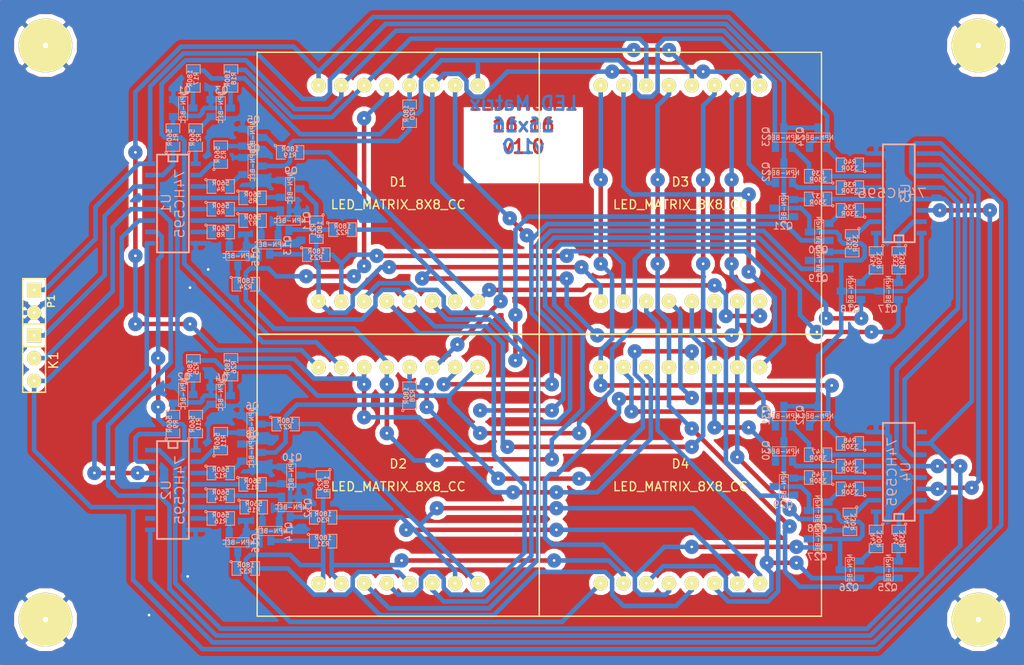
<source format=kicad_pcb>
(kicad_pcb (version 3) (host pcbnew "(2013-07-07 BZR 4022)-stable")
  (layers (15 F.Cu signal) (0 B.Cu signal) (18 B.Paste user) (19 F.Paste user) (20 B.SilkS user) (21 F.SilkS user) (22 B.Mask user) (23 F.Mask user) (28 Edge.Cuts user))
  (net 0 "")
  (net 1 GND)
  (net 2 N-000001)
  (net 3 N-0000010)
  (net 4 N-00000100)
  (net 5 N-00000101)
  (net 6 N-00000102)
  (net 7 N-00000103)
  (net 8 N-00000104)
  (net 9 N-00000105)
  (net 10 N-00000106)
  (net 11 N-00000107)
  (net 12 N-00000108)
  (net 13 N-00000109)
  (net 14 N-0000011)
  (net 15 N-00000110)
  (net 16 N-00000111)
  (net 17 N-00000112)
  (net 18 N-00000113)
  (net 19 N-00000114)
  (net 20 N-00000115)
  (net 21 N-00000116)
  (net 22 N-00000117)
  (net 23 N-00000118)
  (net 24 N-00000119)
  (net 25 N-0000012)
  (net 26 N-00000120)
  (net 27 N-0000013)
  (net 28 N-0000014)
  (net 29 N-0000015)
  (net 30 N-0000016)
  (net 31 N-0000017)
  (net 32 N-0000018)
  (net 33 N-0000019)
  (net 34 N-000002)
  (net 35 N-0000020)
  (net 36 N-0000021)
  (net 37 N-0000022)
  (net 38 N-0000023)
  (net 39 N-0000024)
  (net 40 N-0000025)
  (net 41 N-0000026)
  (net 42 N-0000027)
  (net 43 N-0000028)
  (net 44 N-000003)
  (net 45 N-0000030)
  (net 46 N-0000031)
  (net 47 N-0000032)
  (net 48 N-0000033)
  (net 49 N-0000034)
  (net 50 N-0000036)
  (net 51 N-0000037)
  (net 52 N-0000038)
  (net 53 N-0000039)
  (net 54 N-000004)
  (net 55 N-0000040)
  (net 56 N-0000041)
  (net 57 N-0000042)
  (net 58 N-0000043)
  (net 59 N-0000044)
  (net 60 N-0000045)
  (net 61 N-0000046)
  (net 62 N-0000047)
  (net 63 N-0000048)
  (net 64 N-0000049)
  (net 65 N-000005)
  (net 66 N-0000050)
  (net 67 N-0000051)
  (net 68 N-0000052)
  (net 69 N-0000053)
  (net 70 N-0000054)
  (net 71 N-0000055)
  (net 72 N-0000056)
  (net 73 N-0000057)
  (net 74 N-0000058)
  (net 75 N-0000059)
  (net 76 N-000006)
  (net 77 N-0000060)
  (net 78 N-0000061)
  (net 79 N-0000062)
  (net 80 N-0000063)
  (net 81 N-0000064)
  (net 82 N-0000065)
  (net 83 N-0000066)
  (net 84 N-0000067)
  (net 85 N-0000068)
  (net 86 N-0000069)
  (net 87 N-000007)
  (net 88 N-0000070)
  (net 89 N-0000071)
  (net 90 N-0000072)
  (net 91 N-0000073)
  (net 92 N-0000074)
  (net 93 N-0000075)
  (net 94 N-0000076)
  (net 95 N-0000077)
  (net 96 N-0000078)
  (net 97 N-0000079)
  (net 98 N-000008)
  (net 99 N-0000080)
  (net 100 N-0000081)
  (net 101 N-0000082)
  (net 102 N-0000083)
  (net 103 N-0000084)
  (net 104 N-0000085)
  (net 105 N-0000086)
  (net 106 N-0000087)
  (net 107 N-0000088)
  (net 108 N-0000089)
  (net 109 N-000009)
  (net 110 N-0000090)
  (net 111 N-0000091)
  (net 112 N-0000092)
  (net 113 N-0000093)
  (net 114 N-0000094)
  (net 115 N-0000095)
  (net 116 N-0000096)
  (net 117 N-0000097)
  (net 118 N-0000098)
  (net 119 N-0000099)
  (net 120 VCC)
  (module SOT23 (layer B.Cu) (at 208.153 61.341 270)
    (fp_text reference Q21 (at 1.99898 0.09906 540) (layer B.SilkS) (effects (font (size 0.762 0.762) (thickness 0.11938)) (justify mirror)))
    (fp_text value NPN-BEC (at 0.0635 0 270) (layer B.SilkS) (effects (font (size 0.50038 0.50038) (thickness 0.09906)) (justify mirror)))
    (pad 3 smd rect (at 0 1.09982 270) (size 0.8001 1.00076) (layers B.Cu B.Paste B.Mask) (net 120 VCC))
    (pad 2 smd rect (at 0.9525 -1.09982 270) (size 0.8001 1.00076) (layers B.Cu B.Paste B.Mask) (net 6 N-00000102))
    (pad 1 smd rect (at -0.9525 -1.09982 270) (size 0.8001 1.00076) (layers B.Cu B.Paste B.Mask) (net 57 N-0000042))
  )
  (module SOT23 (layer B.Cu) (at 153.035 59.182 90)
    (fp_text reference Q9 (at 1.99898 0.09906 360) (layer B.SilkS) (effects (font (size 0.762 0.762) (thickness 0.11938)) (justify mirror)))
    (fp_text value NPN-BEC (at 0.0635 0 90) (layer B.SilkS) (effects (font (size 0.50038 0.50038) (thickness 0.09906)) (justify mirror)))
    (pad 3 smd rect (at 0 1.09982 90) (size 0.8001 1.00076) (layers B.Cu B.Paste B.Mask) (net 16 N-00000111))
    (pad 2 smd rect (at 0.9525 -1.09982 90) (size 0.8001 1.00076) (layers B.Cu B.Paste B.Mask) (net 1 GND))
    (pad 1 smd rect (at -0.9525 -1.09982 90) (size 0.8001 1.00076) (layers B.Cu B.Paste B.Mask) (net 66 N-0000050))
  )
  (module SOT23 (layer B.Cu) (at 148.844 56.642 90)
    (fp_text reference Q7 (at 1.99898 0.09906 360) (layer B.SilkS) (effects (font (size 0.762 0.762) (thickness 0.11938)) (justify mirror)))
    (fp_text value NPN-BEC (at 0.0635 0 90) (layer B.SilkS) (effects (font (size 0.50038 0.50038) (thickness 0.09906)) (justify mirror)))
    (pad 3 smd rect (at 0 1.09982 90) (size 0.8001 1.00076) (layers B.Cu B.Paste B.Mask) (net 81 N-0000064))
    (pad 2 smd rect (at 0.9525 -1.09982 90) (size 0.8001 1.00076) (layers B.Cu B.Paste B.Mask) (net 1 GND))
    (pad 1 smd rect (at -0.9525 -1.09982 90) (size 0.8001 1.00076) (layers B.Cu B.Paste B.Mask) (net 67 N-0000051))
  )
  (module SOT23 (layer B.Cu) (at 148.844 53.467 90)
    (fp_text reference Q5 (at 1.99898 0.09906 360) (layer B.SilkS) (effects (font (size 0.762 0.762) (thickness 0.11938)) (justify mirror)))
    (fp_text value NPN-BEC (at 0.0635 0 90) (layer B.SilkS) (effects (font (size 0.50038 0.50038) (thickness 0.09906)) (justify mirror)))
    (pad 3 smd rect (at 0 1.09982 90) (size 0.8001 1.00076) (layers B.Cu B.Paste B.Mask) (net 85 N-0000068))
    (pad 2 smd rect (at 0.9525 -1.09982 90) (size 0.8001 1.00076) (layers B.Cu B.Paste B.Mask) (net 1 GND))
    (pad 1 smd rect (at -0.9525 -1.09982 90) (size 0.8001 1.00076) (layers B.Cu B.Paste B.Mask) (net 61 N-0000046))
  )
  (module SOT23 (layer B.Cu) (at 145.288 50.165 90)
    (fp_text reference Q3 (at 1.99898 0.09906 360) (layer B.SilkS) (effects (font (size 0.762 0.762) (thickness 0.11938)) (justify mirror)))
    (fp_text value NPN-BEC (at 0.0635 0 90) (layer B.SilkS) (effects (font (size 0.50038 0.50038) (thickness 0.09906)) (justify mirror)))
    (pad 3 smd rect (at 0 1.09982 90) (size 0.8001 1.00076) (layers B.Cu B.Paste B.Mask) (net 84 N-0000067))
    (pad 2 smd rect (at 0.9525 -1.09982 90) (size 0.8001 1.00076) (layers B.Cu B.Paste B.Mask) (net 1 GND))
    (pad 1 smd rect (at -0.9525 -1.09982 90) (size 0.8001 1.00076) (layers B.Cu B.Paste B.Mask) (net 68 N-0000052))
  )
  (module SOT23 (layer B.Cu) (at 141.097 50.165 90)
    (fp_text reference Q1 (at 1.99898 0.09906 360) (layer B.SilkS) (effects (font (size 0.762 0.762) (thickness 0.11938)) (justify mirror)))
    (fp_text value NPN-BEC (at 0.0635 0 90) (layer B.SilkS) (effects (font (size 0.50038 0.50038) (thickness 0.09906)) (justify mirror)))
    (pad 3 smd rect (at 0 1.09982 90) (size 0.8001 1.00076) (layers B.Cu B.Paste B.Mask) (net 17 N-00000112))
    (pad 2 smd rect (at 0.9525 -1.09982 90) (size 0.8001 1.00076) (layers B.Cu B.Paste B.Mask) (net 1 GND))
    (pad 1 smd rect (at -0.9525 -1.09982 90) (size 0.8001 1.00076) (layers B.Cu B.Paste B.Mask) (net 69 N-0000053))
  )
  (module SOT23 (layer B.Cu) (at 219.837 70.612 270)
    (fp_text reference Q17 (at 1.99898 0.09906 540) (layer B.SilkS) (effects (font (size 0.762 0.762) (thickness 0.11938)) (justify mirror)))
    (fp_text value NPN-BEC (at 0.0635 0 270) (layer B.SilkS) (effects (font (size 0.50038 0.50038) (thickness 0.09906)) (justify mirror)))
    (pad 3 smd rect (at 0 1.09982 270) (size 0.8001 1.00076) (layers B.Cu B.Paste B.Mask) (net 120 VCC))
    (pad 2 smd rect (at 0.9525 -1.09982 270) (size 0.8001 1.00076) (layers B.Cu B.Paste B.Mask) (net 119 N-0000099))
    (pad 1 smd rect (at -0.9525 -1.09982 270) (size 0.8001 1.00076) (layers B.Cu B.Paste B.Mask) (net 78 N-0000061))
  )
  (module SOT23 (layer B.Cu) (at 215.646 70.612 270)
    (fp_text reference Q18 (at 1.99898 0.09906 540) (layer B.SilkS) (effects (font (size 0.762 0.762) (thickness 0.11938)) (justify mirror)))
    (fp_text value NPN-BEC (at 0.0635 0 270) (layer B.SilkS) (effects (font (size 0.50038 0.50038) (thickness 0.09906)) (justify mirror)))
    (pad 3 smd rect (at 0 1.09982 270) (size 0.8001 1.00076) (layers B.Cu B.Paste B.Mask) (net 120 VCC))
    (pad 2 smd rect (at 0.9525 -1.09982 270) (size 0.8001 1.00076) (layers B.Cu B.Paste B.Mask) (net 4 N-00000100))
    (pad 1 smd rect (at -0.9525 -1.09982 270) (size 0.8001 1.00076) (layers B.Cu B.Paste B.Mask) (net 70 N-0000054))
  )
  (module SOT23 (layer B.Cu) (at 212.09 67.183 270)
    (fp_text reference Q19 (at 1.99898 0.09906 540) (layer B.SilkS) (effects (font (size 0.762 0.762) (thickness 0.11938)) (justify mirror)))
    (fp_text value NPN-BEC (at 0.0635 0 270) (layer B.SilkS) (effects (font (size 0.50038 0.50038) (thickness 0.09906)) (justify mirror)))
    (pad 3 smd rect (at 0 1.09982 270) (size 0.8001 1.00076) (layers B.Cu B.Paste B.Mask) (net 120 VCC))
    (pad 2 smd rect (at 0.9525 -1.09982 270) (size 0.8001 1.00076) (layers B.Cu B.Paste B.Mask) (net 5 N-00000101))
    (pad 1 smd rect (at -0.9525 -1.09982 270) (size 0.8001 1.00076) (layers B.Cu B.Paste B.Mask) (net 55 N-0000040))
  )
  (module SOT23 (layer B.Cu) (at 212.09 64.008 270)
    (fp_text reference Q20 (at 1.99898 0.09906 540) (layer B.SilkS) (effects (font (size 0.762 0.762) (thickness 0.11938)) (justify mirror)))
    (fp_text value NPN-BEC (at 0.0635 0 270) (layer B.SilkS) (effects (font (size 0.50038 0.50038) (thickness 0.09906)) (justify mirror)))
    (pad 3 smd rect (at 0 1.09982 270) (size 0.8001 1.00076) (layers B.Cu B.Paste B.Mask) (net 120 VCC))
    (pad 2 smd rect (at 0.9525 -1.09982 270) (size 0.8001 1.00076) (layers B.Cu B.Paste B.Mask) (net 7 N-00000103))
    (pad 1 smd rect (at -0.9525 -1.09982 270) (size 0.8001 1.00076) (layers B.Cu B.Paste B.Mask) (net 56 N-0000041))
  )
  (module SOT23 (layer B.Cu) (at 152.908 62.738)
    (fp_text reference Q11 (at 1.99898 0.09906 270) (layer B.SilkS) (effects (font (size 0.762 0.762) (thickness 0.11938)) (justify mirror)))
    (fp_text value NPN-BEC (at 0.0635 0) (layer B.SilkS) (effects (font (size 0.50038 0.50038) (thickness 0.09906)) (justify mirror)))
    (pad 3 smd rect (at 0 1.09982) (size 0.8001 1.00076) (layers B.Cu B.Paste B.Mask) (net 15 N-00000110))
    (pad 2 smd rect (at 0.9525 -1.09982) (size 0.8001 1.00076) (layers B.Cu B.Paste B.Mask) (net 1 GND))
    (pad 1 smd rect (at -0.9525 -1.09982) (size 0.8001 1.00076) (layers B.Cu B.Paste B.Mask) (net 64 N-0000049))
  )
  (module SOT23 (layer B.Cu) (at 208.153 57.404 180)
    (fp_text reference Q22 (at 1.99898 0.09906 450) (layer B.SilkS) (effects (font (size 0.762 0.762) (thickness 0.11938)) (justify mirror)))
    (fp_text value NPN-BEC (at 0.0635 0 180) (layer B.SilkS) (effects (font (size 0.50038 0.50038) (thickness 0.09906)) (justify mirror)))
    (pad 3 smd rect (at 0 1.09982 180) (size 0.8001 1.00076) (layers B.Cu B.Paste B.Mask) (net 120 VCC))
    (pad 2 smd rect (at 0.9525 -1.09982 180) (size 0.8001 1.00076) (layers B.Cu B.Paste B.Mask) (net 58 N-0000043))
    (pad 1 smd rect (at -0.9525 -1.09982 180) (size 0.8001 1.00076) (layers B.Cu B.Paste B.Mask) (net 77 N-0000060))
  )
  (module SOT23 (layer B.Cu) (at 208.153 53.467 180)
    (fp_text reference Q23 (at 1.99898 0.09906 450) (layer B.SilkS) (effects (font (size 0.762 0.762) (thickness 0.11938)) (justify mirror)))
    (fp_text value NPN-BEC (at 0.0635 0 180) (layer B.SilkS) (effects (font (size 0.50038 0.50038) (thickness 0.09906)) (justify mirror)))
    (pad 3 smd rect (at 0 1.09982 180) (size 0.8001 1.00076) (layers B.Cu B.Paste B.Mask) (net 120 VCC))
    (pad 2 smd rect (at 0.9525 -1.09982 180) (size 0.8001 1.00076) (layers B.Cu B.Paste B.Mask) (net 100 N-0000081))
    (pad 1 smd rect (at -0.9525 -1.09982 180) (size 0.8001 1.00076) (layers B.Cu B.Paste B.Mask) (net 59 N-0000044))
  )
  (module SOT23 (layer B.Cu) (at 211.963 53.467 180)
    (fp_text reference Q24 (at 1.99898 0.09906 450) (layer B.SilkS) (effects (font (size 0.762 0.762) (thickness 0.11938)) (justify mirror)))
    (fp_text value NPN-BEC (at 0.0635 0 180) (layer B.SilkS) (effects (font (size 0.50038 0.50038) (thickness 0.09906)) (justify mirror)))
    (pad 3 smd rect (at 0 1.09982 180) (size 0.8001 1.00076) (layers B.Cu B.Paste B.Mask) (net 120 VCC))
    (pad 2 smd rect (at 0.9525 -1.09982 180) (size 0.8001 1.00076) (layers B.Cu B.Paste B.Mask) (net 102 N-0000083))
    (pad 1 smd rect (at -0.9525 -1.09982 180) (size 0.8001 1.00076) (layers B.Cu B.Paste B.Mask) (net 60 N-0000045))
  )
  (module SOT23 (layer B.Cu) (at 219.837 101.727 270)
    (fp_text reference Q25 (at 1.99898 0.09906 540) (layer B.SilkS) (effects (font (size 0.762 0.762) (thickness 0.11938)) (justify mirror)))
    (fp_text value NPN-BEC (at 0.0635 0 270) (layer B.SilkS) (effects (font (size 0.50038 0.50038) (thickness 0.09906)) (justify mirror)))
    (pad 3 smd rect (at 0 1.09982 270) (size 0.8001 1.00076) (layers B.Cu B.Paste B.Mask) (net 120 VCC))
    (pad 2 smd rect (at 0.9525 -1.09982 270) (size 0.8001 1.00076) (layers B.Cu B.Paste B.Mask) (net 112 N-0000092))
    (pad 1 smd rect (at -0.9525 -1.09982 270) (size 0.8001 1.00076) (layers B.Cu B.Paste B.Mask) (net 94 N-0000076))
  )
  (module SOT23 (layer B.Cu) (at 215.519 101.727 270)
    (fp_text reference Q26 (at 1.99898 0.09906 540) (layer B.SilkS) (effects (font (size 0.762 0.762) (thickness 0.11938)) (justify mirror)))
    (fp_text value NPN-BEC (at 0.0635 0 270) (layer B.SilkS) (effects (font (size 0.50038 0.50038) (thickness 0.09906)) (justify mirror)))
    (pad 3 smd rect (at 0 1.09982 270) (size 0.8001 1.00076) (layers B.Cu B.Paste B.Mask) (net 120 VCC))
    (pad 2 smd rect (at 0.9525 -1.09982 270) (size 0.8001 1.00076) (layers B.Cu B.Paste B.Mask) (net 117 N-0000097))
    (pad 1 smd rect (at -0.9525 -1.09982 270) (size 0.8001 1.00076) (layers B.Cu B.Paste B.Mask) (net 95 N-0000077))
  )
  (module SOT23 (layer B.Cu) (at 211.963 98.298 270)
    (fp_text reference Q27 (at 1.99898 0.09906 540) (layer B.SilkS) (effects (font (size 0.762 0.762) (thickness 0.11938)) (justify mirror)))
    (fp_text value NPN-BEC (at 0.0635 0 270) (layer B.SilkS) (effects (font (size 0.50038 0.50038) (thickness 0.09906)) (justify mirror)))
    (pad 3 smd rect (at 0 1.09982 270) (size 0.8001 1.00076) (layers B.Cu B.Paste B.Mask) (net 120 VCC))
    (pad 2 smd rect (at 0.9525 -1.09982 270) (size 0.8001 1.00076) (layers B.Cu B.Paste B.Mask) (net 118 N-0000098))
    (pad 1 smd rect (at -0.9525 -1.09982 270) (size 0.8001 1.00076) (layers B.Cu B.Paste B.Mask) (net 96 N-0000078))
  )
  (module SOT23 (layer B.Cu) (at 211.963 95.123 270)
    (fp_text reference Q28 (at 1.99898 0.09906 540) (layer B.SilkS) (effects (font (size 0.762 0.762) (thickness 0.11938)) (justify mirror)))
    (fp_text value NPN-BEC (at 0.0635 0 270) (layer B.SilkS) (effects (font (size 0.50038 0.50038) (thickness 0.09906)) (justify mirror)))
    (pad 3 smd rect (at 0 1.09982 270) (size 0.8001 1.00076) (layers B.Cu B.Paste B.Mask) (net 120 VCC))
    (pad 2 smd rect (at 0.9525 -1.09982 270) (size 0.8001 1.00076) (layers B.Cu B.Paste B.Mask) (net 111 N-0000091))
    (pad 1 smd rect (at -0.9525 -1.09982 270) (size 0.8001 1.00076) (layers B.Cu B.Paste B.Mask) (net 97 N-0000079))
  )
  (module SOT23 (layer B.Cu) (at 208.153 92.456 270)
    (fp_text reference Q29 (at 1.99898 0.09906 540) (layer B.SilkS) (effects (font (size 0.762 0.762) (thickness 0.11938)) (justify mirror)))
    (fp_text value NPN-BEC (at 0.0635 0 270) (layer B.SilkS) (effects (font (size 0.50038 0.50038) (thickness 0.09906)) (justify mirror)))
    (pad 3 smd rect (at 0 1.09982 270) (size 0.8001 1.00076) (layers B.Cu B.Paste B.Mask) (net 120 VCC))
    (pad 2 smd rect (at 0.9525 -1.09982 270) (size 0.8001 1.00076) (layers B.Cu B.Paste B.Mask) (net 114 N-0000094))
    (pad 1 smd rect (at -0.9525 -1.09982 270) (size 0.8001 1.00076) (layers B.Cu B.Paste B.Mask) (net 65 N-000005))
  )
  (module SOT23 (layer B.Cu) (at 208.153 88.519 180)
    (fp_text reference Q30 (at 1.99898 0.09906 450) (layer B.SilkS) (effects (font (size 0.762 0.762) (thickness 0.11938)) (justify mirror)))
    (fp_text value NPN-BEC (at 0.0635 0 180) (layer B.SilkS) (effects (font (size 0.50038 0.50038) (thickness 0.09906)) (justify mirror)))
    (pad 3 smd rect (at 0 1.09982 180) (size 0.8001 1.00076) (layers B.Cu B.Paste B.Mask) (net 120 VCC))
    (pad 2 smd rect (at 0.9525 -1.09982 180) (size 0.8001 1.00076) (layers B.Cu B.Paste B.Mask) (net 54 N-000004))
    (pad 1 smd rect (at -0.9525 -1.09982 180) (size 0.8001 1.00076) (layers B.Cu B.Paste B.Mask) (net 76 N-000006))
  )
  (module SOT23 (layer B.Cu) (at 153.035 94.742)
    (fp_text reference Q12 (at 1.99898 0.09906 270) (layer B.SilkS) (effects (font (size 0.762 0.762) (thickness 0.11938)) (justify mirror)))
    (fp_text value NPN-BEC (at 0.0635 0) (layer B.SilkS) (effects (font (size 0.50038 0.50038) (thickness 0.09906)) (justify mirror)))
    (pad 3 smd rect (at 0 1.09982) (size 0.8001 1.00076) (layers B.Cu B.Paste B.Mask) (net 21 N-00000116))
    (pad 2 smd rect (at 0.9525 -1.09982) (size 0.8001 1.00076) (layers B.Cu B.Paste B.Mask) (net 1 GND))
    (pad 1 smd rect (at -0.9525 -1.09982) (size 0.8001 1.00076) (layers B.Cu B.Paste B.Mask) (net 48 N-0000033))
  )
  (module SOT23 (layer B.Cu) (at 211.963 84.582 180)
    (fp_text reference Q32 (at 1.99898 0.09906 450) (layer B.SilkS) (effects (font (size 0.762 0.762) (thickness 0.11938)) (justify mirror)))
    (fp_text value NPN-BEC (at 0.0635 0 180) (layer B.SilkS) (effects (font (size 0.50038 0.50038) (thickness 0.09906)) (justify mirror)))
    (pad 3 smd rect (at 0 1.09982 180) (size 0.8001 1.00076) (layers B.Cu B.Paste B.Mask) (net 120 VCC))
    (pad 2 smd rect (at 0.9525 -1.09982 180) (size 0.8001 1.00076) (layers B.Cu B.Paste B.Mask) (net 113 N-0000093))
    (pad 1 smd rect (at -0.9525 -1.09982 180) (size 0.8001 1.00076) (layers B.Cu B.Paste B.Mask) (net 109 N-000009))
  )
  (module SOT23 (layer B.Cu) (at 208.153 84.582 180)
    (fp_text reference Q31 (at 1.99898 0.09906 450) (layer B.SilkS) (effects (font (size 0.762 0.762) (thickness 0.11938)) (justify mirror)))
    (fp_text value NPN-BEC (at 0.0635 0 180) (layer B.SilkS) (effects (font (size 0.50038 0.50038) (thickness 0.09906)) (justify mirror)))
    (pad 3 smd rect (at 0 1.09982 180) (size 0.8001 1.00076) (layers B.Cu B.Paste B.Mask) (net 120 VCC))
    (pad 2 smd rect (at 0.9525 -1.09982 180) (size 0.8001 1.00076) (layers B.Cu B.Paste B.Mask) (net 110 N-0000090))
    (pad 1 smd rect (at -0.9525 -1.09982 180) (size 0.8001 1.00076) (layers B.Cu B.Paste B.Mask) (net 98 N-000008))
  )
  (module SOT23 (layer B.Cu) (at 147.193 98.679)
    (fp_text reference Q16 (at 1.99898 0.09906 270) (layer B.SilkS) (effects (font (size 0.762 0.762) (thickness 0.11938)) (justify mirror)))
    (fp_text value NPN-BEC (at 0.0635 0) (layer B.SilkS) (effects (font (size 0.50038 0.50038) (thickness 0.09906)) (justify mirror)))
    (pad 3 smd rect (at 0 1.09982) (size 0.8001 1.00076) (layers B.Cu B.Paste B.Mask) (net 19 N-00000114))
    (pad 2 smd rect (at 0.9525 -1.09982) (size 0.8001 1.00076) (layers B.Cu B.Paste B.Mask) (net 1 GND))
    (pad 1 smd rect (at -0.9525 -1.09982) (size 0.8001 1.00076) (layers B.Cu B.Paste B.Mask) (net 49 N-0000034))
  )
  (module SOT23 (layer B.Cu) (at 150.876 97.409)
    (fp_text reference Q14 (at 1.99898 0.09906 270) (layer B.SilkS) (effects (font (size 0.762 0.762) (thickness 0.11938)) (justify mirror)))
    (fp_text value NPN-BEC (at 0.0635 0) (layer B.SilkS) (effects (font (size 0.50038 0.50038) (thickness 0.09906)) (justify mirror)))
    (pad 3 smd rect (at 0 1.09982) (size 0.8001 1.00076) (layers B.Cu B.Paste B.Mask) (net 20 N-00000115))
    (pad 2 smd rect (at 0.9525 -1.09982) (size 0.8001 1.00076) (layers B.Cu B.Paste B.Mask) (net 1 GND))
    (pad 1 smd rect (at -0.9525 -1.09982) (size 0.8001 1.00076) (layers B.Cu B.Paste B.Mask) (net 40 N-0000025))
  )
  (module SOT23 (layer B.Cu) (at 153.162 91.186 90)
    (fp_text reference Q10 (at 1.99898 0.09906 360) (layer B.SilkS) (effects (font (size 0.762 0.762) (thickness 0.11938)) (justify mirror)))
    (fp_text value NPN-BEC (at 0.0635 0 90) (layer B.SilkS) (effects (font (size 0.50038 0.50038) (thickness 0.09906)) (justify mirror)))
    (pad 3 smd rect (at 0 1.09982 90) (size 0.8001 1.00076) (layers B.Cu B.Paste B.Mask) (net 22 N-00000117))
    (pad 2 smd rect (at 0.9525 -1.09982 90) (size 0.8001 1.00076) (layers B.Cu B.Paste B.Mask) (net 1 GND))
    (pad 1 smd rect (at -0.9525 -1.09982 90) (size 0.8001 1.00076) (layers B.Cu B.Paste B.Mask) (net 50 N-0000036))
  )
  (module SOT23 (layer B.Cu) (at 148.717 88.646 90)
    (fp_text reference Q8 (at 1.99898 0.09906 360) (layer B.SilkS) (effects (font (size 0.762 0.762) (thickness 0.11938)) (justify mirror)))
    (fp_text value NPN-BEC (at 0.0635 0 90) (layer B.SilkS) (effects (font (size 0.50038 0.50038) (thickness 0.09906)) (justify mirror)))
    (pad 3 smd rect (at 0 1.09982 90) (size 0.8001 1.00076) (layers B.Cu B.Paste B.Mask) (net 8 N-00000104))
    (pad 2 smd rect (at 0.9525 -1.09982 90) (size 0.8001 1.00076) (layers B.Cu B.Paste B.Mask) (net 1 GND))
    (pad 1 smd rect (at -0.9525 -1.09982 90) (size 0.8001 1.00076) (layers B.Cu B.Paste B.Mask) (net 51 N-0000037))
  )
  (module SOT23 (layer B.Cu) (at 148.717 85.471 90)
    (fp_text reference Q6 (at 1.99898 0.09906 360) (layer B.SilkS) (effects (font (size 0.762 0.762) (thickness 0.11938)) (justify mirror)))
    (fp_text value NPN-BEC (at 0.0635 0 90) (layer B.SilkS) (effects (font (size 0.50038 0.50038) (thickness 0.09906)) (justify mirror)))
    (pad 3 smd rect (at 0 1.09982 90) (size 0.8001 1.00076) (layers B.Cu B.Paste B.Mask) (net 9 N-00000105))
    (pad 2 smd rect (at 0.9525 -1.09982 90) (size 0.8001 1.00076) (layers B.Cu B.Paste B.Mask) (net 1 GND))
    (pad 1 smd rect (at -0.9525 -1.09982 90) (size 0.8001 1.00076) (layers B.Cu B.Paste B.Mask) (net 52 N-0000038))
  )
  (module SOT23 (layer B.Cu) (at 145.288 82.296 90)
    (fp_text reference Q4 (at 1.99898 0.09906 360) (layer B.SilkS) (effects (font (size 0.762 0.762) (thickness 0.11938)) (justify mirror)))
    (fp_text value NPN-BEC (at 0.0635 0 90) (layer B.SilkS) (effects (font (size 0.50038 0.50038) (thickness 0.09906)) (justify mirror)))
    (pad 3 smd rect (at 0 1.09982 90) (size 0.8001 1.00076) (layers B.Cu B.Paste B.Mask) (net 10 N-00000106))
    (pad 2 smd rect (at 0.9525 -1.09982 90) (size 0.8001 1.00076) (layers B.Cu B.Paste B.Mask) (net 1 GND))
    (pad 1 smd rect (at -0.9525 -1.09982 90) (size 0.8001 1.00076) (layers B.Cu B.Paste B.Mask) (net 53 N-0000039))
  )
  (module SOT23 (layer B.Cu) (at 141.097 82.169 90)
    (fp_text reference Q2 (at 1.99898 0.09906 360) (layer B.SilkS) (effects (font (size 0.762 0.762) (thickness 0.11938)) (justify mirror)))
    (fp_text value NPN-BEC (at 0.0635 0 90) (layer B.SilkS) (effects (font (size 0.50038 0.50038) (thickness 0.09906)) (justify mirror)))
    (pad 3 smd rect (at 0 1.09982 90) (size 0.8001 1.00076) (layers B.Cu B.Paste B.Mask) (net 11 N-00000107))
    (pad 2 smd rect (at 0.9525 -1.09982 90) (size 0.8001 1.00076) (layers B.Cu B.Paste B.Mask) (net 1 GND))
    (pad 1 smd rect (at -0.9525 -1.09982 90) (size 0.8001 1.00076) (layers B.Cu B.Paste B.Mask) (net 47 N-0000032))
  )
  (module SOT23 (layer B.Cu) (at 147.193 66.675)
    (fp_text reference Q15 (at 1.99898 0.09906 270) (layer B.SilkS) (effects (font (size 0.762 0.762) (thickness 0.11938)) (justify mirror)))
    (fp_text value NPN-BEC (at 0.0635 0) (layer B.SilkS) (effects (font (size 0.50038 0.50038) (thickness 0.09906)) (justify mirror)))
    (pad 3 smd rect (at 0 1.09982) (size 0.8001 1.00076) (layers B.Cu B.Paste B.Mask) (net 12 N-00000108))
    (pad 2 smd rect (at 0.9525 -1.09982) (size 0.8001 1.00076) (layers B.Cu B.Paste B.Mask) (net 1 GND))
    (pad 1 smd rect (at -0.9525 -1.09982) (size 0.8001 1.00076) (layers B.Cu B.Paste B.Mask) (net 62 N-0000047))
  )
  (module SOT23 (layer B.Cu) (at 150.749 65.405)
    (fp_text reference Q13 (at 1.99898 0.09906 270) (layer B.SilkS) (effects (font (size 0.762 0.762) (thickness 0.11938)) (justify mirror)))
    (fp_text value NPN-BEC (at 0.0635 0) (layer B.SilkS) (effects (font (size 0.50038 0.50038) (thickness 0.09906)) (justify mirror)))
    (pad 3 smd rect (at 0 1.09982) (size 0.8001 1.00076) (layers B.Cu B.Paste B.Mask) (net 13 N-00000109))
    (pad 2 smd rect (at 0.9525 -1.09982) (size 0.8001 1.00076) (layers B.Cu B.Paste B.Mask) (net 1 GND))
    (pad 1 smd rect (at -0.9525 -1.09982) (size 0.8001 1.00076) (layers B.Cu B.Paste B.Mask) (net 63 N-0000048))
  )
  (module SO16E (layer B.Cu) (at 220.98 59.69 90)
    (fp_text reference U3 (at 0 0.762 90) (layer B.SilkS) (effects (font (size 1.016 1.143) (thickness 0.127)) (justify mirror)))
    (fp_text value 74HC595 (at 0 -0.762 180) (layer B.SilkS) (effects (font (size 1.016 1.143) (thickness 0.127)) (justify mirror)))
    (pad 1 smd rect (at -4.445 -2.54 90) (size 0.508 1.143) (layers B.Cu B.Paste B.Mask) (net 86 N-0000069))
    (pad 2 smd rect (at -3.175 -2.54 90) (size 0.508 1.143) (layers B.Cu B.Paste B.Mask) (net 88 N-0000070))
    (pad 3 smd rect (at -1.905 -2.54 90) (size 0.508 1.143) (layers B.Cu B.Paste B.Mask) (net 89 N-0000071))
    (pad 4 smd rect (at -0.635 -2.54 90) (size 0.508 1.143) (layers B.Cu B.Paste B.Mask) (net 90 N-0000072))
    (pad 5 smd rect (at 0.635 -2.54 90) (size 0.508 1.143) (layers B.Cu B.Paste B.Mask) (net 80 N-0000063))
    (pad 6 smd rect (at 1.905 -2.54 90) (size 0.508 1.143) (layers B.Cu B.Paste B.Mask) (net 91 N-0000073))
    (pad 7 smd rect (at 3.175 -2.54 90) (size 0.508 1.143) (layers B.Cu B.Paste B.Mask) (net 92 N-0000074))
    (pad 8 smd rect (at 4.445 -2.54 90) (size 0.508 1.143) (layers B.Cu B.Paste B.Mask) (net 1 GND))
    (pad 9 smd rect (at 4.445 2.54 90) (size 0.508 1.143) (layers B.Cu B.Paste B.Mask) (net 45 N-0000030))
    (pad 10 smd rect (at 3.175 2.54 90) (size 0.508 1.143) (layers B.Cu B.Paste B.Mask) (net 120 VCC))
    (pad 11 smd rect (at 1.905 2.54 90) (size 0.508 1.143) (layers B.Cu B.Paste B.Mask) (net 79 N-0000062))
    (pad 12 smd rect (at 0.635 2.54 90) (size 0.508 1.143) (layers B.Cu B.Paste B.Mask) (net 74 N-0000058))
    (pad 13 smd rect (at -0.635 2.54 90) (size 0.508 1.143) (layers B.Cu B.Paste B.Mask) (net 1 GND))
    (pad 14 smd rect (at -1.905 2.54 90) (size 0.508 1.143) (layers B.Cu B.Paste B.Mask) (net 72 N-0000056))
    (pad 15 smd rect (at -3.175 2.54 90) (size 0.508 1.143) (layers B.Cu B.Paste B.Mask) (net 75 N-0000059))
    (pad 16 smd rect (at -4.445 2.54 90) (size 0.508 1.143) (layers B.Cu B.Paste B.Mask) (net 120 VCC))
  )
  (module SO16E (layer B.Cu) (at 220.98 90.805 90)
    (fp_text reference U4 (at 0 0.762 90) (layer B.SilkS) (effects (font (size 1.016 1.143) (thickness 0.127)) (justify mirror)))
    (fp_text value 74HC595 (at 0 -0.762 90) (layer B.SilkS) (effects (font (size 1.016 1.143) (thickness 0.127)) (justify mirror)))
    (pad 1 smd rect (at -4.445 -2.54 90) (size 0.508 1.143) (layers B.Cu B.Paste B.Mask) (net 2 N-000001))
    (pad 2 smd rect (at -3.175 -2.54 90) (size 0.508 1.143) (layers B.Cu B.Paste B.Mask) (net 34 N-000002))
    (pad 3 smd rect (at -1.905 -2.54 90) (size 0.508 1.143) (layers B.Cu B.Paste B.Mask) (net 44 N-000003))
    (pad 4 smd rect (at -0.635 -2.54 90) (size 0.508 1.143) (layers B.Cu B.Paste B.Mask) (net 87 N-000007))
    (pad 5 smd rect (at 0.635 -2.54 90) (size 0.508 1.143) (layers B.Cu B.Paste B.Mask) (net 41 N-0000026))
    (pad 6 smd rect (at 1.905 -2.54 90) (size 0.508 1.143) (layers B.Cu B.Paste B.Mask) (net 42 N-0000027))
    (pad 7 smd rect (at 3.175 -2.54 90) (size 0.508 1.143) (layers B.Cu B.Paste B.Mask) (net 43 N-0000028))
    (pad 8 smd rect (at 4.445 -2.54 90) (size 0.508 1.143) (layers B.Cu B.Paste B.Mask) (net 1 GND))
    (pad 9 smd rect (at 4.445 2.54 90) (size 0.508 1.143) (layers B.Cu B.Paste B.Mask))
    (pad 10 smd rect (at 3.175 2.54 90) (size 0.508 1.143) (layers B.Cu B.Paste B.Mask) (net 120 VCC))
    (pad 11 smd rect (at 1.905 2.54 90) (size 0.508 1.143) (layers B.Cu B.Paste B.Mask) (net 79 N-0000062))
    (pad 12 smd rect (at 0.635 2.54 90) (size 0.508 1.143) (layers B.Cu B.Paste B.Mask) (net 74 N-0000058))
    (pad 13 smd rect (at -0.635 2.54 90) (size 0.508 1.143) (layers B.Cu B.Paste B.Mask) (net 1 GND))
    (pad 14 smd rect (at -1.905 2.54 90) (size 0.508 1.143) (layers B.Cu B.Paste B.Mask) (net 45 N-0000030))
    (pad 15 smd rect (at -3.175 2.54 90) (size 0.508 1.143) (layers B.Cu B.Paste B.Mask) (net 93 N-0000075))
    (pad 16 smd rect (at -4.445 2.54 90) (size 0.508 1.143) (layers B.Cu B.Paste B.Mask) (net 120 VCC))
  )
  (module SO16E (layer B.Cu) (at 139.954 92.837 270)
    (fp_text reference U2 (at 0 0.762 270) (layer B.SilkS) (effects (font (size 1.016 1.143) (thickness 0.127)) (justify mirror)))
    (fp_text value 74HC595 (at 0 -0.762 270) (layer B.SilkS) (effects (font (size 1.016 1.143) (thickness 0.127)) (justify mirror)))
    (pad 1 smd rect (at -4.445 -2.54 270) (size 0.508 1.143) (layers B.Cu B.Paste B.Mask) (net 32 N-0000018))
    (pad 2 smd rect (at -3.175 -2.54 270) (size 0.508 1.143) (layers B.Cu B.Paste B.Mask) (net 33 N-0000019))
    (pad 3 smd rect (at -1.905 -2.54 270) (size 0.508 1.143) (layers B.Cu B.Paste B.Mask) (net 35 N-0000020))
    (pad 4 smd rect (at -0.635 -2.54 270) (size 0.508 1.143) (layers B.Cu B.Paste B.Mask) (net 36 N-0000021))
    (pad 5 smd rect (at 0.635 -2.54 270) (size 0.508 1.143) (layers B.Cu B.Paste B.Mask) (net 3 N-0000010))
    (pad 6 smd rect (at 1.905 -2.54 270) (size 0.508 1.143) (layers B.Cu B.Paste B.Mask) (net 38 N-0000023))
    (pad 7 smd rect (at 3.175 -2.54 270) (size 0.508 1.143) (layers B.Cu B.Paste B.Mask) (net 39 N-0000024))
    (pad 8 smd rect (at 4.445 -2.54 270) (size 0.508 1.143) (layers B.Cu B.Paste B.Mask) (net 1 GND))
    (pad 9 smd rect (at 4.445 2.54 270) (size 0.508 1.143) (layers B.Cu B.Paste B.Mask) (net 72 N-0000056))
    (pad 10 smd rect (at 3.175 2.54 270) (size 0.508 1.143) (layers B.Cu B.Paste B.Mask) (net 120 VCC))
    (pad 11 smd rect (at 1.905 2.54 270) (size 0.508 1.143) (layers B.Cu B.Paste B.Mask) (net 79 N-0000062))
    (pad 12 smd rect (at 0.635 2.54 270) (size 0.508 1.143) (layers B.Cu B.Paste B.Mask) (net 74 N-0000058))
    (pad 13 smd rect (at -0.635 2.54 270) (size 0.508 1.143) (layers B.Cu B.Paste B.Mask) (net 1 GND))
    (pad 14 smd rect (at -1.905 2.54 270) (size 0.508 1.143) (layers B.Cu B.Paste B.Mask) (net 73 N-0000057))
    (pad 15 smd rect (at -3.175 2.54 270) (size 0.508 1.143) (layers B.Cu B.Paste B.Mask) (net 31 N-0000017))
    (pad 16 smd rect (at -4.445 2.54 270) (size 0.508 1.143) (layers B.Cu B.Paste B.Mask) (net 120 VCC))
  )
  (module SO16E (layer B.Cu) (at 139.954 60.833 270)
    (fp_text reference U1 (at 0 0.762 270) (layer B.SilkS) (effects (font (size 1.016 1.143) (thickness 0.127)) (justify mirror)))
    (fp_text value 74HC595 (at 0 -0.762 270) (layer B.SilkS) (effects (font (size 1.016 1.143) (thickness 0.127)) (justify mirror)))
    (pad 1 smd rect (at -4.445 -2.54 270) (size 0.508 1.143) (layers B.Cu B.Paste B.Mask) (net 37 N-0000022))
    (pad 2 smd rect (at -3.175 -2.54 270) (size 0.508 1.143) (layers B.Cu B.Paste B.Mask) (net 14 N-0000011))
    (pad 3 smd rect (at -1.905 -2.54 270) (size 0.508 1.143) (layers B.Cu B.Paste B.Mask) (net 25 N-0000012))
    (pad 4 smd rect (at -0.635 -2.54 270) (size 0.508 1.143) (layers B.Cu B.Paste B.Mask) (net 27 N-0000013))
    (pad 5 smd rect (at 0.635 -2.54 270) (size 0.508 1.143) (layers B.Cu B.Paste B.Mask) (net 28 N-0000014))
    (pad 6 smd rect (at 1.905 -2.54 270) (size 0.508 1.143) (layers B.Cu B.Paste B.Mask) (net 29 N-0000015))
    (pad 7 smd rect (at 3.175 -2.54 270) (size 0.508 1.143) (layers B.Cu B.Paste B.Mask) (net 30 N-0000016))
    (pad 8 smd rect (at 4.445 -2.54 270) (size 0.508 1.143) (layers B.Cu B.Paste B.Mask) (net 1 GND))
    (pad 9 smd rect (at 4.445 2.54 270) (size 0.508 1.143) (layers B.Cu B.Paste B.Mask) (net 73 N-0000057))
    (pad 10 smd rect (at 3.175 2.54 270) (size 0.508 1.143) (layers B.Cu B.Paste B.Mask) (net 120 VCC))
    (pad 11 smd rect (at 1.905 2.54 270) (size 0.508 1.143) (layers B.Cu B.Paste B.Mask) (net 79 N-0000062))
    (pad 12 smd rect (at 0.635 2.54 270) (size 0.508 1.143) (layers B.Cu B.Paste B.Mask) (net 74 N-0000058))
    (pad 13 smd rect (at -0.635 2.54 270) (size 0.508 1.143) (layers B.Cu B.Paste B.Mask) (net 1 GND))
    (pad 14 smd rect (at -1.905 2.54 270) (size 0.508 1.143) (layers B.Cu B.Paste B.Mask) (net 71 N-0000055))
    (pad 15 smd rect (at -3.175 2.54 270) (size 0.508 1.143) (layers B.Cu B.Paste B.Mask) (net 46 N-0000031))
    (pad 16 smd rect (at -4.445 2.54 270) (size 0.508 1.143) (layers B.Cu B.Paste B.Mask) (net 120 VCC))
  )
  (module PIN_ARRAY_3X1 (layer F.Cu) (at 124.46 78.105 270)
    (fp_text reference K1 (at 0.254 -2.159 270) (layer F.SilkS) (effects (font (size 1.016 1.016) (thickness 0.1524))))
    (fp_text value CONN_3 hide)
    (pad 1 thru_hole rect (at -2.54 0 270) (size 1.6 1.6) (drill 0.3) (layers *.Cu *.Mask F.SilkS) (net 71 N-0000055))
    (pad 2 thru_hole circle (at 0 0 270) (size 1.6 1.6) (drill 0.3) (layers *.Cu *.Mask F.SilkS) (net 74 N-0000058))
    (pad 3 thru_hole circle (at 2.54 0 270) (size 1.6 1.6) (drill 0.3) (layers *.Cu *.Mask F.SilkS) (net 79 N-0000062))
  )
  (module PIN_ARRAY_2X1 (layer F.Cu) (at 124.46 71.755 270)
    (fp_text reference P1 (at 0 -1.905 270) (layer F.SilkS) (effects (font (size 0.762 0.762) (thickness 0.1524))))
    (fp_text value CONN_2 hide)
    (pad 1 thru_hole rect (at -1.27 0 270) (size 1.6 1.6) (drill 0.3) (layers *.Cu *.Mask F.SilkS) (net 120 VCC))
    (pad 2 thru_hole circle (at 1.27 0 270) (size 1.6 1.6) (drill 0.3) (layers *.Cu *.Mask F.SilkS) (net 1 GND))
  )
  (module LED_MATRIX_8x8 (layer F.Cu) (at 196.596 59.69)
    (fp_text reference D3 (at 0 -1.27) (layer F.SilkS))
    (fp_text value LED_MATRIX_8X8_CC (at 0 1.27) (layer F.SilkS))
    (pad 1 thru_hole circle (at -8.89 12.065) (size 1.6 1.6) (drill 0.3) (layers *.Cu *.Mask F.SilkS) (net 26 N-00000120))
    (pad 2 thru_hole circle (at -6.35 12.065) (size 1.6 1.6) (drill 0.3) (layers *.Cu *.Mask F.SilkS) (net 115 N-0000095))
    (pad 3 thru_hole circle (at -3.81 12.065) (size 1.6 1.6) (drill 0.3) (layers *.Cu *.Mask F.SilkS) (net 117 N-0000097))
    (pad 4 thru_hole circle (at -1.27 12.065) (size 1.6 1.6) (drill 0.3) (layers *.Cu *.Mask F.SilkS) (net 118 N-0000098))
    (pad 5 thru_hole circle (at 1.27 12.065) (size 1.6 1.6) (drill 0.3) (layers *.Cu *.Mask F.SilkS) (net 116 N-0000096))
    (pad 6 thru_hole circle (at 3.81 12.065) (size 1.6 1.6) (drill 0.3) (layers *.Cu *.Mask F.SilkS) (net 114 N-0000094))
    (pad 7 thru_hole circle (at 6.35 12.065) (size 1.6 1.6) (drill 0.3) (layers *.Cu *.Mask F.SilkS) (net 24 N-00000119))
    (pad 8 thru_hole circle (at 8.89 12.065) (size 1.6 1.6) (drill 0.3) (layers *.Cu *.Mask F.SilkS) (net 105 N-0000086))
    (pad 9 thru_hole circle (at 8.89 -12.065) (size 1.6 1.6) (drill 0.3) (layers *.Cu *.Mask F.SilkS) (net 18 N-00000113))
    (pad 10 thru_hole circle (at 6.35 -12.065) (size 1.6 1.6) (drill 0.3) (layers *.Cu *.Mask F.SilkS) (net 111 N-0000091))
    (pad 11 thru_hole circle (at 3.81 -12.065) (size 1.6 1.6) (drill 0.3) (layers *.Cu *.Mask F.SilkS) (net 54 N-000004))
    (pad 12 thru_hole circle (at 1.27 -12.065) (size 1.6 1.6) (drill 0.3) (layers *.Cu *.Mask F.SilkS) (net 23 N-00000118))
    (pad 13 thru_hole circle (at -1.27 -12.065) (size 1.6 1.6) (drill 0.3) (layers *.Cu *.Mask F.SilkS) (net 112 N-0000092))
    (pad 14 thru_hole circle (at -3.81 -12.065) (size 1.6 1.6) (drill 0.3) (layers *.Cu *.Mask F.SilkS) (net 104 N-0000085))
    (pad 15 thru_hole circle (at -6.35 -12.065) (size 1.6 1.6) (drill 0.3) (layers *.Cu *.Mask F.SilkS) (net 110 N-0000090))
    (pad 16 thru_hole circle (at -8.89 -12.065) (size 1.6 1.6) (drill 0.3) (layers *.Cu *.Mask F.SilkS) (net 113 N-0000093))
  )
  (module LED_MATRIX_8x8 (layer F.Cu) (at 196.596 91.186)
    (fp_text reference D4 (at 0 -1.27) (layer F.SilkS))
    (fp_text value LED_MATRIX_8X8_CC (at 0 1.27) (layer F.SilkS))
    (pad 1 thru_hole circle (at -8.89 12.065) (size 1.6 1.6) (drill 0.3) (layers *.Cu *.Mask F.SilkS) (net 82 N-0000065))
    (pad 2 thru_hole circle (at -6.35 12.065) (size 1.6 1.6) (drill 0.3) (layers *.Cu *.Mask F.SilkS) (net 83 N-0000066))
    (pad 3 thru_hole circle (at -3.81 12.065) (size 1.6 1.6) (drill 0.3) (layers *.Cu *.Mask F.SilkS) (net 117 N-0000097))
    (pad 4 thru_hole circle (at -1.27 12.065) (size 1.6 1.6) (drill 0.3) (layers *.Cu *.Mask F.SilkS) (net 118 N-0000098))
    (pad 5 thru_hole circle (at 1.27 12.065) (size 1.6 1.6) (drill 0.3) (layers *.Cu *.Mask F.SilkS) (net 99 N-0000080))
    (pad 6 thru_hole circle (at 3.81 12.065) (size 1.6 1.6) (drill 0.3) (layers *.Cu *.Mask F.SilkS) (net 114 N-0000094))
    (pad 7 thru_hole circle (at 6.35 12.065) (size 1.6 1.6) (drill 0.3) (layers *.Cu *.Mask F.SilkS) (net 106 N-0000087))
    (pad 8 thru_hole circle (at 8.89 12.065) (size 1.6 1.6) (drill 0.3) (layers *.Cu *.Mask F.SilkS) (net 108 N-0000089))
    (pad 9 thru_hole circle (at 8.89 -12.065) (size 1.6 1.6) (drill 0.3) (layers *.Cu *.Mask F.SilkS) (net 103 N-0000084))
    (pad 10 thru_hole circle (at 6.35 -12.065) (size 1.6 1.6) (drill 0.3) (layers *.Cu *.Mask F.SilkS) (net 111 N-0000091))
    (pad 11 thru_hole circle (at 3.81 -12.065) (size 1.6 1.6) (drill 0.3) (layers *.Cu *.Mask F.SilkS) (net 54 N-000004))
    (pad 12 thru_hole circle (at 1.27 -12.065) (size 1.6 1.6) (drill 0.3) (layers *.Cu *.Mask F.SilkS) (net 107 N-0000088))
    (pad 13 thru_hole circle (at -1.27 -12.065) (size 1.6 1.6) (drill 0.3) (layers *.Cu *.Mask F.SilkS) (net 112 N-0000092))
    (pad 14 thru_hole circle (at -3.81 -12.065) (size 1.6 1.6) (drill 0.3) (layers *.Cu *.Mask F.SilkS) (net 101 N-0000082))
    (pad 15 thru_hole circle (at -6.35 -12.065) (size 1.6 1.6) (drill 0.3) (layers *.Cu *.Mask F.SilkS) (net 110 N-0000090))
    (pad 16 thru_hole circle (at -8.89 -12.065) (size 1.6 1.6) (drill 0.3) (layers *.Cu *.Mask F.SilkS) (net 113 N-0000093))
  )
  (module LED_MATRIX_8x8 (layer F.Cu) (at 165.1 59.69)
    (fp_text reference D1 (at 0 -1.27) (layer F.SilkS))
    (fp_text value LED_MATRIX_8X8_CC (at 0 1.27) (layer F.SilkS))
    (pad 1 thru_hole circle (at -8.89 12.065) (size 1.6 1.6) (drill 0.3) (layers *.Cu *.Mask F.SilkS) (net 26 N-00000120))
    (pad 2 thru_hole circle (at -6.35 12.065) (size 1.6 1.6) (drill 0.3) (layers *.Cu *.Mask F.SilkS) (net 115 N-0000095))
    (pad 3 thru_hole circle (at -3.81 12.065) (size 1.6 1.6) (drill 0.3) (layers *.Cu *.Mask F.SilkS) (net 4 N-00000100))
    (pad 4 thru_hole circle (at -1.27 12.065) (size 1.6 1.6) (drill 0.3) (layers *.Cu *.Mask F.SilkS) (net 5 N-00000101))
    (pad 5 thru_hole circle (at 1.27 12.065) (size 1.6 1.6) (drill 0.3) (layers *.Cu *.Mask F.SilkS) (net 116 N-0000096))
    (pad 6 thru_hole circle (at 3.81 12.065) (size 1.6 1.6) (drill 0.3) (layers *.Cu *.Mask F.SilkS) (net 6 N-00000102))
    (pad 7 thru_hole circle (at 6.35 12.065) (size 1.6 1.6) (drill 0.3) (layers *.Cu *.Mask F.SilkS) (net 24 N-00000119))
    (pad 8 thru_hole circle (at 8.89 12.065) (size 1.6 1.6) (drill 0.3) (layers *.Cu *.Mask F.SilkS) (net 105 N-0000086))
    (pad 9 thru_hole circle (at 8.89 -12.065) (size 1.6 1.6) (drill 0.3) (layers *.Cu *.Mask F.SilkS) (net 18 N-00000113))
    (pad 10 thru_hole circle (at 6.35 -12.065) (size 1.6 1.6) (drill 0.3) (layers *.Cu *.Mask F.SilkS) (net 7 N-00000103))
    (pad 11 thru_hole circle (at 3.81 -12.065) (size 1.6 1.6) (drill 0.3) (layers *.Cu *.Mask F.SilkS) (net 58 N-0000043))
    (pad 12 thru_hole circle (at 1.27 -12.065) (size 1.6 1.6) (drill 0.3) (layers *.Cu *.Mask F.SilkS) (net 23 N-00000118))
    (pad 13 thru_hole circle (at -1.27 -12.065) (size 1.6 1.6) (drill 0.3) (layers *.Cu *.Mask F.SilkS) (net 119 N-0000099))
    (pad 14 thru_hole circle (at -3.81 -12.065) (size 1.6 1.6) (drill 0.3) (layers *.Cu *.Mask F.SilkS) (net 104 N-0000085))
    (pad 15 thru_hole circle (at -6.35 -12.065) (size 1.6 1.6) (drill 0.3) (layers *.Cu *.Mask F.SilkS) (net 100 N-0000081))
    (pad 16 thru_hole circle (at -8.89 -12.065) (size 1.6 1.6) (drill 0.3) (layers *.Cu *.Mask F.SilkS) (net 102 N-0000083))
  )
  (module LED_MATRIX_8x8 (layer F.Cu) (at 165.1 91.186)
    (fp_text reference D2 (at 0 -1.27) (layer F.SilkS))
    (fp_text value LED_MATRIX_8X8_CC (at 0 1.27) (layer F.SilkS))
    (pad 1 thru_hole circle (at -8.89 12.065) (size 1.6 1.6) (drill 0.3) (layers *.Cu *.Mask F.SilkS) (net 82 N-0000065))
    (pad 2 thru_hole circle (at -6.35 12.065) (size 1.6 1.6) (drill 0.3) (layers *.Cu *.Mask F.SilkS) (net 83 N-0000066))
    (pad 3 thru_hole circle (at -3.81 12.065) (size 1.6 1.6) (drill 0.3) (layers *.Cu *.Mask F.SilkS) (net 4 N-00000100))
    (pad 4 thru_hole circle (at -1.27 12.065) (size 1.6 1.6) (drill 0.3) (layers *.Cu *.Mask F.SilkS) (net 5 N-00000101))
    (pad 5 thru_hole circle (at 1.27 12.065) (size 1.6 1.6) (drill 0.3) (layers *.Cu *.Mask F.SilkS) (net 99 N-0000080))
    (pad 6 thru_hole circle (at 3.81 12.065) (size 1.6 1.6) (drill 0.3) (layers *.Cu *.Mask F.SilkS) (net 6 N-00000102))
    (pad 7 thru_hole circle (at 6.35 12.065) (size 1.6 1.6) (drill 0.3) (layers *.Cu *.Mask F.SilkS) (net 106 N-0000087))
    (pad 8 thru_hole circle (at 8.89 12.065) (size 1.6 1.6) (drill 0.3) (layers *.Cu *.Mask F.SilkS) (net 108 N-0000089))
    (pad 9 thru_hole circle (at 8.89 -12.065) (size 1.6 1.6) (drill 0.3) (layers *.Cu *.Mask F.SilkS) (net 103 N-0000084))
    (pad 10 thru_hole circle (at 6.35 -12.065) (size 1.6 1.6) (drill 0.3) (layers *.Cu *.Mask F.SilkS) (net 7 N-00000103))
    (pad 11 thru_hole circle (at 3.81 -12.065) (size 1.6 1.6) (drill 0.3) (layers *.Cu *.Mask F.SilkS) (net 58 N-0000043))
    (pad 12 thru_hole circle (at 1.27 -12.065) (size 1.6 1.6) (drill 0.3) (layers *.Cu *.Mask F.SilkS) (net 107 N-0000088))
    (pad 13 thru_hole circle (at -1.27 -12.065) (size 1.6 1.6) (drill 0.3) (layers *.Cu *.Mask F.SilkS) (net 119 N-0000099))
    (pad 14 thru_hole circle (at -3.81 -12.065) (size 1.6 1.6) (drill 0.3) (layers *.Cu *.Mask F.SilkS) (net 101 N-0000082))
    (pad 15 thru_hole circle (at -6.35 -12.065) (size 1.6 1.6) (drill 0.3) (layers *.Cu *.Mask F.SilkS) (net 100 N-0000081))
    (pad 16 thru_hole circle (at -8.89 -12.065) (size 1.6 1.6) (drill 0.3) (layers *.Cu *.Mask F.SilkS) (net 102 N-0000083))
  )
  (module SM0805 (layer B.Cu) (at 166.37 50.8 90)
    (fp_text reference R20 (at 0 0.3175 90) (layer B.SilkS) (effects (font (size 0.50038 0.50038) (thickness 0.10922)) (justify mirror)))
    (fp_text value 180R (at 0 -0.381 90) (layer B.SilkS) (effects (font (size 0.50038 0.50038) (thickness 0.10922)) (justify mirror)))
    (pad 1 smd rect (at -0.9525 0 90) (size 0.889 1.397) (layers B.Cu B.Paste B.Mask) (net 81 N-0000064))
    (pad 2 smd rect (at 0.9525 0 90) (size 0.889 1.397) (layers B.Cu B.Paste B.Mask) (net 23 N-00000118))
  )
  (module SM0805 (layer B.Cu) (at 153.035 55.118)
    (fp_text reference R19 (at 0 0.3175) (layer B.SilkS) (effects (font (size 0.50038 0.50038) (thickness 0.10922)) (justify mirror)))
    (fp_text value 180R (at 0 -0.381) (layer B.SilkS) (effects (font (size 0.50038 0.50038) (thickness 0.10922)) (justify mirror)))
    (pad 1 smd rect (at -0.9525 0) (size 0.889 1.397) (layers B.Cu B.Paste B.Mask) (net 85 N-0000068))
    (pad 2 smd rect (at 0.9525 0) (size 0.889 1.397) (layers B.Cu B.Paste B.Mask) (net 105 N-0000086))
  )
  (module SM0805 (layer B.Cu) (at 146.431 46.863 90)
    (fp_text reference R18 (at 0 0.3175 90) (layer B.SilkS) (effects (font (size 0.50038 0.50038) (thickness 0.10922)) (justify mirror)))
    (fp_text value 180R (at 0 -0.381 90) (layer B.SilkS) (effects (font (size 0.50038 0.50038) (thickness 0.10922)) (justify mirror)))
    (pad 1 smd rect (at -0.9525 0 90) (size 0.889 1.397) (layers B.Cu B.Paste B.Mask) (net 84 N-0000067))
    (pad 2 smd rect (at 0.9525 0 90) (size 0.889 1.397) (layers B.Cu B.Paste B.Mask) (net 104 N-0000085))
  )
  (module SM0805 (layer B.Cu) (at 145.288 55.372 90)
    (fp_text reference R3 (at 0 0.3175 90) (layer B.SilkS) (effects (font (size 0.50038 0.50038) (thickness 0.10922)) (justify mirror)))
    (fp_text value 560R (at 0 -0.381 90) (layer B.SilkS) (effects (font (size 0.50038 0.50038) (thickness 0.10922)) (justify mirror)))
    (pad 1 smd rect (at -0.9525 0 90) (size 0.889 1.397) (layers B.Cu B.Paste B.Mask) (net 14 N-0000011))
    (pad 2 smd rect (at 0.9525 0 90) (size 0.889 1.397) (layers B.Cu B.Paste B.Mask) (net 61 N-0000046))
  )
  (module SM0805 (layer B.Cu) (at 145.288 58.928)
    (fp_text reference R4 (at 0 0.3175) (layer B.SilkS) (effects (font (size 0.50038 0.50038) (thickness 0.10922)) (justify mirror)))
    (fp_text value 560R (at 0 -0.381) (layer B.SilkS) (effects (font (size 0.50038 0.50038) (thickness 0.10922)) (justify mirror)))
    (pad 1 smd rect (at -0.9525 0) (size 0.889 1.397) (layers B.Cu B.Paste B.Mask) (net 25 N-0000012))
    (pad 2 smd rect (at 0.9525 0) (size 0.889 1.397) (layers B.Cu B.Paste B.Mask) (net 67 N-0000051))
  )
  (module SM0805 (layer B.Cu) (at 148.844 62.738)
    (fp_text reference R7 (at 0 0.3175) (layer B.SilkS) (effects (font (size 0.50038 0.50038) (thickness 0.10922)) (justify mirror)))
    (fp_text value 560R (at 0 -0.381) (layer B.SilkS) (effects (font (size 0.50038 0.50038) (thickness 0.10922)) (justify mirror)))
    (pad 1 smd rect (at -0.9525 0) (size 0.889 1.397) (layers B.Cu B.Paste B.Mask) (net 29 N-0000015))
    (pad 2 smd rect (at 0.9525 0) (size 0.889 1.397) (layers B.Cu B.Paste B.Mask) (net 63 N-0000048))
  )
  (module SM0805 (layer B.Cu) (at 145.288 61.468)
    (fp_text reference R6 (at 0 0.3175) (layer B.SilkS) (effects (font (size 0.50038 0.50038) (thickness 0.10922)) (justify mirror)))
    (fp_text value 560R (at 0 -0.381) (layer B.SilkS) (effects (font (size 0.50038 0.50038) (thickness 0.10922)) (justify mirror)))
    (pad 1 smd rect (at -0.9525 0) (size 0.889 1.397) (layers B.Cu B.Paste B.Mask) (net 28 N-0000014))
    (pad 2 smd rect (at 0.9525 0) (size 0.889 1.397) (layers B.Cu B.Paste B.Mask) (net 64 N-0000049))
  )
  (module SM0805 (layer B.Cu) (at 148.844 60.198)
    (fp_text reference R5 (at 0 0.3175) (layer B.SilkS) (effects (font (size 0.50038 0.50038) (thickness 0.10922)) (justify mirror)))
    (fp_text value 560R (at 0 -0.381) (layer B.SilkS) (effects (font (size 0.50038 0.50038) (thickness 0.10922)) (justify mirror)))
    (pad 1 smd rect (at -0.9525 0) (size 0.889 1.397) (layers B.Cu B.Paste B.Mask) (net 27 N-0000013))
    (pad 2 smd rect (at 0.9525 0) (size 0.889 1.397) (layers B.Cu B.Paste B.Mask) (net 66 N-0000050))
  )
  (module SM0805 (layer B.Cu) (at 145.288 64.008)
    (fp_text reference R8 (at 0 0.3175) (layer B.SilkS) (effects (font (size 0.50038 0.50038) (thickness 0.10922)) (justify mirror)))
    (fp_text value 560R (at 0 -0.381) (layer B.SilkS) (effects (font (size 0.50038 0.50038) (thickness 0.10922)) (justify mirror)))
    (pad 1 smd rect (at -0.9525 0) (size 0.889 1.397) (layers B.Cu B.Paste B.Mask) (net 30 N-0000016))
    (pad 2 smd rect (at 0.9525 0) (size 0.889 1.397) (layers B.Cu B.Paste B.Mask) (net 62 N-0000047))
  )
  (module SM0805 (layer B.Cu) (at 139.954 85.471 90)
    (fp_text reference R9 (at 0 0.3175 90) (layer B.SilkS) (effects (font (size 0.50038 0.50038) (thickness 0.10922)) (justify mirror)))
    (fp_text value 560R (at 0 -0.381 90) (layer B.SilkS) (effects (font (size 0.50038 0.50038) (thickness 0.10922)) (justify mirror)))
    (pad 1 smd rect (at -0.9525 0 90) (size 0.889 1.397) (layers B.Cu B.Paste B.Mask) (net 31 N-0000017))
    (pad 2 smd rect (at 0.9525 0 90) (size 0.889 1.397) (layers B.Cu B.Paste B.Mask) (net 47 N-0000032))
  )
  (module SM0805 (layer B.Cu) (at 142.494 85.471 90)
    (fp_text reference R10 (at 0 0.3175 90) (layer B.SilkS) (effects (font (size 0.50038 0.50038) (thickness 0.10922)) (justify mirror)))
    (fp_text value 560R (at 0 -0.381 90) (layer B.SilkS) (effects (font (size 0.50038 0.50038) (thickness 0.10922)) (justify mirror)))
    (pad 1 smd rect (at -0.9525 0 90) (size 0.889 1.397) (layers B.Cu B.Paste B.Mask) (net 32 N-0000018))
    (pad 2 smd rect (at 0.9525 0 90) (size 0.889 1.397) (layers B.Cu B.Paste B.Mask) (net 53 N-0000039))
  )
  (module SM0805 (layer B.Cu) (at 155.956 63.754 270)
    (fp_text reference R21 (at 0 0.3175 270) (layer B.SilkS) (effects (font (size 0.50038 0.50038) (thickness 0.10922)) (justify mirror)))
    (fp_text value 180R (at 0 -0.381 270) (layer B.SilkS) (effects (font (size 0.50038 0.50038) (thickness 0.10922)) (justify mirror)))
    (pad 1 smd rect (at -0.9525 0 270) (size 0.889 1.397) (layers B.Cu B.Paste B.Mask) (net 16 N-00000111))
    (pad 2 smd rect (at 0.9525 0 270) (size 0.889 1.397) (layers B.Cu B.Paste B.Mask) (net 26 N-00000120))
  )
  (module SM0805 (layer B.Cu) (at 145.288 93.472)
    (fp_text reference R14 (at 0 0.3175) (layer B.SilkS) (effects (font (size 0.50038 0.50038) (thickness 0.10922)) (justify mirror)))
    (fp_text value 560R (at 0 -0.381) (layer B.SilkS) (effects (font (size 0.50038 0.50038) (thickness 0.10922)) (justify mirror)))
    (pad 1 smd rect (at -0.9525 0) (size 0.889 1.397) (layers B.Cu B.Paste B.Mask) (net 3 N-0000010))
    (pad 2 smd rect (at 0.9525 0) (size 0.889 1.397) (layers B.Cu B.Paste B.Mask) (net 48 N-0000033))
  )
  (module SM0805 (layer B.Cu) (at 148.844 92.202)
    (fp_text reference R13 (at 0 0.3175) (layer B.SilkS) (effects (font (size 0.50038 0.50038) (thickness 0.10922)) (justify mirror)))
    (fp_text value 560R (at 0 -0.381) (layer B.SilkS) (effects (font (size 0.50038 0.50038) (thickness 0.10922)) (justify mirror)))
    (pad 1 smd rect (at -0.9525 0) (size 0.889 1.397) (layers B.Cu B.Paste B.Mask) (net 36 N-0000021))
    (pad 2 smd rect (at 0.9525 0) (size 0.889 1.397) (layers B.Cu B.Paste B.Mask) (net 50 N-0000036))
  )
  (module SM0805 (layer B.Cu) (at 145.288 90.932)
    (fp_text reference R12 (at 0 0.3175) (layer B.SilkS) (effects (font (size 0.50038 0.50038) (thickness 0.10922)) (justify mirror)))
    (fp_text value 560R (at 0 -0.381) (layer B.SilkS) (effects (font (size 0.50038 0.50038) (thickness 0.10922)) (justify mirror)))
    (pad 1 smd rect (at -0.9525 0) (size 0.889 1.397) (layers B.Cu B.Paste B.Mask) (net 35 N-0000020))
    (pad 2 smd rect (at 0.9525 0) (size 0.889 1.397) (layers B.Cu B.Paste B.Mask) (net 51 N-0000037))
  )
  (module SM0805 (layer B.Cu) (at 148.971 94.742)
    (fp_text reference R15 (at 0 0.3175) (layer B.SilkS) (effects (font (size 0.50038 0.50038) (thickness 0.10922)) (justify mirror)))
    (fp_text value 560R (at 0 -0.381) (layer B.SilkS) (effects (font (size 0.50038 0.50038) (thickness 0.10922)) (justify mirror)))
    (pad 1 smd rect (at -0.9525 0) (size 0.889 1.397) (layers B.Cu B.Paste B.Mask) (net 38 N-0000023))
    (pad 2 smd rect (at 0.9525 0) (size 0.889 1.397) (layers B.Cu B.Paste B.Mask) (net 40 N-0000025))
  )
  (module SM0805 (layer B.Cu) (at 145.288 96.012)
    (fp_text reference R16 (at 0 0.3175) (layer B.SilkS) (effects (font (size 0.50038 0.50038) (thickness 0.10922)) (justify mirror)))
    (fp_text value 560R (at 0 -0.381) (layer B.SilkS) (effects (font (size 0.50038 0.50038) (thickness 0.10922)) (justify mirror)))
    (pad 1 smd rect (at -0.9525 0) (size 0.889 1.397) (layers B.Cu B.Paste B.Mask) (net 39 N-0000024))
    (pad 2 smd rect (at 0.9525 0) (size 0.889 1.397) (layers B.Cu B.Paste B.Mask) (net 49 N-0000034))
  )
  (module SM0805 (layer B.Cu) (at 139.954 53.467 90)
    (fp_text reference R1 (at 0 0.3175 90) (layer B.SilkS) (effects (font (size 0.50038 0.50038) (thickness 0.10922)) (justify mirror)))
    (fp_text value 560R (at 0 -0.381 90) (layer B.SilkS) (effects (font (size 0.50038 0.50038) (thickness 0.10922)) (justify mirror)))
    (pad 1 smd rect (at -0.9525 0 90) (size 0.889 1.397) (layers B.Cu B.Paste B.Mask) (net 46 N-0000031))
    (pad 2 smd rect (at 0.9525 0 90) (size 0.889 1.397) (layers B.Cu B.Paste B.Mask) (net 69 N-0000053))
  )
  (module SM0805 (layer B.Cu) (at 142.24 46.863 90)
    (fp_text reference R17 (at 0 0.3175 90) (layer B.SilkS) (effects (font (size 0.50038 0.50038) (thickness 0.10922)) (justify mirror)))
    (fp_text value 180R (at 0 -0.381 90) (layer B.SilkS) (effects (font (size 0.50038 0.50038) (thickness 0.10922)) (justify mirror)))
    (pad 1 smd rect (at -0.9525 0 90) (size 0.889 1.397) (layers B.Cu B.Paste B.Mask) (net 17 N-00000112))
    (pad 2 smd rect (at 0.9525 0 90) (size 0.889 1.397) (layers B.Cu B.Paste B.Mask) (net 18 N-00000113))
  )
  (module SM0805 (layer B.Cu) (at 211.963 60.325 180)
    (fp_text reference R37 (at 0 0.3175 180) (layer B.SilkS) (effects (font (size 0.50038 0.50038) (thickness 0.10922)) (justify mirror)))
    (fp_text value 330R (at 0 -0.381 180) (layer B.SilkS) (effects (font (size 0.50038 0.50038) (thickness 0.10922)) (justify mirror)))
    (pad 1 smd rect (at -0.9525 0 180) (size 0.889 1.397) (layers B.Cu B.Paste B.Mask) (net 90 N-0000072))
    (pad 2 smd rect (at 0.9525 0 180) (size 0.889 1.397) (layers B.Cu B.Paste B.Mask) (net 57 N-0000042))
  )
  (module SM0805 (layer B.Cu) (at 215.519 59.055 180)
    (fp_text reference R38 (at 0 0.3175 180) (layer B.SilkS) (effects (font (size 0.50038 0.50038) (thickness 0.10922)) (justify mirror)))
    (fp_text value 330R (at 0 -0.381 180) (layer B.SilkS) (effects (font (size 0.50038 0.50038) (thickness 0.10922)) (justify mirror)))
    (pad 1 smd rect (at -0.9525 0 180) (size 0.889 1.397) (layers B.Cu B.Paste B.Mask) (net 80 N-0000063))
    (pad 2 smd rect (at 0.9525 0 180) (size 0.889 1.397) (layers B.Cu B.Paste B.Mask) (net 77 N-0000060))
  )
  (module SM0805 (layer B.Cu) (at 220.98 67.183 270)
    (fp_text reference R33 (at 0 0.3175 270) (layer B.SilkS) (effects (font (size 0.50038 0.50038) (thickness 0.10922)) (justify mirror)))
    (fp_text value 330R (at 0 -0.381 270) (layer B.SilkS) (effects (font (size 0.50038 0.50038) (thickness 0.10922)) (justify mirror)))
    (pad 1 smd rect (at -0.9525 0 270) (size 0.889 1.397) (layers B.Cu B.Paste B.Mask) (net 75 N-0000059))
    (pad 2 smd rect (at 0.9525 0 270) (size 0.889 1.397) (layers B.Cu B.Paste B.Mask) (net 78 N-0000061))
  )
  (module SM0805 (layer B.Cu) (at 145.288 87.376 90)
    (fp_text reference R11 (at 0 0.3175 90) (layer B.SilkS) (effects (font (size 0.50038 0.50038) (thickness 0.10922)) (justify mirror)))
    (fp_text value 560R (at 0 -0.381 90) (layer B.SilkS) (effects (font (size 0.50038 0.50038) (thickness 0.10922)) (justify mirror)))
    (pad 1 smd rect (at -0.9525 0 90) (size 0.889 1.397) (layers B.Cu B.Paste B.Mask) (net 33 N-0000019))
    (pad 2 smd rect (at 0.9525 0 90) (size 0.889 1.397) (layers B.Cu B.Paste B.Mask) (net 52 N-0000038))
  )
  (module SM0805 (layer B.Cu) (at 215.519 61.595 180)
    (fp_text reference R36 (at 0 0.3175 180) (layer B.SilkS) (effects (font (size 0.50038 0.50038) (thickness 0.10922)) (justify mirror)))
    (fp_text value 330R (at 0 -0.381 180) (layer B.SilkS) (effects (font (size 0.50038 0.50038) (thickness 0.10922)) (justify mirror)))
    (pad 1 smd rect (at -0.9525 0 180) (size 0.889 1.397) (layers B.Cu B.Paste B.Mask) (net 89 N-0000071))
    (pad 2 smd rect (at 0.9525 0 180) (size 0.889 1.397) (layers B.Cu B.Paste B.Mask) (net 56 N-0000041))
  )
  (module SM0805 (layer B.Cu) (at 215.773 65.278 270)
    (fp_text reference R35 (at 0 0.3175 270) (layer B.SilkS) (effects (font (size 0.50038 0.50038) (thickness 0.10922)) (justify mirror)))
    (fp_text value 330R (at 0 -0.381 270) (layer B.SilkS) (effects (font (size 0.50038 0.50038) (thickness 0.10922)) (justify mirror)))
    (pad 1 smd rect (at -0.9525 0 270) (size 0.889 1.397) (layers B.Cu B.Paste B.Mask) (net 88 N-0000070))
    (pad 2 smd rect (at 0.9525 0 270) (size 0.889 1.397) (layers B.Cu B.Paste B.Mask) (net 55 N-0000040))
  )
  (module SM0805 (layer B.Cu) (at 218.44 67.183 270)
    (fp_text reference R34 (at 0 0.3175 270) (layer B.SilkS) (effects (font (size 0.50038 0.50038) (thickness 0.10922)) (justify mirror)))
    (fp_text value 330R (at 0 -0.381 270) (layer B.SilkS) (effects (font (size 0.50038 0.50038) (thickness 0.10922)) (justify mirror)))
    (pad 1 smd rect (at -0.9525 0 270) (size 0.889 1.397) (layers B.Cu B.Paste B.Mask) (net 86 N-0000069))
    (pad 2 smd rect (at 0.9525 0 270) (size 0.889 1.397) (layers B.Cu B.Paste B.Mask) (net 70 N-0000054))
  )
  (module SM0805 (layer B.Cu) (at 211.963 57.785 180)
    (fp_text reference R39 (at 0 0.3175 180) (layer B.SilkS) (effects (font (size 0.50038 0.50038) (thickness 0.10922)) (justify mirror)))
    (fp_text value 330R (at 0 -0.381 180) (layer B.SilkS) (effects (font (size 0.50038 0.50038) (thickness 0.10922)) (justify mirror)))
    (pad 1 smd rect (at -0.9525 0 180) (size 0.889 1.397) (layers B.Cu B.Paste B.Mask) (net 91 N-0000073))
    (pad 2 smd rect (at 0.9525 0 180) (size 0.889 1.397) (layers B.Cu B.Paste B.Mask) (net 59 N-0000044))
  )
  (module SM0805 (layer B.Cu) (at 215.519 56.515 180)
    (fp_text reference R40 (at 0 0.3175 180) (layer B.SilkS) (effects (font (size 0.50038 0.50038) (thickness 0.10922)) (justify mirror)))
    (fp_text value 330R (at 0 -0.381 180) (layer B.SilkS) (effects (font (size 0.50038 0.50038) (thickness 0.10922)) (justify mirror)))
    (pad 1 smd rect (at -0.9525 0 180) (size 0.889 1.397) (layers B.Cu B.Paste B.Mask) (net 92 N-0000074))
    (pad 2 smd rect (at 0.9525 0 180) (size 0.889 1.397) (layers B.Cu B.Paste B.Mask) (net 60 N-0000045))
  )
  (module SM0805 (layer B.Cu) (at 215.519 90.17 180)
    (fp_text reference R46 (at 0 0.3175 180) (layer B.SilkS) (effects (font (size 0.50038 0.50038) (thickness 0.10922)) (justify mirror)))
    (fp_text value 330R (at 0 -0.381 180) (layer B.SilkS) (effects (font (size 0.50038 0.50038) (thickness 0.10922)) (justify mirror)))
    (pad 1 smd rect (at -0.9525 0 180) (size 0.889 1.397) (layers B.Cu B.Paste B.Mask) (net 41 N-0000026))
    (pad 2 smd rect (at 0.9525 0 180) (size 0.889 1.397) (layers B.Cu B.Paste B.Mask) (net 76 N-000006))
  )
  (module SM0805 (layer B.Cu) (at 211.963 91.44 180)
    (fp_text reference R45 (at 0 0.3175 180) (layer B.SilkS) (effects (font (size 0.50038 0.50038) (thickness 0.10922)) (justify mirror)))
    (fp_text value 330R (at 0 -0.381 180) (layer B.SilkS) (effects (font (size 0.50038 0.50038) (thickness 0.10922)) (justify mirror)))
    (pad 1 smd rect (at -0.9525 0 180) (size 0.889 1.397) (layers B.Cu B.Paste B.Mask) (net 87 N-000007))
    (pad 2 smd rect (at 0.9525 0 180) (size 0.889 1.397) (layers B.Cu B.Paste B.Mask) (net 65 N-000005))
  )
  (module SM0805 (layer B.Cu) (at 215.519 92.71 180)
    (fp_text reference R44 (at 0 0.3175 180) (layer B.SilkS) (effects (font (size 0.50038 0.50038) (thickness 0.10922)) (justify mirror)))
    (fp_text value 330R (at 0 -0.381 180) (layer B.SilkS) (effects (font (size 0.50038 0.50038) (thickness 0.10922)) (justify mirror)))
    (pad 1 smd rect (at -0.9525 0 180) (size 0.889 1.397) (layers B.Cu B.Paste B.Mask) (net 44 N-000003))
    (pad 2 smd rect (at 0.9525 0 180) (size 0.889 1.397) (layers B.Cu B.Paste B.Mask) (net 97 N-0000079))
  )
  (module SM0805 (layer B.Cu) (at 215.519 96.393 270)
    (fp_text reference R43 (at 0 0.3175 270) (layer B.SilkS) (effects (font (size 0.50038 0.50038) (thickness 0.10922)) (justify mirror)))
    (fp_text value 330R (at 0 -0.381 270) (layer B.SilkS) (effects (font (size 0.50038 0.50038) (thickness 0.10922)) (justify mirror)))
    (pad 1 smd rect (at -0.9525 0 270) (size 0.889 1.397) (layers B.Cu B.Paste B.Mask) (net 34 N-000002))
    (pad 2 smd rect (at 0.9525 0 270) (size 0.889 1.397) (layers B.Cu B.Paste B.Mask) (net 96 N-0000078))
  )
  (module SM0805 (layer B.Cu) (at 218.44 98.298 270)
    (fp_text reference R42 (at 0 0.3175 270) (layer B.SilkS) (effects (font (size 0.50038 0.50038) (thickness 0.10922)) (justify mirror)))
    (fp_text value 330R (at 0 -0.381 270) (layer B.SilkS) (effects (font (size 0.50038 0.50038) (thickness 0.10922)) (justify mirror)))
    (pad 1 smd rect (at -0.9525 0 270) (size 0.889 1.397) (layers B.Cu B.Paste B.Mask) (net 2 N-000001))
    (pad 2 smd rect (at 0.9525 0 270) (size 0.889 1.397) (layers B.Cu B.Paste B.Mask) (net 95 N-0000077))
  )
  (module SM0805 (layer B.Cu) (at 220.98 98.298 270)
    (fp_text reference R41 (at 0 0.3175 270) (layer B.SilkS) (effects (font (size 0.50038 0.50038) (thickness 0.10922)) (justify mirror)))
    (fp_text value 330R (at 0 -0.381 270) (layer B.SilkS) (effects (font (size 0.50038 0.50038) (thickness 0.10922)) (justify mirror)))
    (pad 1 smd rect (at -0.9525 0 270) (size 0.889 1.397) (layers B.Cu B.Paste B.Mask) (net 93 N-0000075))
    (pad 2 smd rect (at 0.9525 0 270) (size 0.889 1.397) (layers B.Cu B.Paste B.Mask) (net 94 N-0000076))
  )
  (module SM0805 (layer B.Cu) (at 211.963 88.9 180)
    (fp_text reference R47 (at 0 0.3175 180) (layer B.SilkS) (effects (font (size 0.50038 0.50038) (thickness 0.10922)) (justify mirror)))
    (fp_text value 330R (at 0 -0.381 180) (layer B.SilkS) (effects (font (size 0.50038 0.50038) (thickness 0.10922)) (justify mirror)))
    (pad 1 smd rect (at -0.9525 0 180) (size 0.889 1.397) (layers B.Cu B.Paste B.Mask) (net 42 N-0000027))
    (pad 2 smd rect (at 0.9525 0 180) (size 0.889 1.397) (layers B.Cu B.Paste B.Mask) (net 98 N-000008))
  )
  (module SM0805 (layer B.Cu) (at 142.494 53.467 90)
    (fp_text reference R2 (at 0 0.3175 90) (layer B.SilkS) (effects (font (size 0.50038 0.50038) (thickness 0.10922)) (justify mirror)))
    (fp_text value 560R (at 0 -0.381 90) (layer B.SilkS) (effects (font (size 0.50038 0.50038) (thickness 0.10922)) (justify mirror)))
    (pad 1 smd rect (at -0.9525 0 90) (size 0.889 1.397) (layers B.Cu B.Paste B.Mask) (net 37 N-0000022))
    (pad 2 smd rect (at 0.9525 0 90) (size 0.889 1.397) (layers B.Cu B.Paste B.Mask) (net 68 N-0000052))
  )
  (module SM0805 (layer B.Cu) (at 155.956 66.548)
    (fp_text reference R23 (at 0 0.3175) (layer B.SilkS) (effects (font (size 0.50038 0.50038) (thickness 0.10922)) (justify mirror)))
    (fp_text value 180R (at 0 -0.381) (layer B.SilkS) (effects (font (size 0.50038 0.50038) (thickness 0.10922)) (justify mirror)))
    (pad 1 smd rect (at -0.9525 0) (size 0.889 1.397) (layers B.Cu B.Paste B.Mask) (net 13 N-00000109))
    (pad 2 smd rect (at 0.9525 0) (size 0.889 1.397) (layers B.Cu B.Paste B.Mask) (net 115 N-0000095))
  )
  (module SM0805 (layer B.Cu) (at 148.082 69.85)
    (fp_text reference R24 (at 0 0.3175) (layer B.SilkS) (effects (font (size 0.50038 0.50038) (thickness 0.10922)) (justify mirror)))
    (fp_text value 180R (at 0 -0.381) (layer B.SilkS) (effects (font (size 0.50038 0.50038) (thickness 0.10922)) (justify mirror)))
    (pad 1 smd rect (at -0.9525 0) (size 0.889 1.397) (layers B.Cu B.Paste B.Mask) (net 12 N-00000108))
    (pad 2 smd rect (at 0.9525 0) (size 0.889 1.397) (layers B.Cu B.Paste B.Mask) (net 116 N-0000096))
  )
  (module SM0805 (layer B.Cu) (at 142.24 79.248 90)
    (fp_text reference R25 (at 0 0.3175 90) (layer B.SilkS) (effects (font (size 0.50038 0.50038) (thickness 0.10922)) (justify mirror)))
    (fp_text value 180R (at 0 -0.381 90) (layer B.SilkS) (effects (font (size 0.50038 0.50038) (thickness 0.10922)) (justify mirror)))
    (pad 1 smd rect (at -0.9525 0 90) (size 0.889 1.397) (layers B.Cu B.Paste B.Mask) (net 11 N-00000107))
    (pad 2 smd rect (at 0.9525 0 90) (size 0.889 1.397) (layers B.Cu B.Paste B.Mask) (net 103 N-0000084))
  )
  (module SM0805 (layer B.Cu) (at 146.431 79.121 90)
    (fp_text reference R26 (at 0 0.3175 90) (layer B.SilkS) (effects (font (size 0.50038 0.50038) (thickness 0.10922)) (justify mirror)))
    (fp_text value 180R (at 0 -0.381 90) (layer B.SilkS) (effects (font (size 0.50038 0.50038) (thickness 0.10922)) (justify mirror)))
    (pad 1 smd rect (at -0.9525 0 90) (size 0.889 1.397) (layers B.Cu B.Paste B.Mask) (net 10 N-00000106))
    (pad 2 smd rect (at 0.9525 0 90) (size 0.889 1.397) (layers B.Cu B.Paste B.Mask) (net 101 N-0000082))
  )
  (module SM0805 (layer B.Cu) (at 152.527 85.471)
    (fp_text reference R27 (at 0 0.3175) (layer B.SilkS) (effects (font (size 0.50038 0.50038) (thickness 0.10922)) (justify mirror)))
    (fp_text value 180R (at 0 -0.381) (layer B.SilkS) (effects (font (size 0.50038 0.50038) (thickness 0.10922)) (justify mirror)))
    (pad 1 smd rect (at -0.9525 0) (size 0.889 1.397) (layers B.Cu B.Paste B.Mask) (net 9 N-00000105))
    (pad 2 smd rect (at 0.9525 0) (size 0.889 1.397) (layers B.Cu B.Paste B.Mask) (net 108 N-0000089))
  )
  (module SM0805 (layer B.Cu) (at 158.877 63.754)
    (fp_text reference R22 (at 0 0.3175) (layer B.SilkS) (effects (font (size 0.50038 0.50038) (thickness 0.10922)) (justify mirror)))
    (fp_text value 180R (at 0 -0.381) (layer B.SilkS) (effects (font (size 0.50038 0.50038) (thickness 0.10922)) (justify mirror)))
    (pad 1 smd rect (at -0.9525 0) (size 0.889 1.397) (layers B.Cu B.Paste B.Mask) (net 15 N-00000110))
    (pad 2 smd rect (at 0.9525 0) (size 0.889 1.397) (layers B.Cu B.Paste B.Mask) (net 24 N-00000119))
  )
  (module SM0805 (layer B.Cu) (at 148.082 101.6)
    (fp_text reference R32 (at 0 0.3175) (layer B.SilkS) (effects (font (size 0.50038 0.50038) (thickness 0.10922)) (justify mirror)))
    (fp_text value 180R (at 0 -0.381) (layer B.SilkS) (effects (font (size 0.50038 0.50038) (thickness 0.10922)) (justify mirror)))
    (pad 1 smd rect (at -0.9525 0) (size 0.889 1.397) (layers B.Cu B.Paste B.Mask) (net 19 N-00000114))
    (pad 2 smd rect (at 0.9525 0) (size 0.889 1.397) (layers B.Cu B.Paste B.Mask) (net 99 N-0000080))
  )
  (module SM0805 (layer B.Cu) (at 156.718 98.552)
    (fp_text reference R31 (at 0 0.3175) (layer B.SilkS) (effects (font (size 0.50038 0.50038) (thickness 0.10922)) (justify mirror)))
    (fp_text value 180R (at 0 -0.381) (layer B.SilkS) (effects (font (size 0.50038 0.50038) (thickness 0.10922)) (justify mirror)))
    (pad 1 smd rect (at -0.9525 0) (size 0.889 1.397) (layers B.Cu B.Paste B.Mask) (net 20 N-00000115))
    (pad 2 smd rect (at 0.9525 0) (size 0.889 1.397) (layers B.Cu B.Paste B.Mask) (net 83 N-0000066))
  )
  (module SM0805 (layer B.Cu) (at 156.718 95.885)
    (fp_text reference R30 (at 0 0.3175) (layer B.SilkS) (effects (font (size 0.50038 0.50038) (thickness 0.10922)) (justify mirror)))
    (fp_text value 180R (at 0 -0.381) (layer B.SilkS) (effects (font (size 0.50038 0.50038) (thickness 0.10922)) (justify mirror)))
    (pad 1 smd rect (at -0.9525 0) (size 0.889 1.397) (layers B.Cu B.Paste B.Mask) (net 21 N-00000116))
    (pad 2 smd rect (at 0.9525 0) (size 0.889 1.397) (layers B.Cu B.Paste B.Mask) (net 106 N-0000087))
  )
  (module SM0805 (layer B.Cu) (at 156.718 92.202 270)
    (fp_text reference R29 (at 0 0.3175 270) (layer B.SilkS) (effects (font (size 0.50038 0.50038) (thickness 0.10922)) (justify mirror)))
    (fp_text value 180R (at 0 -0.381 270) (layer B.SilkS) (effects (font (size 0.50038 0.50038) (thickness 0.10922)) (justify mirror)))
    (pad 1 smd rect (at -0.9525 0 270) (size 0.889 1.397) (layers B.Cu B.Paste B.Mask) (net 22 N-00000117))
    (pad 2 smd rect (at 0.9525 0 270) (size 0.889 1.397) (layers B.Cu B.Paste B.Mask) (net 82 N-0000065))
  )
  (module SM0805 (layer B.Cu) (at 215.519 87.63 180)
    (fp_text reference R48 (at 0 0.3175 180) (layer B.SilkS) (effects (font (size 0.50038 0.50038) (thickness 0.10922)) (justify mirror)))
    (fp_text value 330R (at 0 -0.381 180) (layer B.SilkS) (effects (font (size 0.50038 0.50038) (thickness 0.10922)) (justify mirror)))
    (pad 1 smd rect (at -0.9525 0 180) (size 0.889 1.397) (layers B.Cu B.Paste B.Mask) (net 43 N-0000028))
    (pad 2 smd rect (at 0.9525 0 180) (size 0.889 1.397) (layers B.Cu B.Paste B.Mask) (net 109 N-000009))
  )
  (module SM0805 (layer B.Cu) (at 166.37 82.296 90)
    (fp_text reference R28 (at 0 0.3175 90) (layer B.SilkS) (effects (font (size 0.50038 0.50038) (thickness 0.10922)) (justify mirror)))
    (fp_text value 180R (at 0 -0.381 90) (layer B.SilkS) (effects (font (size 0.50038 0.50038) (thickness 0.10922)) (justify mirror)))
    (pad 1 smd rect (at -0.9525 0 90) (size 0.889 1.397) (layers B.Cu B.Paste B.Mask) (net 8 N-00000104))
    (pad 2 smd rect (at 0.9525 0 90) (size 0.889 1.397) (layers B.Cu B.Paste B.Mask) (net 107 N-0000088))
  )
  (module pad (layer F.Cu) (at 125.73 43.18)
    (fp_text reference Ref** (at 0 0.508) (layer F.SilkS))
    (fp_text value Val** (at 0 -1.016) (layer F.SilkS))
    (pad "" thru_hole circle (at 0 0) (size 6 6) (drill 0.6) (layers *.Cu *.Mask F.SilkS) (net 1 GND))
  )
  (module pad (layer F.Cu) (at 229.87 107.315)
    (fp_text reference Ref** (at 0 0.508) (layer F.SilkS))
    (fp_text value Val** (at 0 -1.016) (layer F.SilkS))
    (pad "" thru_hole circle (at 0 0) (size 6 6) (drill 0.6) (layers *.Cu *.Mask F.SilkS) (net 1 GND))
  )
  (module pad (layer F.Cu) (at 229.87 43.18)
    (fp_text reference Ref** (at 0 0.508) (layer F.SilkS))
    (fp_text value Val** (at 0 -1.016) (layer F.SilkS))
    (pad "" thru_hole circle (at 0 0) (size 6 6) (drill 0.6) (layers *.Cu *.Mask F.SilkS) (net 1 GND))
  )
  (module pad (layer F.Cu) (at 125.73 107.315)
    (fp_text reference Ref** (at 0 0.508) (layer F.SilkS))
    (fp_text value Val** (at 0 -1.016) (layer F.SilkS))
    (pad "" thru_hole circle (at 0 0) (size 6 6) (drill 0.6) (layers *.Cu *.Mask F.SilkS) (net 1 GND))
  )
  (gr_text "LED Matrix\n16x16\nv1.0" (at 179.07 52.07) (layer F.Cu) (effects (font (size 1.5 1.5) (thickness 0.3))))
  (gr_text "LED Matrix\n16x16\nv1.0" (at 179.07 52.07) (layer B.Cu) (effects (font (size 1.5 1.5) (thickness 0.3)) (justify mirror)))
  (segment (start 139.99718 81.2165) (end 140.0175 81.2165) (width 0.508) (layer B.Cu) (net 1))
  (segment (start 140.462 80.772) (end 140.462 70.231) (width 0.508) (layer B.Cu) (net 1))
  (segment (start 140.0175 81.2165) (end 140.462 80.772) (width 0.508) (layer B.Cu) (net 1))
  (segment (start 137.414 92.202) (end 134.747 92.202) (width 0.508) (layer B.Cu) (net 1))
  (segment (start 138.4935 81.2165) (end 139.99718 81.2165) (width 0.508) (layer B.Cu) (net 1))
  (segment (start 133.858 85.852) (end 138.4935 81.2165) (width 0.508) (layer B.Cu) (net 1))
  (segment (start 133.858 91.313) (end 133.858 85.852) (width 0.508) (layer B.Cu) (net 1))
  (segment (start 134.747 92.202) (end 133.858 91.313) (width 0.508) (layer B.Cu) (net 1))
  (segment (start 218.44 55.245) (end 218.44 55.245) (width 0.508) (layer B.Cu) (net 1))
  (segment (start 145.415 98.679) (end 141.605 102.489) (width 0.508) (layer B.Cu) (net 1))
  (via (at 141.605 102.489) (size 1.6) (layers F.Cu B.Cu) (net 1))
  (segment (start 141.605 102.489) (end 137.287 106.807) (width 0.508) (layer F.Cu) (net 1))
  (via (at 137.287 106.807) (size 1.6) (layers F.Cu B.Cu) (net 1))
  (segment (start 137.287 106.807) (end 122.555 92.075) (width 0.508) (layer B.Cu) (net 1))
  (segment (start 122.555 92.075) (end 122.555 73.025) (width 0.508) (layer B.Cu) (net 1))
  (segment (start 122.555 73.025) (end 124.46 73.025) (width 0.508) (layer B.Cu) (net 1))
  (segment (start 145.415 66.675) (end 143.891 68.199) (width 0.508) (layer B.Cu) (net 1))
  (via (at 143.891 68.199) (size 1.6) (layers F.Cu B.Cu) (net 1))
  (segment (start 143.891 68.199) (end 141.859 70.231) (width 0.508) (layer F.Cu) (net 1))
  (via (at 141.859 70.231) (size 1.6) (layers F.Cu B.Cu) (net 1))
  (segment (start 141.859 70.231) (end 140.462 70.231) (width 0.508) (layer B.Cu) (net 1))
  (segment (start 223.52 60.325) (end 226.06 60.325) (width 0.508) (layer B.Cu) (net 1))
  (segment (start 218.44 79.756) (end 218.44 86.36) (width 0.508) (layer B.Cu) (net 1))
  (segment (start 226.822 71.374) (end 218.44 79.756) (width 0.508) (layer B.Cu) (net 1))
  (segment (start 226.822 61.087) (end 226.822 71.374) (width 0.508) (layer B.Cu) (net 1))
  (segment (start 226.06 60.325) (end 226.822 61.087) (width 0.508) (layer B.Cu) (net 1))
  (segment (start 223.52 60.325) (end 222.377 60.325) (width 0.508) (layer B.Cu) (net 1))
  (segment (start 218.567 55.245) (end 218.44 55.245) (width 0.508) (layer B.Cu) (net 1))
  (segment (start 219.202 55.245) (end 218.567 55.245) (width 0.508) (layer B.Cu) (net 1))
  (segment (start 220.091 56.134) (end 219.202 55.245) (width 0.508) (layer B.Cu) (net 1))
  (segment (start 220.091 58.039) (end 220.091 56.134) (width 0.508) (layer B.Cu) (net 1))
  (segment (start 222.377 60.325) (end 220.091 58.039) (width 0.508) (layer B.Cu) (net 1))
  (segment (start 218.44 86.36) (end 219.456 86.36) (width 0.508) (layer B.Cu) (net 1))
  (segment (start 219.456 86.36) (end 219.964 86.868) (width 0.508) (layer B.Cu) (net 1))
  (segment (start 219.964 86.868) (end 219.964 89.662) (width 0.508) (layer B.Cu) (net 1))
  (segment (start 219.964 89.662) (end 221.742 91.44) (width 0.508) (layer B.Cu) (net 1))
  (segment (start 221.742 91.44) (end 223.52 91.44) (width 0.508) (layer B.Cu) (net 1))
  (segment (start 137.414 60.198) (end 138.557 60.198) (width 0.508) (layer B.Cu) (net 1))
  (segment (start 140.453808 62.112277) (end 140.462 70.231) (width 0.508) (layer B.Cu) (net 1))
  (segment (start 138.557 60.198) (end 140.453808 62.112277) (width 0.508) (layer B.Cu) (net 1))
  (segment (start 144.18818 81.3435) (end 144.18818 82.25282) (width 0.508) (layer B.Cu) (net 1))
  (segment (start 144.18818 82.25282) (end 144.145 82.296) (width 0.508) (layer B.Cu) (net 1))
  (segment (start 144.18818 49.2125) (end 144.18818 50.08118) (width 0.508) (layer B.Cu) (net 1))
  (segment (start 144.18818 50.08118) (end 144.272 50.165) (width 0.508) (layer B.Cu) (net 1))
  (segment (start 147.74418 52.5145) (end 146.8755 52.5145) (width 0.508) (layer B.Cu) (net 1))
  (segment (start 139.954 49.276) (end 139.99718 49.2125) (width 0.508) (layer B.Cu) (net 1))
  (segment (start 141.097 50.419) (end 139.954 49.276) (width 0.508) (layer B.Cu) (net 1))
  (segment (start 141.097 50.673) (end 141.097 50.419) (width 0.508) (layer B.Cu) (net 1))
  (segment (start 141.478 51.054) (end 141.097 50.673) (width 0.508) (layer B.Cu) (net 1))
  (segment (start 142.875 51.054) (end 141.478 51.054) (width 0.508) (layer B.Cu) (net 1))
  (segment (start 143.256 50.673) (end 142.875 51.054) (width 0.508) (layer B.Cu) (net 1))
  (segment (start 143.256 50.419) (end 143.256 50.673) (width 0.508) (layer B.Cu) (net 1))
  (segment (start 143.51 50.165) (end 143.256 50.419) (width 0.508) (layer B.Cu) (net 1))
  (segment (start 145.034 50.165) (end 144.272 50.165) (width 0.508) (layer B.Cu) (net 1))
  (segment (start 144.272 50.165) (end 143.51 50.165) (width 0.508) (layer B.Cu) (net 1))
  (segment (start 145.288 50.419) (end 145.034 50.165) (width 0.508) (layer B.Cu) (net 1))
  (segment (start 145.288 50.927) (end 145.288 50.419) (width 0.508) (layer B.Cu) (net 1))
  (segment (start 146.8755 52.5145) (end 145.288 50.927) (width 0.508) (layer B.Cu) (net 1))
  (segment (start 147.61718 84.5185) (end 147.0025 84.5185) (width 0.508) (layer B.Cu) (net 1))
  (segment (start 140.081 81.28) (end 139.99718 81.2165) (width 0.508) (layer B.Cu) (net 1))
  (segment (start 141.097 82.296) (end 140.081 81.28) (width 0.508) (layer B.Cu) (net 1))
  (segment (start 141.097 82.677) (end 141.097 82.296) (width 0.508) (layer B.Cu) (net 1))
  (segment (start 141.478 83.058) (end 141.097 82.677) (width 0.508) (layer B.Cu) (net 1))
  (segment (start 143.002 83.058) (end 141.478 83.058) (width 0.508) (layer B.Cu) (net 1))
  (segment (start 143.256 82.804) (end 143.002 83.058) (width 0.508) (layer B.Cu) (net 1))
  (segment (start 143.256 82.55) (end 143.256 82.804) (width 0.508) (layer B.Cu) (net 1))
  (segment (start 143.51 82.296) (end 143.256 82.55) (width 0.508) (layer B.Cu) (net 1))
  (segment (start 144.78 82.296) (end 144.145 82.296) (width 0.508) (layer B.Cu) (net 1))
  (segment (start 144.145 82.296) (end 143.51 82.296) (width 0.508) (layer B.Cu) (net 1))
  (segment (start 147.0025 84.5185) (end 144.78 82.296) (width 0.508) (layer B.Cu) (net 1))
  (segment (start 147.61718 87.6935) (end 148.6535 87.6935) (width 0.508) (layer B.Cu) (net 1))
  (segment (start 148.6535 87.6935) (end 148.717 87.757) (width 0.508) (layer B.Cu) (net 1))
  (segment (start 152.06218 90.2335) (end 149.7965 90.2335) (width 0.508) (layer B.Cu) (net 1))
  (segment (start 147.701 84.582) (end 147.61718 84.5185) (width 0.508) (layer B.Cu) (net 1))
  (segment (start 148.717 85.598) (end 147.701 84.582) (width 0.508) (layer B.Cu) (net 1))
  (segment (start 148.717 89.154) (end 148.717 87.757) (width 0.508) (layer B.Cu) (net 1))
  (segment (start 148.717 87.757) (end 148.717 85.598) (width 0.508) (layer B.Cu) (net 1))
  (segment (start 149.7965 90.2335) (end 148.717 89.154) (width 0.508) (layer B.Cu) (net 1))
  (segment (start 153.9875 93.64218) (end 153.07818 93.64218) (width 0.508) (layer B.Cu) (net 1))
  (segment (start 153.07818 93.64218) (end 153.035 93.599) (width 0.508) (layer B.Cu) (net 1))
  (segment (start 151.8285 96.30918) (end 151.8285 95.5675) (width 0.508) (layer B.Cu) (net 1))
  (segment (start 152.019 90.297) (end 152.06218 90.2335) (width 0.508) (layer B.Cu) (net 1))
  (segment (start 153.035 91.313) (end 152.019 90.297) (width 0.508) (layer B.Cu) (net 1))
  (segment (start 153.035 94.361) (end 153.035 93.599) (width 0.508) (layer B.Cu) (net 1))
  (segment (start 153.035 93.599) (end 153.035 91.313) (width 0.508) (layer B.Cu) (net 1))
  (segment (start 151.8285 95.5675) (end 153.035 94.361) (width 0.508) (layer B.Cu) (net 1))
  (segment (start 148.1455 97.57918) (end 149.81682 97.57918) (width 0.508) (layer B.Cu) (net 1))
  (segment (start 151.765 96.393) (end 151.8285 96.30918) (width 0.508) (layer B.Cu) (net 1))
  (segment (start 151.765 97.155) (end 151.765 96.393) (width 0.508) (layer B.Cu) (net 1))
  (segment (start 151.511 97.409) (end 151.765 97.155) (width 0.508) (layer B.Cu) (net 1))
  (segment (start 149.987 97.409) (end 151.511 97.409) (width 0.508) (layer B.Cu) (net 1))
  (segment (start 149.81682 97.57918) (end 149.987 97.409) (width 0.508) (layer B.Cu) (net 1))
  (segment (start 142.494 97.282) (end 144.018 97.282) (width 0.508) (layer B.Cu) (net 1))
  (segment (start 148.082 97.663) (end 148.1455 97.57918) (width 0.508) (layer B.Cu) (net 1))
  (segment (start 147.066 98.679) (end 148.082 97.663) (width 0.508) (layer B.Cu) (net 1))
  (segment (start 145.415 98.679) (end 147.066 98.679) (width 0.508) (layer B.Cu) (net 1))
  (segment (start 144.018 97.282) (end 145.415 98.679) (width 0.508) (layer B.Cu) (net 1))
  (segment (start 148.1455 65.57518) (end 148.1455 65.7225) (width 0.508) (layer B.Cu) (net 1))
  (segment (start 142.621 65.278) (end 142.494 65.278) (width 0.508) (layer B.Cu) (net 1))
  (segment (start 144.018 65.278) (end 142.621 65.278) (width 0.508) (layer B.Cu) (net 1))
  (segment (start 145.415 66.675) (end 144.018 65.278) (width 0.508) (layer B.Cu) (net 1))
  (segment (start 147.193 66.675) (end 145.415 66.675) (width 0.508) (layer B.Cu) (net 1))
  (segment (start 148.1455 65.7225) (end 147.193 66.675) (width 0.508) (layer B.Cu) (net 1))
  (segment (start 148.1455 65.57518) (end 149.68982 65.57518) (width 0.508) (layer B.Cu) (net 1))
  (segment (start 151.638 64.516) (end 151.7015 64.30518) (width 0.508) (layer B.Cu) (net 1))
  (segment (start 151.638 65.024) (end 151.638 64.516) (width 0.508) (layer B.Cu) (net 1))
  (segment (start 151.257 65.405) (end 151.638 65.024) (width 0.508) (layer B.Cu) (net 1))
  (segment (start 149.86 65.405) (end 151.257 65.405) (width 0.508) (layer B.Cu) (net 1))
  (segment (start 149.68982 65.57518) (end 149.86 65.405) (width 0.508) (layer B.Cu) (net 1))
  (segment (start 153.8605 61.63818) (end 152.99182 61.63818) (width 0.508) (layer B.Cu) (net 1))
  (segment (start 152.99182 61.63818) (end 152.908 61.722) (width 0.508) (layer B.Cu) (net 1))
  (segment (start 151.93518 58.2295) (end 152.0825 58.2295) (width 0.508) (layer B.Cu) (net 1))
  (segment (start 151.765 64.262) (end 151.7015 64.30518) (width 0.508) (layer B.Cu) (net 1))
  (segment (start 151.765 63.373) (end 151.765 64.262) (width 0.508) (layer B.Cu) (net 1))
  (segment (start 152.908 62.23) (end 151.765 63.373) (width 0.508) (layer B.Cu) (net 1))
  (segment (start 152.908 59.055) (end 152.908 61.722) (width 0.508) (layer B.Cu) (net 1))
  (segment (start 152.908 61.722) (end 152.908 62.23) (width 0.508) (layer B.Cu) (net 1))
  (segment (start 152.0825 58.2295) (end 152.908 59.055) (width 0.508) (layer B.Cu) (net 1))
  (segment (start 147.74418 55.6895) (end 148.7805 55.6895) (width 0.508) (layer B.Cu) (net 1))
  (segment (start 148.7805 55.6895) (end 148.844 55.753) (width 0.508) (layer B.Cu) (net 1))
  (segment (start 147.74418 52.5145) (end 148.0185 52.5145) (width 0.508) (layer B.Cu) (net 1))
  (segment (start 151.892 58.293) (end 151.93518 58.2295) (width 0.508) (layer B.Cu) (net 1))
  (segment (start 149.86 58.293) (end 151.892 58.293) (width 0.508) (layer B.Cu) (net 1))
  (segment (start 148.844 57.277) (end 149.86 58.293) (width 0.508) (layer B.Cu) (net 1))
  (segment (start 148.844 53.34) (end 148.844 55.753) (width 0.508) (layer B.Cu) (net 1))
  (segment (start 148.844 55.753) (end 148.844 57.277) (width 0.508) (layer B.Cu) (net 1))
  (segment (start 148.0185 52.5145) (end 148.844 53.34) (width 0.508) (layer B.Cu) (net 1))
  (segment (start 218.44 97.3455) (end 218.44 95.25) (width 0.508) (layer B.Cu) (net 2))
  (segment (start 142.494 93.472) (end 144.272 93.472) (width 0.508) (layer B.Cu) (net 3))
  (segment (start 144.272 93.472) (end 144.3355 93.472) (width 0.508) (layer B.Cu) (net 3))
  (segment (start 165.608 69.723) (end 166.37 69.723) (width 0.508) (layer B.Cu) (net 4))
  (segment (start 167.132 70.485) (end 169.418 70.485) (width 0.508) (layer B.Cu) (net 4))
  (segment (start 166.37 69.723) (end 167.132 70.485) (width 0.508) (layer B.Cu) (net 4))
  (segment (start 212.852 73.66) (end 212.852 72.136) (width 0.508) (layer B.Cu) (net 4))
  (segment (start 205.359 64.643) (end 203.835 64.643) (width 0.508) (layer B.Cu) (net 4))
  (segment (start 212.852 72.136) (end 205.359 64.643) (width 0.508) (layer B.Cu) (net 4))
  (segment (start 216.74582 71.5645) (end 216.74582 73.61682) (width 0.508) (layer B.Cu) (net 4))
  (segment (start 182.88 85.217) (end 180.721 85.217) (width 0.508) (layer B.Cu) (net 4))
  (segment (start 203.835 64.643) (end 182.499 64.643) (width 0.508) (layer B.Cu) (net 4))
  (segment (start 182.499 64.643) (end 181.483 65.659) (width 0.508) (layer B.Cu) (net 4))
  (segment (start 181.483 65.659) (end 181.483 72.263) (width 0.508) (layer B.Cu) (net 4))
  (segment (start 181.483 72.263) (end 184.277 75.057) (width 0.508) (layer B.Cu) (net 4))
  (segment (start 184.277 75.057) (end 184.277 83.82) (width 0.508) (layer B.Cu) (net 4))
  (segment (start 184.277 83.82) (end 182.88 85.217) (width 0.508) (layer B.Cu) (net 4))
  (via (at 212.852 73.66) (size 1.6) (layers F.Cu B.Cu) (net 4))
  (segment (start 216.789 73.66) (end 212.852 73.66) (width 0.508) (layer F.Cu) (net 4))
  (via (at 216.789 73.66) (size 1.6) (layers F.Cu B.Cu) (net 4))
  (segment (start 216.74582 73.61682) (end 216.789 73.66) (width 0.508) (layer B.Cu) (net 4))
  (segment (start 161.29 71.755) (end 161.29 71.628) (width 0.508) (layer B.Cu) (net 4))
  (segment (start 161.29 71.628) (end 161.29 71.374) (width 0.508) (layer B.Cu) (net 4))
  (segment (start 161.29 71.374) (end 162.941 69.723) (width 0.508) (layer B.Cu) (net 4))
  (segment (start 164.084 106.045) (end 161.29 103.251) (width 0.508) (layer B.Cu) (net 4))
  (segment (start 175.26 106.045) (end 164.084 106.045) (width 0.508) (layer B.Cu) (net 4))
  (segment (start 180.721 100.584) (end 175.26 106.045) (width 0.508) (layer B.Cu) (net 4))
  (segment (start 180.721 78.105) (end 180.721 85.217) (width 0.508) (layer B.Cu) (net 4))
  (segment (start 180.721 85.217) (end 180.721 100.584) (width 0.508) (layer B.Cu) (net 4))
  (segment (start 175.641 73.025) (end 180.721 78.105) (width 0.508) (layer B.Cu) (net 4))
  (segment (start 170.942 73.025) (end 175.641 73.025) (width 0.508) (layer B.Cu) (net 4))
  (segment (start 170.18 72.263) (end 170.942 73.025) (width 0.508) (layer B.Cu) (net 4))
  (segment (start 170.18 71.247) (end 170.18 72.263) (width 0.508) (layer B.Cu) (net 4))
  (segment (start 169.418 70.485) (end 170.18 71.247) (width 0.508) (layer B.Cu) (net 4))
  (segment (start 162.941 69.723) (end 165.608 69.723) (width 0.508) (layer B.Cu) (net 4))
  (segment (start 213.18982 68.1355) (end 210.1215 68.1355) (width 0.508) (layer B.Cu) (net 5))
  (segment (start 174.244 83.947) (end 175.768 83.947) (width 0.508) (layer B.Cu) (net 5))
  (via (at 174.244 83.947) (size 1.6) (layers F.Cu B.Cu) (net 5))
  (segment (start 182.245 83.947) (end 174.244 83.947) (width 0.508) (layer F.Cu) (net 5))
  (via (at 182.245 83.947) (size 1.6) (layers F.Cu B.Cu) (net 5))
  (segment (start 183.515 82.677) (end 182.245 83.947) (width 0.508) (layer B.Cu) (net 5))
  (segment (start 183.515 75.438) (end 183.515 82.677) (width 0.508) (layer B.Cu) (net 5))
  (segment (start 180.721 72.644) (end 183.515 75.438) (width 0.508) (layer B.Cu) (net 5))
  (segment (start 180.721 65.278) (end 180.721 72.644) (width 0.508) (layer B.Cu) (net 5))
  (segment (start 182.118 63.881) (end 180.721 65.278) (width 0.508) (layer B.Cu) (net 5))
  (segment (start 205.867 63.881) (end 182.118 63.881) (width 0.508) (layer B.Cu) (net 5))
  (segment (start 210.1215 68.1355) (end 205.867 63.881) (width 0.508) (layer B.Cu) (net 5))
  (segment (start 175.768 83.947) (end 175.514 83.947) (width 0.508) (layer B.Cu) (net 5))
  (segment (start 175.514 83.947) (end 175.768 83.947) (width 0.508) (layer B.Cu) (net 5))
  (segment (start 175.768 76.581) (end 175.768 83.947) (width 0.508) (layer B.Cu) (net 5))
  (segment (start 175.768 83.947) (end 175.768 88.9) (width 0.508) (layer B.Cu) (net 5))
  (segment (start 175.768 88.9) (end 179.197 92.329) (width 0.508) (layer B.Cu) (net 5))
  (segment (start 163.83 103.251) (end 165.1 104.521) (width 0.508) (layer B.Cu) (net 5))
  (segment (start 179.197 99.822) (end 179.197 92.329) (width 0.508) (layer B.Cu) (net 5))
  (segment (start 174.498 104.521) (end 179.197 99.822) (width 0.508) (layer B.Cu) (net 5))
  (segment (start 170.942 104.521) (end 174.498 104.521) (width 0.508) (layer B.Cu) (net 5))
  (segment (start 170.18 103.759) (end 170.942 104.521) (width 0.508) (layer B.Cu) (net 5))
  (segment (start 170.18 102.743) (end 170.18 103.759) (width 0.508) (layer B.Cu) (net 5))
  (segment (start 169.418 101.981) (end 170.18 102.743) (width 0.508) (layer B.Cu) (net 5))
  (segment (start 168.402 101.981) (end 169.418 101.981) (width 0.508) (layer B.Cu) (net 5))
  (segment (start 167.64 102.743) (end 168.402 101.981) (width 0.508) (layer B.Cu) (net 5))
  (segment (start 167.64 103.759) (end 167.64 102.743) (width 0.508) (layer B.Cu) (net 5))
  (segment (start 166.878 104.521) (end 167.64 103.759) (width 0.508) (layer B.Cu) (net 5))
  (segment (start 165.1 104.521) (end 166.878 104.521) (width 0.508) (layer B.Cu) (net 5))
  (segment (start 167.386 75.311) (end 163.83 71.755) (width 0.508) (layer B.Cu) (net 5))
  (segment (start 174.498 75.311) (end 167.386 75.311) (width 0.508) (layer B.Cu) (net 5))
  (segment (start 175.768 76.581) (end 174.498 75.311) (width 0.508) (layer B.Cu) (net 5))
  (segment (start 179.641499 62.2935) (end 178.181 63.753999) (width 0.508) (layer B.Cu) (net 6))
  (segment (start 178.181 63.753999) (end 178.181 65.278) (width 0.508) (layer B.Cu) (net 6))
  (segment (start 179.641499 62.2935) (end 209.25282 62.2935) (width 0.508) (layer B.Cu) (net 6))
  (segment (start 179.0065 77.5335) (end 178.181 78.359) (width 0.508) (layer B.Cu) (net 6))
  (segment (start 178.181 73.279) (end 178.181 65.278) (width 0.508) (layer B.Cu) (net 6))
  (via (at 178.181 73.279) (size 1.6) (layers F.Cu B.Cu) (net 6))
  (segment (start 178.181 78.359) (end 178.181 73.279) (width 0.508) (layer F.Cu) (net 6))
  (via (at 178.181 78.359) (size 1.6) (layers F.Cu B.Cu) (net 6))
  (segment (start 168.91 71.755) (end 168.91 72.136) (width 0.508) (layer B.Cu) (net 6))
  (segment (start 168.91 104.013) (end 168.91 103.251) (width 0.508) (layer B.Cu) (net 6))
  (segment (start 170.18 105.283) (end 168.91 104.013) (width 0.508) (layer B.Cu) (net 6))
  (segment (start 174.879 105.283) (end 170.18 105.283) (width 0.508) (layer B.Cu) (net 6))
  (segment (start 179.959 100.203) (end 174.879 105.283) (width 0.508) (layer B.Cu) (net 6))
  (segment (start 179.959 78.486) (end 179.959 100.203) (width 0.508) (layer B.Cu) (net 6))
  (segment (start 175.26 73.787) (end 179.0065 77.5335) (width 0.508) (layer B.Cu) (net 6))
  (segment (start 179.0065 77.5335) (end 179.959 78.486) (width 0.508) (layer B.Cu) (net 6))
  (segment (start 170.561 73.787) (end 175.26 73.787) (width 0.508) (layer B.Cu) (net 6))
  (segment (start 168.91 72.136) (end 170.561 73.787) (width 0.508) (layer B.Cu) (net 6))
  (segment (start 179.959 64.897) (end 179.451 64.389) (width 0.508) (layer B.Cu) (net 7))
  (segment (start 171.45 56.388) (end 171.45 47.625) (width 0.508) (layer B.Cu) (net 7))
  (segment (start 177.546 62.484) (end 171.45 56.388) (width 0.508) (layer B.Cu) (net 7))
  (via (at 177.546 62.484) (size 1.6) (layers F.Cu B.Cu) (net 7))
  (segment (start 179.451 64.389) (end 177.546 62.484) (width 0.508) (layer F.Cu) (net 7))
  (via (at 179.451 64.389) (size 1.6) (layers F.Cu B.Cu) (net 7))
  (segment (start 213.18982 64.9605) (end 210.1215 64.9605) (width 0.508) (layer B.Cu) (net 7))
  (segment (start 171.45 79.756) (end 171.45 79.121) (width 0.508) (layer B.Cu) (net 7))
  (segment (start 170.18 81.026) (end 171.45 79.756) (width 0.508) (layer B.Cu) (net 7))
  (via (at 170.18 81.026) (size 1.6) (layers F.Cu B.Cu) (net 7))
  (segment (start 182.245 81.026) (end 170.18 81.026) (width 0.508) (layer F.Cu) (net 7))
  (via (at 182.245 81.026) (size 1.6) (layers F.Cu B.Cu) (net 7))
  (segment (start 182.245 75.311) (end 182.245 81.026) (width 0.508) (layer B.Cu) (net 7))
  (segment (start 179.959 73.025) (end 182.245 75.311) (width 0.508) (layer B.Cu) (net 7))
  (segment (start 179.959 64.897) (end 179.959 73.025) (width 0.508) (layer B.Cu) (net 7))
  (segment (start 181.737 63.119) (end 179.959 64.897) (width 0.508) (layer B.Cu) (net 7))
  (segment (start 208.28 63.119) (end 181.737 63.119) (width 0.508) (layer B.Cu) (net 7))
  (segment (start 210.1215 64.9605) (end 208.28 63.119) (width 0.508) (layer B.Cu) (net 7))
  (segment (start 149.81682 88.646) (end 151.384 88.646) (width 0.508) (layer B.Cu) (net 8))
  (segment (start 166.37 83.312) (end 166.37 83.2485) (width 0.508) (layer B.Cu) (net 8))
  (segment (start 153.797 83.312) (end 166.37 83.312) (width 0.508) (layer B.Cu) (net 8))
  (segment (start 152.527 84.582) (end 153.797 83.312) (width 0.508) (layer B.Cu) (net 8))
  (segment (start 152.527 87.503) (end 152.527 84.582) (width 0.508) (layer B.Cu) (net 8))
  (segment (start 151.384 88.646) (end 152.527 87.503) (width 0.508) (layer B.Cu) (net 8))
  (segment (start 149.81682 85.471) (end 151.511 85.471) (width 0.508) (layer B.Cu) (net 9))
  (segment (start 151.511 85.471) (end 151.5745 85.471) (width 0.508) (layer B.Cu) (net 9))
  (segment (start 146.38782 82.296) (end 146.38782 80.18018) (width 0.508) (layer B.Cu) (net 10))
  (segment (start 146.431 80.137) (end 146.431 80.0735) (width 0.508) (layer B.Cu) (net 10))
  (segment (start 146.38782 80.18018) (end 146.431 80.137) (width 0.508) (layer B.Cu) (net 10))
  (segment (start 142.19682 82.169) (end 142.19682 80.30718) (width 0.508) (layer B.Cu) (net 11))
  (segment (start 142.24 80.264) (end 142.24 80.2005) (width 0.508) (layer B.Cu) (net 11))
  (segment (start 142.19682 80.30718) (end 142.24 80.264) (width 0.508) (layer B.Cu) (net 11))
  (segment (start 147.193 67.77482) (end 147.193 69.977) (width 0.508) (layer B.Cu) (net 12))
  (segment (start 147.193 69.977) (end 147.1295 69.85) (width 0.508) (layer B.Cu) (net 12))
  (segment (start 150.749 66.50482) (end 154.85618 66.50482) (width 0.508) (layer B.Cu) (net 13))
  (segment (start 154.94 66.421) (end 155.0035 66.548) (width 0.508) (layer B.Cu) (net 13))
  (segment (start 154.85618 66.50482) (end 154.94 66.421) (width 0.508) (layer B.Cu) (net 13))
  (segment (start 142.494 57.658) (end 143.002 57.658) (width 0.508) (layer B.Cu) (net 14))
  (segment (start 144.272 56.388) (end 145.288 56.388) (width 0.508) (layer B.Cu) (net 14))
  (segment (start 143.002 57.658) (end 144.272 56.388) (width 0.508) (layer B.Cu) (net 14))
  (segment (start 145.288 56.388) (end 145.288 56.3245) (width 0.508) (layer B.Cu) (net 14))
  (segment (start 145.288 56.388) (end 145.288 56.3245) (width 0.508) (layer B.Cu) (net 14))
  (segment (start 144.907 56.388) (end 145.288 56.388) (width 0.508) (layer B.Cu) (net 14))
  (segment (start 157.9245 63.754) (end 152.908 63.754) (width 0.508) (layer B.Cu) (net 15))
  (segment (start 152.908 63.754) (end 152.908 63.83782) (width 0.508) (layer B.Cu) (net 15))
  (segment (start 155.956 62.8015) (end 155.956 60.96) (width 0.508) (layer B.Cu) (net 16))
  (segment (start 154.178 59.182) (end 154.13482 59.182) (width 0.508) (layer B.Cu) (net 16))
  (segment (start 155.956 60.96) (end 154.178 59.182) (width 0.508) (layer B.Cu) (net 16))
  (segment (start 142.19682 50.165) (end 142.19682 47.96282) (width 0.508) (layer B.Cu) (net 17))
  (segment (start 142.113 47.879) (end 142.24 47.8155) (width 0.508) (layer B.Cu) (net 17))
  (segment (start 142.19682 47.96282) (end 142.113 47.879) (width 0.508) (layer B.Cu) (net 17))
  (segment (start 165.354 50.8) (end 163.068 53.086) (width 0.508) (layer B.Cu) (net 18))
  (segment (start 154.178 53.086) (end 147.955 46.863) (width 0.508) (layer B.Cu) (net 18))
  (segment (start 163.068 53.086) (end 154.178 53.086) (width 0.508) (layer B.Cu) (net 18))
  (segment (start 173.99 44.831) (end 169.926 44.831) (width 0.508) (layer B.Cu) (net 18))
  (segment (start 142.113 45.974) (end 142.24 45.9105) (width 0.508) (layer B.Cu) (net 18))
  (segment (start 147.955 46.863) (end 147.955 46.863) (width 0.508) (layer B.Cu) (net 18))
  (segment (start 147.955 46.863) (end 144.272 46.863) (width 0.508) (layer B.Cu) (net 18))
  (segment (start 144.272 46.863) (end 143.383 45.974) (width 0.508) (layer B.Cu) (net 18))
  (segment (start 143.383 45.974) (end 142.113 45.974) (width 0.508) (layer B.Cu) (net 18))
  (segment (start 167.259 50.8) (end 165.354 50.8) (width 0.508) (layer B.Cu) (net 18))
  (segment (start 167.64 50.419) (end 167.259 50.8) (width 0.508) (layer B.Cu) (net 18))
  (segment (start 167.64 47.117) (end 167.64 50.419) (width 0.508) (layer B.Cu) (net 18))
  (segment (start 169.926 44.831) (end 167.64 47.117) (width 0.508) (layer B.Cu) (net 18))
  (segment (start 173.99 47.625) (end 173.99 44.831) (width 0.508) (layer B.Cu) (net 18))
  (segment (start 205.486 46.736) (end 205.486 47.625) (width 0.508) (layer B.Cu) (net 18))
  (segment (start 201.168 42.418) (end 205.486 46.736) (width 0.508) (layer B.Cu) (net 18))
  (segment (start 194.818 42.418) (end 201.168 42.418) (width 0.508) (layer B.Cu) (net 18))
  (segment (start 194.056 43.18) (end 194.818 42.418) (width 0.508) (layer B.Cu) (net 18))
  (segment (start 194.056 48.26) (end 194.056 43.18) (width 0.508) (layer B.Cu) (net 18))
  (segment (start 193.421 48.895) (end 194.056 48.26) (width 0.508) (layer B.Cu) (net 18))
  (segment (start 192.151 48.895) (end 193.421 48.895) (width 0.508) (layer B.Cu) (net 18))
  (segment (start 191.516 48.26) (end 192.151 48.895) (width 0.508) (layer B.Cu) (net 18))
  (segment (start 191.516 46.609) (end 191.516 48.26) (width 0.508) (layer B.Cu) (net 18))
  (segment (start 189.738 44.831) (end 191.516 46.609) (width 0.508) (layer B.Cu) (net 18))
  (segment (start 173.99 44.831) (end 189.738 44.831) (width 0.508) (layer B.Cu) (net 18))
  (segment (start 147.193 99.77882) (end 147.193 101.473) (width 0.508) (layer B.Cu) (net 19))
  (segment (start 147.066 101.6) (end 147.1295 101.6) (width 0.508) (layer B.Cu) (net 19))
  (segment (start 147.193 101.473) (end 147.066 101.6) (width 0.508) (layer B.Cu) (net 19))
  (segment (start 150.876 98.50882) (end 155.53182 98.50882) (width 0.508) (layer B.Cu) (net 20))
  (segment (start 155.702 98.425) (end 155.7655 98.552) (width 0.508) (layer B.Cu) (net 20))
  (segment (start 155.61564 98.425) (end 155.702 98.425) (width 0.508) (layer B.Cu) (net 20))
  (segment (start 155.53182 98.50882) (end 155.61564 98.425) (width 0.508) (layer B.Cu) (net 20))
  (segment (start 153.035 95.84182) (end 155.78582 95.84182) (width 0.508) (layer B.Cu) (net 21))
  (segment (start 155.829 95.885) (end 155.7655 95.885) (width 0.508) (layer B.Cu) (net 21))
  (segment (start 155.78582 95.84182) (end 155.829 95.885) (width 0.508) (layer B.Cu) (net 21))
  (segment (start 154.26182 91.186) (end 156.718 91.186) (width 0.508) (layer B.Cu) (net 22))
  (segment (start 156.845 91.313) (end 156.718 91.2495) (width 0.508) (layer B.Cu) (net 22))
  (segment (start 156.718 91.186) (end 156.845 91.313) (width 0.508) (layer B.Cu) (net 22))
  (segment (start 197.866 47.625) (end 197.866 46.228) (width 0.508) (layer B.Cu) (net 23))
  (segment (start 197.866 46.228) (end 195.326 43.688) (width 0.508) (layer B.Cu) (net 23))
  (via (at 195.326 43.688) (size 1.6) (layers F.Cu B.Cu) (net 23))
  (segment (start 195.326 43.688) (end 191.389 43.688) (width 0.508) (layer F.Cu) (net 23))
  (via (at 191.389 43.688) (size 1.6) (layers F.Cu B.Cu) (net 23))
  (segment (start 191.389 43.688) (end 169.418 43.688) (width 0.508) (layer B.Cu) (net 23))
  (segment (start 169.418 43.688) (end 166.37 46.736) (width 0.508) (layer B.Cu) (net 23))
  (segment (start 166.37 46.736) (end 166.37 47.625) (width 0.508) (layer B.Cu) (net 23))
  (segment (start 166.37 49.8475) (end 166.37 47.625) (width 0.508) (layer B.Cu) (net 23))
  (segment (start 167.767 69.215) (end 183.896 69.215) (width 0.508) (layer F.Cu) (net 24))
  (segment (start 202.946 71.755) (end 202.946 74.93) (width 0.508) (layer B.Cu) (net 24))
  (segment (start 168.656 68.326) (end 168.656 68.199) (width 0.508) (layer B.Cu) (net 24))
  (segment (start 167.767 69.215) (end 168.656 68.326) (width 0.508) (layer B.Cu) (net 24))
  (via (at 167.767 69.215) (size 1.6) (layers F.Cu B.Cu) (net 24))
  (via (at 183.896 69.215) (size 1.6) (layers F.Cu B.Cu) (net 24))
  (segment (start 183.896 72.136) (end 183.896 69.215) (width 0.508) (layer B.Cu) (net 24))
  (segment (start 187.325 75.565) (end 183.896 72.136) (width 0.508) (layer B.Cu) (net 24))
  (via (at 187.325 75.565) (size 1.6) (layers F.Cu B.Cu) (net 24))
  (segment (start 202.311 75.565) (end 187.325 75.565) (width 0.508) (layer F.Cu) (net 24))
  (via (at 202.311 75.565) (size 1.6) (layers F.Cu B.Cu) (net 24))
  (segment (start 202.946 74.93) (end 202.311 75.565) (width 0.508) (layer B.Cu) (net 24))
  (segment (start 159.8295 63.754) (end 164.211 63.754) (width 0.508) (layer B.Cu) (net 24))
  (segment (start 171.45 70.993) (end 171.45 71.755) (width 0.508) (layer B.Cu) (net 24))
  (segment (start 164.211 63.754) (end 168.656 68.199) (width 0.508) (layer B.Cu) (net 24))
  (segment (start 168.656 68.199) (end 171.45 70.993) (width 0.508) (layer B.Cu) (net 24))
  (segment (start 171.45 71.755) (end 171.45 71.755) (width 0.508) (layer B.Cu) (net 24))
  (segment (start 142.494 58.928) (end 144.272 58.928) (width 0.508) (layer B.Cu) (net 25))
  (segment (start 144.272 58.928) (end 144.3355 58.928) (width 0.508) (layer B.Cu) (net 25))
  (segment (start 187.706 71.755) (end 187.706 70.104) (width 0.508) (layer B.Cu) (net 26))
  (segment (start 157.48 73.025) (end 156.21 71.755) (width 0.508) (layer B.Cu) (net 26))
  (segment (start 159.258 73.025) (end 157.48 73.025) (width 0.508) (layer B.Cu) (net 26))
  (segment (start 160.02 72.263) (end 159.258 73.025) (width 0.508) (layer B.Cu) (net 26))
  (segment (start 160.02 71.12) (end 160.02 72.263) (width 0.508) (layer B.Cu) (net 26))
  (segment (start 163.195 67.945) (end 160.02 71.12) (width 0.508) (layer B.Cu) (net 26))
  (segment (start 164.084 67.945) (end 163.195 67.945) (width 0.508) (layer B.Cu) (net 26))
  (via (at 164.084 67.945) (size 1.6) (layers F.Cu B.Cu) (net 26))
  (segment (start 185.547 67.945) (end 164.084 67.945) (width 0.508) (layer F.Cu) (net 26))
  (via (at 185.547 67.945) (size 1.6) (layers F.Cu B.Cu) (net 26))
  (segment (start 187.706 70.104) (end 185.547 67.945) (width 0.508) (layer B.Cu) (net 26))
  (segment (start 187.706 71.755) (end 187.706 71.755) (width 0.508) (layer B.Cu) (net 26))
  (segment (start 155.956 64.7065) (end 155.956 67.691) (width 0.508) (layer B.Cu) (net 26))
  (segment (start 155.956 67.691) (end 156.21 67.945) (width 0.508) (layer B.Cu) (net 26))
  (segment (start 156.21 67.945) (end 156.21 71.755) (width 0.508) (layer B.Cu) (net 26))
  (segment (start 142.494 60.198) (end 147.828 60.198) (width 0.508) (layer B.Cu) (net 27))
  (segment (start 147.828 60.198) (end 147.8915 60.198) (width 0.508) (layer B.Cu) (net 27))
  (segment (start 144.3355 61.468) (end 142.494 61.468) (width 0.508) (layer B.Cu) (net 28))
  (segment (start 142.494 62.738) (end 147.828 62.738) (width 0.508) (layer B.Cu) (net 29))
  (segment (start 147.828 62.738) (end 147.8915 62.738) (width 0.508) (layer B.Cu) (net 29))
  (segment (start 142.494 64.008) (end 144.145 64.008) (width 0.508) (layer B.Cu) (net 30))
  (segment (start 144.145 64.008) (end 144.3355 64.008) (width 0.508) (layer B.Cu) (net 30))
  (segment (start 135.763 89.408) (end 135.763 86.995) (width 0.508) (layer B.Cu) (net 31))
  (segment (start 140.11275 86.58225) (end 139.954 86.4235) (width 0.508) (layer B.Cu) (net 31))
  (segment (start 136.17575 86.58225) (end 140.11275 86.58225) (width 0.508) (layer B.Cu) (net 31))
  (segment (start 135.763 86.995) (end 136.17575 86.58225) (width 0.508) (layer B.Cu) (net 31))
  (segment (start 137.414 89.662) (end 136.017 89.662) (width 0.508) (layer B.Cu) (net 31))
  (segment (start 136.017 89.662) (end 135.763 89.408) (width 0.508) (layer B.Cu) (net 31))
  (segment (start 142.494 88.392) (end 142.494 86.487) (width 0.508) (layer B.Cu) (net 32))
  (segment (start 142.494 86.487) (end 142.494 86.4235) (width 0.508) (layer B.Cu) (net 32))
  (segment (start 142.494 89.662) (end 143.002 89.662) (width 0.508) (layer B.Cu) (net 33))
  (segment (start 145.288 88.392) (end 145.288 88.3285) (width 0.508) (layer B.Cu) (net 33))
  (segment (start 144.399 88.392) (end 145.288 88.392) (width 0.508) (layer B.Cu) (net 33))
  (segment (start 143.129 89.662) (end 144.399 88.392) (width 0.508) (layer B.Cu) (net 33))
  (segment (start 215.519 95.4405) (end 216.0905 95.4405) (width 0.508) (layer B.Cu) (net 34))
  (segment (start 217.551 93.98) (end 218.44 93.98) (width 0.508) (layer B.Cu) (net 34))
  (segment (start 216.0905 95.4405) (end 217.551 93.98) (width 0.508) (layer B.Cu) (net 34))
  (segment (start 142.494 90.932) (end 144.272 90.932) (width 0.508) (layer B.Cu) (net 35))
  (segment (start 144.272 90.932) (end 144.3355 90.932) (width 0.508) (layer B.Cu) (net 35))
  (segment (start 142.494 92.202) (end 147.828 92.202) (width 0.508) (layer B.Cu) (net 36))
  (segment (start 147.828 92.202) (end 147.8915 92.202) (width 0.508) (layer B.Cu) (net 36))
  (segment (start 142.494 56.388) (end 142.494 54.483) (width 0.508) (layer B.Cu) (net 37))
  (segment (start 142.494 54.483) (end 142.494 54.4195) (width 0.508) (layer B.Cu) (net 37))
  (segment (start 142.494 94.742) (end 148.082 94.742) (width 0.508) (layer B.Cu) (net 38))
  (segment (start 148.082 94.742) (end 148.0185 94.742) (width 0.508) (layer B.Cu) (net 38))
  (segment (start 142.494 96.012) (end 144.272 96.012) (width 0.508) (layer B.Cu) (net 39))
  (segment (start 144.272 96.012) (end 144.3355 96.012) (width 0.508) (layer B.Cu) (net 39))
  (segment (start 149.9235 94.742) (end 149.9235 96.2025) (width 0.508) (layer B.Cu) (net 40))
  (segment (start 149.987 96.266) (end 149.9235 96.30918) (width 0.508) (layer B.Cu) (net 40))
  (segment (start 149.9235 96.2025) (end 149.987 96.266) (width 0.508) (layer B.Cu) (net 40))
  (segment (start 218.44 90.17) (end 216.408 90.17) (width 0.508) (layer B.Cu) (net 41))
  (segment (start 216.408 90.17) (end 216.4715 90.17) (width 0.508) (layer B.Cu) (net 41))
  (segment (start 218.44 88.9) (end 212.979 88.9) (width 0.508) (layer B.Cu) (net 42))
  (segment (start 212.979 88.9) (end 212.9155 88.9) (width 0.508) (layer B.Cu) (net 42))
  (segment (start 218.44 87.63) (end 216.535 87.63) (width 0.508) (layer B.Cu) (net 43))
  (segment (start 216.535 87.63) (end 216.4715 87.63) (width 0.508) (layer B.Cu) (net 43))
  (segment (start 218.44 92.71) (end 216.408 92.71) (width 0.508) (layer B.Cu) (net 44))
  (segment (start 216.408 92.71) (end 216.4715 92.71) (width 0.508) (layer B.Cu) (net 44))
  (segment (start 223.52 92.71) (end 225.298 92.71) (width 0.508) (layer B.Cu) (net 45))
  (segment (start 225.679 55.245) (end 223.52 55.245) (width 0.508) (layer B.Cu) (net 45))
  (segment (start 229.87 59.436) (end 225.679 55.245) (width 0.508) (layer B.Cu) (net 45))
  (segment (start 229.87 91.821) (end 229.87 59.436) (width 0.508) (layer B.Cu) (net 45))
  (segment (start 229.108 92.583) (end 229.87 91.821) (width 0.508) (layer B.Cu) (net 45))
  (via (at 229.108 92.583) (size 1.6) (layers F.Cu B.Cu) (net 45))
  (segment (start 225.425 92.583) (end 229.108 92.583) (width 0.508) (layer F.Cu) (net 45))
  (segment (start 225.298 92.71) (end 225.425 92.583) (width 0.508) (layer F.Cu) (net 45))
  (via (at 225.298 92.71) (size 1.6) (layers F.Cu B.Cu) (net 45))
  (segment (start 137.414 57.658) (end 138.811 57.658) (width 0.508) (layer B.Cu) (net 46))
  (segment (start 139.954 54.483) (end 139.954 54.4195) (width 0.508) (layer B.Cu) (net 46))
  (segment (start 139.954 56.515) (end 139.954 54.483) (width 0.508) (layer B.Cu) (net 46))
  (segment (start 138.811 57.658) (end 139.954 56.515) (width 0.508) (layer B.Cu) (net 46))
  (segment (start 139.954 84.5185) (end 139.954 83.058) (width 0.508) (layer B.Cu) (net 47))
  (segment (start 139.954 83.058) (end 139.99718 83.1215) (width 0.508) (layer B.Cu) (net 47))
  (segment (start 146.2405 93.472) (end 152.019 93.472) (width 0.508) (layer B.Cu) (net 48))
  (segment (start 152.019 93.472) (end 152.0825 93.64218) (width 0.508) (layer B.Cu) (net 48))
  (segment (start 146.2405 97.57918) (end 146.2405 96.0755) (width 0.508) (layer B.Cu) (net 49))
  (segment (start 146.177 96.012) (end 146.2405 96.012) (width 0.508) (layer B.Cu) (net 49))
  (segment (start 146.2405 96.0755) (end 146.177 96.012) (width 0.508) (layer B.Cu) (net 49))
  (segment (start 149.7965 92.202) (end 152.146 92.202) (width 0.508) (layer B.Cu) (net 50))
  (segment (start 152.146 92.202) (end 152.06218 92.1385) (width 0.508) (layer B.Cu) (net 50))
  (segment (start 146.2405 90.932) (end 146.304 90.932) (width 0.508) (layer B.Cu) (net 51))
  (segment (start 147.574 89.662) (end 147.61718 89.5985) (width 0.508) (layer B.Cu) (net 51))
  (segment (start 146.304 90.932) (end 147.574 89.662) (width 0.508) (layer B.Cu) (net 51))
  (segment (start 145.288 86.4235) (end 147.5105 86.4235) (width 0.508) (layer B.Cu) (net 52))
  (segment (start 147.574 86.487) (end 147.61718 86.4235) (width 0.508) (layer B.Cu) (net 52))
  (segment (start 147.5105 86.4235) (end 147.574 86.487) (width 0.508) (layer B.Cu) (net 52))
  (segment (start 142.494 84.5185) (end 142.8115 84.5185) (width 0.508) (layer B.Cu) (net 53))
  (segment (start 144.145 83.312) (end 144.18818 83.2485) (width 0.508) (layer B.Cu) (net 53))
  (segment (start 144.018 83.312) (end 144.145 83.312) (width 0.508) (layer B.Cu) (net 53))
  (segment (start 142.8115 84.5185) (end 144.018 83.312) (width 0.508) (layer B.Cu) (net 53))
  (segment (start 200.406 79.121) (end 200.406 76.962) (width 0.508) (layer B.Cu) (net 54))
  (segment (start 200.406 48.641) (end 200.406 47.625) (width 0.508) (layer B.Cu) (net 54))
  (segment (start 199.136 49.911) (end 200.406 48.641) (width 0.508) (layer B.Cu) (net 54))
  (segment (start 199.136 58.166) (end 199.136 49.911) (width 0.508) (layer B.Cu) (net 54))
  (via (at 199.136 58.166) (size 1.6) (layers F.Cu B.Cu) (net 54))
  (segment (start 199.136 67.564) (end 199.136 58.166) (width 0.508) (layer F.Cu) (net 54))
  (via (at 199.136 67.564) (size 1.6) (layers F.Cu B.Cu) (net 54))
  (segment (start 199.136 75.692) (end 199.136 67.564) (width 0.508) (layer B.Cu) (net 54))
  (segment (start 200.406 76.962) (end 199.136 75.692) (width 0.508) (layer B.Cu) (net 54))
  (segment (start 207.2005 89.61882) (end 207.2005 88.8365) (width 0.508) (layer B.Cu) (net 54))
  (segment (start 200.406 85.852) (end 200.406 79.121) (width 0.508) (layer B.Cu) (net 54))
  (via (at 200.406 85.852) (size 1.6) (layers F.Cu B.Cu) (net 54))
  (segment (start 204.216 85.852) (end 200.406 85.852) (width 0.508) (layer F.Cu) (net 54))
  (via (at 204.216 85.852) (size 1.6) (layers F.Cu B.Cu) (net 54))
  (segment (start 207.2005 88.8365) (end 204.216 85.852) (width 0.508) (layer B.Cu) (net 54))
  (segment (start 213.18982 66.2305) (end 215.8365 66.2305) (width 0.508) (layer B.Cu) (net 55))
  (segment (start 215.9 66.167) (end 215.773 66.2305) (width 0.508) (layer B.Cu) (net 55))
  (segment (start 215.8365 66.2305) (end 215.9 66.167) (width 0.508) (layer B.Cu) (net 55))
  (segment (start 213.18982 63.0555) (end 213.2965 63.0555) (width 0.508) (layer B.Cu) (net 56))
  (segment (start 214.503 61.849) (end 214.5665 61.595) (width 0.508) (layer B.Cu) (net 56))
  (segment (start 213.2965 63.0555) (end 214.503 61.849) (width 0.508) (layer B.Cu) (net 56))
  (segment (start 209.25282 60.3885) (end 210.8835 60.3885) (width 0.508) (layer B.Cu) (net 57))
  (segment (start 210.947 60.325) (end 211.0105 60.325) (width 0.508) (layer B.Cu) (net 57))
  (segment (start 210.8835 60.3885) (end 210.947 60.325) (width 0.508) (layer B.Cu) (net 57))
  (segment (start 168.91 57.15) (end 168.91 58.42) (width 0.508) (layer B.Cu) (net 58))
  (segment (start 176.53 66.04) (end 176.53 71.755) (width 0.508) (layer B.Cu) (net 58))
  (segment (start 168.91 58.42) (end 176.53 66.04) (width 0.508) (layer B.Cu) (net 58))
  (segment (start 168.91 79.121) (end 169.164 79.121) (width 0.508) (layer B.Cu) (net 58))
  (segment (start 169.164 79.121) (end 171.704 76.581) (width 0.508) (layer B.Cu) (net 58))
  (via (at 171.704 76.581) (size 1.6) (layers F.Cu B.Cu) (net 58))
  (segment (start 171.704 76.581) (end 176.53 71.755) (width 0.508) (layer F.Cu) (net 58))
  (via (at 176.53 71.755) (size 1.6) (layers F.Cu B.Cu) (net 58))
  (segment (start 168.91 47.625) (end 170.18 46.355) (width 0.508) (layer B.Cu) (net 58))
  (segment (start 207.264 58.547) (end 207.2005 58.50382) (width 0.508) (layer B.Cu) (net 58))
  (segment (start 206.375 58.547) (end 207.264 58.547) (width 0.508) (layer B.Cu) (net 58))
  (segment (start 204.216 56.388) (end 206.375 58.547) (width 0.508) (layer B.Cu) (net 58))
  (segment (start 204.216 47.117) (end 204.216 56.388) (width 0.508) (layer B.Cu) (net 58))
  (segment (start 203.2 46.101) (end 204.216 47.117) (width 0.508) (layer B.Cu) (net 58))
  (segment (start 199.136 46.101) (end 203.2 46.101) (width 0.508) (layer B.Cu) (net 58))
  (via (at 199.136 46.101) (size 1.6) (layers F.Cu B.Cu) (net 58))
  (segment (start 188.976 46.101) (end 199.136 46.101) (width 0.508) (layer F.Cu) (net 58))
  (via (at 188.976 46.101) (size 1.6) (layers F.Cu B.Cu) (net 58))
  (segment (start 177.292 46.101) (end 188.976 46.101) (width 0.508) (layer B.Cu) (net 58))
  (segment (start 174.498 48.895) (end 177.292 46.101) (width 0.508) (layer B.Cu) (net 58))
  (segment (start 173.482 48.895) (end 174.498 48.895) (width 0.508) (layer B.Cu) (net 58))
  (segment (start 172.72 48.133) (end 173.482 48.895) (width 0.508) (layer B.Cu) (net 58))
  (segment (start 172.72 47.117) (end 172.72 48.133) (width 0.508) (layer B.Cu) (net 58))
  (segment (start 171.958 46.355) (end 172.72 47.117) (width 0.508) (layer B.Cu) (net 58))
  (segment (start 170.18 46.355) (end 171.958 46.355) (width 0.508) (layer B.Cu) (net 58))
  (segment (start 168.91 57.15) (end 168.91 47.625) (width 0.508) (layer B.Cu) (net 58))
  (segment (start 176.53 71.755) (end 176.53 71.755) (width 0.508) (layer B.Cu) (net 58))
  (segment (start 176.53 71.755) (end 176.53 71.755) (width 0.508) (layer B.Cu) (net 58))
  (segment (start 209.1055 54.56682) (end 209.25282 54.56682) (width 0.508) (layer B.Cu) (net 59))
  (segment (start 210.947 57.658) (end 211.0105 57.785) (width 0.508) (layer B.Cu) (net 59))
  (segment (start 210.947 56.388) (end 210.947 57.658) (width 0.508) (layer B.Cu) (net 59))
  (segment (start 209.25282 54.69382) (end 210.947 56.388) (width 0.508) (layer B.Cu) (net 59))
  (segment (start 212.9155 54.56682) (end 212.9155 54.6735) (width 0.508) (layer B.Cu) (net 60))
  (segment (start 214.503 56.642) (end 214.5665 56.515) (width 0.508) (layer B.Cu) (net 60))
  (segment (start 214.503 56.261) (end 214.503 56.642) (width 0.508) (layer B.Cu) (net 60))
  (segment (start 212.9155 54.6735) (end 214.503 56.261) (width 0.508) (layer B.Cu) (net 60))
  (segment (start 145.288 54.4195) (end 147.6375 54.4195) (width 0.508) (layer B.Cu) (net 61))
  (segment (start 147.701 54.483) (end 147.74418 54.4195) (width 0.508) (layer B.Cu) (net 61))
  (segment (start 147.6375 54.4195) (end 147.701 54.483) (width 0.508) (layer B.Cu) (net 61))
  (segment (start 146.2405 65.57518) (end 146.2405 64.1985) (width 0.508) (layer B.Cu) (net 62))
  (segment (start 146.177 64.008) (end 146.2405 64.008) (width 0.508) (layer B.Cu) (net 62))
  (segment (start 146.177 64.135) (end 146.177 64.008) (width 0.508) (layer B.Cu) (net 62))
  (segment (start 146.2405 64.1985) (end 146.177 64.135) (width 0.508) (layer B.Cu) (net 62))
  (segment (start 149.7965 62.738) (end 149.7965 64.1985) (width 0.508) (layer B.Cu) (net 63))
  (segment (start 149.86 64.262) (end 149.7965 64.30518) (width 0.508) (layer B.Cu) (net 63))
  (segment (start 149.7965 64.1985) (end 149.86 64.262) (width 0.508) (layer B.Cu) (net 63))
  (segment (start 146.2405 61.468) (end 151.892 61.468) (width 0.508) (layer B.Cu) (net 64))
  (segment (start 151.892 61.468) (end 151.9555 61.63818) (width 0.508) (layer B.Cu) (net 64))
  (segment (start 209.25282 91.5035) (end 211.0105 91.5035) (width 0.508) (layer B.Cu) (net 65))
  (segment (start 211.074 91.44) (end 211.0105 91.44) (width 0.508) (layer B.Cu) (net 65))
  (segment (start 211.0105 91.5035) (end 211.074 91.44) (width 0.508) (layer B.Cu) (net 65))
  (segment (start 151.93518 60.1345) (end 149.7965 60.1345) (width 0.508) (layer B.Cu) (net 66))
  (segment (start 149.733 60.198) (end 149.7965 60.198) (width 0.508) (layer B.Cu) (net 66))
  (segment (start 149.7965 60.1345) (end 149.733 60.198) (width 0.508) (layer B.Cu) (net 66))
  (segment (start 146.2405 58.928) (end 146.2405 58.8645) (width 0.508) (layer B.Cu) (net 67))
  (segment (start 147.701 57.658) (end 147.74418 57.5945) (width 0.508) (layer B.Cu) (net 67))
  (segment (start 147.447 57.658) (end 147.701 57.658) (width 0.508) (layer B.Cu) (net 67))
  (segment (start 146.2405 58.8645) (end 147.447 57.658) (width 0.508) (layer B.Cu) (net 67))
  (segment (start 142.494 52.5145) (end 142.8115 52.5145) (width 0.508) (layer B.Cu) (net 68))
  (segment (start 144.145 51.181) (end 144.18818 51.1175) (width 0.508) (layer B.Cu) (net 68))
  (segment (start 142.8115 52.5145) (end 144.145 51.181) (width 0.508) (layer B.Cu) (net 68))
  (segment (start 139.954 52.5145) (end 139.954 51.181) (width 0.508) (layer B.Cu) (net 69))
  (segment (start 139.954 51.181) (end 139.99718 51.1175) (width 0.508) (layer B.Cu) (net 69))
  (segment (start 216.74582 69.6595) (end 216.74582 69.63918) (width 0.508) (layer B.Cu) (net 70))
  (segment (start 218.186 68.199) (end 218.44 68.1355) (width 0.508) (layer B.Cu) (net 70))
  (segment (start 216.74582 69.63918) (end 218.186 68.199) (width 0.508) (layer B.Cu) (net 70))
  (segment (start 124.46 75.565) (end 125.603 75.565) (width 0.508) (layer B.Cu) (net 71))
  (segment (start 132.334 68.834) (end 132.334 67.818) (width 0.508) (layer B.Cu) (net 71))
  (segment (start 125.603 75.565) (end 132.334 68.834) (width 0.508) (layer B.Cu) (net 71))
  (segment (start 137.16 58.928) (end 137.414 58.928) (width 0.508) (layer B.Cu) (net 71))
  (segment (start 132.334 67.818) (end 132.334 62.23) (width 0.508) (layer B.Cu) (net 71))
  (segment (start 132.334 62.23) (end 135.636 58.928) (width 0.508) (layer B.Cu) (net 71))
  (segment (start 135.636 58.928) (end 137.16 58.928) (width 0.508) (layer B.Cu) (net 71))
  (segment (start 231.14 97.028) (end 231.14 61.595) (width 0.508) (layer B.Cu) (net 72))
  (via (at 225.552 61.595) (size 1.6) (layers F.Cu B.Cu) (net 72))
  (segment (start 225.552 61.595) (end 231.14 61.595) (width 0.508) (layer F.Cu) (net 72))
  (segment (start 225.552 61.595) (end 223.52 61.595) (width 0.508) (layer B.Cu) (net 72))
  (via (at 231.14 61.595) (size 1.6) (layers F.Cu B.Cu) (net 72))
  (segment (start 231.14 61.595) (end 231.14 61.595) (width 0.508) (layer B.Cu) (net 72))
  (segment (start 137.414 102.87) (end 137.414 97.282) (width 0.508) (layer B.Cu) (net 72))
  (segment (start 144.399 109.855) (end 137.414 102.87) (width 0.508) (layer B.Cu) (net 72))
  (segment (start 218.186 109.855) (end 144.399 109.855) (width 0.508) (layer B.Cu) (net 72))
  (segment (start 231.14 97.028) (end 218.186 109.855) (width 0.508) (layer B.Cu) (net 72))
  (segment (start 137.414 90.932) (end 136.017 90.932) (width 0.508) (layer B.Cu) (net 73))
  (segment (start 137.033 79.502) (end 137.033 65.278) (width 0.508) (layer B.Cu) (net 73))
  (segment (start 131.191 85.344) (end 137.033 79.502) (width 0.508) (layer B.Cu) (net 73))
  (segment (start 131.191 90.932) (end 131.191 85.344) (width 0.508) (layer B.Cu) (net 73))
  (segment (start 131.191 90.932) (end 131.191 90.932) (width 0.508) (layer B.Cu) (net 73))
  (via (at 131.191 90.932) (size 1.6) (layers F.Cu B.Cu) (net 73))
  (segment (start 136.017 90.932) (end 131.191 90.932) (width 0.508) (layer F.Cu) (net 73))
  (via (at 136.017 90.932) (size 1.6) (layers F.Cu B.Cu) (net 73))
  (segment (start 124.46 78.105) (end 125.73 78.105) (width 0.508) (layer B.Cu) (net 74))
  (segment (start 133.223 70.612) (end 133.223 69.342) (width 0.508) (layer B.Cu) (net 74))
  (segment (start 125.73 78.105) (end 133.223 70.612) (width 0.508) (layer B.Cu) (net 74))
  (segment (start 223.52 90.17) (end 225.298 90.17) (width 0.508) (layer B.Cu) (net 74))
  (segment (start 138.43 93.472) (end 137.414 93.472) (width 0.508) (layer B.Cu) (net 74))
  (segment (start 139.573 94.615) (end 138.43 93.472) (width 0.508) (layer B.Cu) (net 74))
  (segment (start 139.573 103.886) (end 139.573 94.615) (width 0.508) (layer B.Cu) (net 74))
  (segment (start 144.78 109.093) (end 139.573 103.886) (width 0.508) (layer B.Cu) (net 74))
  (segment (start 217.805 109.093) (end 144.78 109.093) (width 0.508) (layer B.Cu) (net 74))
  (segment (start 227.838 99.06) (end 217.805 109.093) (width 0.508) (layer B.Cu) (net 74))
  (segment (start 227.838 90.17) (end 227.838 99.06) (width 0.508) (layer B.Cu) (net 74))
  (via (at 227.838 90.17) (size 1.6) (layers F.Cu B.Cu) (net 74))
  (segment (start 225.298 90.17) (end 227.838 90.17) (width 0.508) (layer F.Cu) (net 74))
  (via (at 225.298 90.17) (size 1.6) (layers F.Cu B.Cu) (net 74))
  (segment (start 223.52 59.055) (end 225.933 59.055) (width 0.508) (layer B.Cu) (net 74))
  (segment (start 222.123 90.17) (end 223.52 90.17) (width 0.508) (layer B.Cu) (net 74))
  (segment (start 220.726 88.773) (end 222.123 90.17) (width 0.508) (layer B.Cu) (net 74))
  (segment (start 220.726 79.375) (end 220.726 88.773) (width 0.508) (layer B.Cu) (net 74))
  (segment (start 227.584 72.517) (end 220.726 79.375) (width 0.508) (layer B.Cu) (net 74))
  (segment (start 227.584 60.706) (end 227.584 72.517) (width 0.508) (layer B.Cu) (net 74))
  (segment (start 225.933 59.055) (end 227.584 60.706) (width 0.508) (layer B.Cu) (net 74))
  (segment (start 137.414 61.468) (end 138.303 61.468) (width 0.508) (layer B.Cu) (net 74))
  (segment (start 133.858 93.472) (end 137.287 93.472) (width 0.508) (layer B.Cu) (net 74))
  (segment (start 132.715 92.329) (end 133.858 93.472) (width 0.508) (layer B.Cu) (net 74))
  (segment (start 132.715 85.598) (end 132.715 92.329) (width 0.508) (layer B.Cu) (net 74))
  (segment (start 139.7 78.613) (end 132.715 85.598) (width 0.508) (layer B.Cu) (net 74))
  (segment (start 139.7 62.865) (end 139.7 78.613) (width 0.508) (layer B.Cu) (net 74))
  (segment (start 138.303 61.468) (end 139.7 62.865) (width 0.508) (layer B.Cu) (net 74))
  (segment (start 135.255 61.468) (end 137.414 61.468) (width 0.508) (layer B.Cu) (net 74))
  (segment (start 133.223 63.5) (end 135.255 61.468) (width 0.508) (layer B.Cu) (net 74))
  (segment (start 133.223 69.342) (end 133.223 63.5) (width 0.508) (layer B.Cu) (net 74))
  (segment (start 220.98 66.2305) (end 220.98 64.516) (width 0.508) (layer B.Cu) (net 75))
  (segment (start 222.631 62.865) (end 223.52 62.865) (width 0.508) (layer B.Cu) (net 75))
  (segment (start 220.98 64.516) (end 222.631 62.865) (width 0.508) (layer B.Cu) (net 75))
  (segment (start 214.5665 90.17) (end 209.55 90.17) (width 0.508) (layer B.Cu) (net 76))
  (segment (start 209.169 89.789) (end 209.1055 89.61882) (width 0.508) (layer B.Cu) (net 76))
  (segment (start 209.55 90.17) (end 209.169 89.789) (width 0.508) (layer B.Cu) (net 76))
  (segment (start 214.503 59.055) (end 214.5665 59.055) (width 0.508) (layer B.Cu) (net 77))
  (segment (start 209.677 59.055) (end 214.503 59.055) (width 0.508) (layer B.Cu) (net 77))
  (segment (start 209.12582 58.50382) (end 209.677 59.055) (width 0.508) (layer B.Cu) (net 77))
  (segment (start 220.93682 69.6595) (end 220.93682 68.24218) (width 0.508) (layer B.Cu) (net 78))
  (segment (start 220.98 68.199) (end 220.98 68.1355) (width 0.508) (layer B.Cu) (net 78))
  (segment (start 220.93682 68.24218) (end 220.98 68.199) (width 0.508) (layer B.Cu) (net 78))
  (segment (start 124.46 80.645) (end 125.857 80.645) (width 0.508) (layer B.Cu) (net 79))
  (segment (start 134.239 72.263) (end 134.239 70.866) (width 0.508) (layer B.Cu) (net 79))
  (segment (start 125.857 80.645) (end 134.239 72.263) (width 0.508) (layer B.Cu) (net 79))
  (segment (start 135.509 94.742) (end 130.81 94.742) (width 0.508) (layer B.Cu) (net 79))
  (segment (start 124.46 88.392) (end 124.46 83.82) (width 0.508) (layer B.Cu) (net 79))
  (segment (start 130.81 94.742) (end 124.46 88.392) (width 0.508) (layer B.Cu) (net 79))
  (segment (start 223.52 57.785) (end 222.885 57.785) (width 0.508) (layer B.Cu) (net 79))
  (segment (start 135.509 102.87) (end 135.509 94.742) (width 0.508) (layer B.Cu) (net 79))
  (segment (start 143.256 110.617) (end 135.509 102.87) (width 0.508) (layer B.Cu) (net 79))
  (segment (start 218.567 110.617) (end 143.256 110.617) (width 0.508) (layer B.Cu) (net 79))
  (segment (start 232.41 96.774) (end 218.567 110.617) (width 0.508) (layer B.Cu) (net 79))
  (segment (start 232.41 60.833) (end 232.41 96.774) (width 0.508) (layer B.Cu) (net 79))
  (segment (start 225.679 54.102) (end 232.41 60.833) (width 0.508) (layer B.Cu) (net 79))
  (segment (start 222.885 54.102) (end 225.679 54.102) (width 0.508) (layer B.Cu) (net 79))
  (segment (start 222.377 54.61) (end 222.885 54.102) (width 0.508) (layer B.Cu) (net 79))
  (segment (start 222.377 57.277) (end 222.377 54.61) (width 0.508) (layer B.Cu) (net 79))
  (segment (start 222.885 57.785) (end 222.377 57.277) (width 0.508) (layer B.Cu) (net 79))
  (segment (start 223.52 88.9) (end 222.504 88.9) (width 0.508) (layer B.Cu) (net 79))
  (segment (start 225.806 57.785) (end 223.52 57.785) (width 0.508) (layer B.Cu) (net 79))
  (segment (start 228.346 60.325) (end 225.806 57.785) (width 0.508) (layer B.Cu) (net 79))
  (segment (start 228.346 73.787) (end 228.346 60.325) (width 0.508) (layer B.Cu) (net 79))
  (segment (start 221.615 80.518) (end 228.346 73.787) (width 0.508) (layer B.Cu) (net 79))
  (segment (start 221.615 88.011) (end 221.615 80.518) (width 0.508) (layer B.Cu) (net 79))
  (segment (start 222.504 88.9) (end 221.615 88.011) (width 0.508) (layer B.Cu) (net 79))
  (segment (start 124.46 80.645) (end 124.46 83.82) (width 0.508) (layer B.Cu) (net 79))
  (segment (start 137.287 94.742) (end 137.414 94.742) (width 0.508) (layer B.Cu) (net 79))
  (segment (start 135.509 94.742) (end 137.287 94.742) (width 0.508) (layer B.Cu) (net 79))
  (segment (start 137.287 62.738) (end 137.414 62.738) (width 0.508) (layer B.Cu) (net 79))
  (segment (start 136.144 62.738) (end 137.287 62.738) (width 0.508) (layer B.Cu) (net 79))
  (segment (start 134.239 64.643) (end 136.144 62.738) (width 0.508) (layer B.Cu) (net 79))
  (segment (start 134.239 70.866) (end 134.239 64.643) (width 0.508) (layer B.Cu) (net 79))
  (segment (start 218.44 59.055) (end 216.662 59.055) (width 0.508) (layer B.Cu) (net 80))
  (segment (start 216.535 58.928) (end 216.4715 59.055) (width 0.508) (layer B.Cu) (net 80))
  (segment (start 216.662 59.055) (end 216.535 58.928) (width 0.508) (layer B.Cu) (net 80))
  (segment (start 153.416 53.848) (end 165.1 53.848) (width 0.508) (layer B.Cu) (net 81))
  (segment (start 166.37 52.578) (end 166.37 51.7525) (width 0.508) (layer B.Cu) (net 81))
  (segment (start 165.1 53.848) (end 166.37 52.578) (width 0.508) (layer B.Cu) (net 81))
  (segment (start 149.94382 56.642) (end 152.527 56.642) (width 0.508) (layer B.Cu) (net 81))
  (segment (start 153.035 54.229) (end 153.416 53.848) (width 0.508) (layer B.Cu) (net 81))
  (segment (start 153.035 56.134) (end 153.035 54.229) (width 0.508) (layer B.Cu) (net 81))
  (segment (start 152.527 56.642) (end 153.035 56.134) (width 0.508) (layer B.Cu) (net 81))
  (segment (start 187.706 103.251) (end 187.706 103.251) (width 0.508) (layer B.Cu) (net 82))
  (segment (start 154.178 101.219) (end 156.718 101.219) (width 0.508) (layer B.Cu) (net 82))
  (segment (start 153.035 100.076) (end 154.178 101.219) (width 0.508) (layer B.Cu) (net 82))
  (segment (start 148.59 100.076) (end 153.035 100.076) (width 0.508) (layer B.Cu) (net 82))
  (segment (start 148.082 100.584) (end 148.59 100.076) (width 0.508) (layer B.Cu) (net 82))
  (segment (start 148.082 102.616) (end 148.082 100.584) (width 0.508) (layer B.Cu) (net 82))
  (segment (start 153.035 107.569) (end 148.082 102.616) (width 0.508) (layer B.Cu) (net 82))
  (segment (start 183.388 107.569) (end 153.035 107.569) (width 0.508) (layer B.Cu) (net 82))
  (segment (start 187.706 103.251) (end 183.388 107.569) (width 0.508) (layer B.Cu) (net 82))
  (segment (start 156.718 93.1545) (end 156.718 101.219) (width 0.508) (layer B.Cu) (net 82))
  (segment (start 156.718 101.219) (end 156.718 102.743) (width 0.508) (layer B.Cu) (net 82))
  (segment (start 156.718 102.743) (end 156.21 103.251) (width 0.508) (layer B.Cu) (net 82))
  (segment (start 157.6705 101.219) (end 165.1 101.219) (width 0.508) (layer B.Cu) (net 83))
  (segment (start 190.246 102.362) (end 190.246 103.251) (width 0.508) (layer B.Cu) (net 83))
  (segment (start 188.595 100.711) (end 190.246 102.362) (width 0.508) (layer B.Cu) (net 83))
  (segment (start 182.499 100.711) (end 188.595 100.711) (width 0.508) (layer B.Cu) (net 83))
  (via (at 182.499 100.711) (size 1.6) (layers F.Cu B.Cu) (net 83))
  (segment (start 165.481 100.711) (end 182.499 100.711) (width 0.508) (layer F.Cu) (net 83))
  (via (at 165.481 100.711) (size 1.6) (layers F.Cu B.Cu) (net 83))
  (segment (start 165.1 101.219) (end 165.481 100.711) (width 0.508) (layer B.Cu) (net 83))
  (segment (start 157.6705 98.552) (end 157.6705 101.219) (width 0.508) (layer B.Cu) (net 83))
  (segment (start 157.6705 101.219) (end 157.6705 102.1715) (width 0.508) (layer B.Cu) (net 83))
  (segment (start 157.6705 102.1715) (end 158.75 103.251) (width 0.508) (layer B.Cu) (net 83))
  (segment (start 146.38782 50.165) (end 146.38782 47.70882) (width 0.508) (layer B.Cu) (net 84))
  (segment (start 146.304 47.625) (end 146.431 47.8155) (width 0.508) (layer B.Cu) (net 84))
  (segment (start 146.38782 47.70882) (end 146.304 47.625) (width 0.508) (layer B.Cu) (net 84))
  (segment (start 149.94382 53.467) (end 150.368 53.467) (width 0.508) (layer B.Cu) (net 85))
  (segment (start 152.019 55.118) (end 152.0825 55.118) (width 0.508) (layer B.Cu) (net 85))
  (segment (start 150.368 53.467) (end 152.019 55.118) (width 0.508) (layer B.Cu) (net 85))
  (segment (start 218.44 66.2305) (end 218.44 64.135) (width 0.508) (layer B.Cu) (net 86))
  (segment (start 218.44 91.44) (end 212.852 91.44) (width 0.508) (layer B.Cu) (net 87))
  (segment (start 212.852 91.44) (end 212.9155 91.44) (width 0.508) (layer B.Cu) (net 87))
  (segment (start 215.773 64.3255) (end 215.8365 64.3255) (width 0.508) (layer B.Cu) (net 88))
  (segment (start 217.678 62.865) (end 218.44 62.865) (width 0.508) (layer B.Cu) (net 88))
  (segment (start 216.3445 64.1985) (end 217.678 62.865) (width 0.508) (layer B.Cu) (net 88))
  (segment (start 216.4715 61.595) (end 218.44 61.595) (width 0.508) (layer B.Cu) (net 89))
  (segment (start 218.44 60.325) (end 212.979 60.325) (width 0.508) (layer B.Cu) (net 90))
  (segment (start 212.979 60.325) (end 212.9155 60.325) (width 0.508) (layer B.Cu) (net 90))
  (segment (start 218.44 57.785) (end 213.233 57.785) (width 0.508) (layer B.Cu) (net 91))
  (segment (start 213.106 57.912) (end 212.9155 57.785) (width 0.508) (layer B.Cu) (net 91))
  (segment (start 213.233 57.785) (end 213.106 57.912) (width 0.508) (layer B.Cu) (net 91))
  (segment (start 218.44 56.515) (end 216.662 56.515) (width 0.508) (layer B.Cu) (net 92))
  (segment (start 216.535 56.642) (end 216.4715 56.515) (width 0.508) (layer B.Cu) (net 92))
  (segment (start 216.662 56.515) (end 216.535 56.642) (width 0.508) (layer B.Cu) (net 92))
  (segment (start 220.98 97.3455) (end 220.98 95.631) (width 0.508) (layer B.Cu) (net 93))
  (segment (start 222.631 93.98) (end 223.52 93.98) (width 0.508) (layer B.Cu) (net 93))
  (segment (start 220.98 95.631) (end 222.631 93.98) (width 0.508) (layer B.Cu) (net 93))
  (segment (start 220.93682 100.7745) (end 220.93682 99.35718) (width 0.508) (layer B.Cu) (net 94))
  (segment (start 220.98 99.314) (end 220.98 99.2505) (width 0.508) (layer B.Cu) (net 94))
  (segment (start 220.93682 99.35718) (end 220.98 99.314) (width 0.508) (layer B.Cu) (net 94))
  (segment (start 216.61882 100.7745) (end 216.7255 100.7745) (width 0.508) (layer B.Cu) (net 95))
  (segment (start 218.313 99.187) (end 218.44 99.2505) (width 0.508) (layer B.Cu) (net 95))
  (segment (start 216.7255 100.7745) (end 218.313 99.187) (width 0.508) (layer B.Cu) (net 95))
  (segment (start 213.06282 97.3455) (end 215.4555 97.3455) (width 0.508) (layer B.Cu) (net 96))
  (segment (start 215.519 97.282) (end 215.519 97.3455) (width 0.508) (layer B.Cu) (net 96))
  (segment (start 215.4555 97.3455) (end 215.519 97.282) (width 0.508) (layer B.Cu) (net 96))
  (segment (start 213.06282 94.1705) (end 213.1695 94.1705) (width 0.508) (layer B.Cu) (net 97))
  (segment (start 214.63 92.71) (end 214.5665 92.71) (width 0.508) (layer B.Cu) (net 97))
  (segment (start 213.1695 94.1705) (end 214.63 92.71) (width 0.508) (layer B.Cu) (net 97))
  (segment (start 209.1055 85.68182) (end 209.1055 85.7885) (width 0.508) (layer B.Cu) (net 98))
  (segment (start 210.947 88.9) (end 211.0105 88.9) (width 0.508) (layer B.Cu) (net 98))
  (segment (start 210.947 87.63) (end 210.947 88.9) (width 0.508) (layer B.Cu) (net 98))
  (segment (start 209.1055 85.7885) (end 210.947 87.63) (width 0.508) (layer B.Cu) (net 98))
  (segment (start 197.866 103.251) (end 197.866 104.013) (width 0.508) (layer B.Cu) (net 99))
  (segment (start 163.068 106.807) (end 160.02 103.759) (width 0.508) (layer B.Cu) (net 99))
  (segment (start 175.768 106.807) (end 163.068 106.807) (width 0.508) (layer B.Cu) (net 99))
  (segment (start 180.594 101.981) (end 175.768 106.807) (width 0.508) (layer B.Cu) (net 99))
  (segment (start 188.214 101.981) (end 180.594 101.981) (width 0.508) (layer B.Cu) (net 99))
  (segment (start 188.976 102.743) (end 188.214 101.981) (width 0.508) (layer B.Cu) (net 99))
  (segment (start 188.976 104.521) (end 188.976 102.743) (width 0.508) (layer B.Cu) (net 99))
  (segment (start 190.246 105.791) (end 188.976 104.521) (width 0.508) (layer B.Cu) (net 99))
  (segment (start 196.088 105.791) (end 190.246 105.791) (width 0.508) (layer B.Cu) (net 99))
  (segment (start 197.866 104.013) (end 196.088 105.791) (width 0.508) (layer B.Cu) (net 99))
  (segment (start 149.0345 101.6) (end 152.781 101.6) (width 0.508) (layer B.Cu) (net 99))
  (segment (start 165.1 101.981) (end 166.37 103.251) (width 0.508) (layer B.Cu) (net 99))
  (segment (start 160.655 101.981) (end 165.1 101.981) (width 0.508) (layer B.Cu) (net 99))
  (segment (start 160.02 102.616) (end 160.655 101.981) (width 0.508) (layer B.Cu) (net 99))
  (segment (start 160.02 103.759) (end 160.02 102.616) (width 0.508) (layer B.Cu) (net 99))
  (segment (start 159.258 104.521) (end 160.02 103.759) (width 0.508) (layer B.Cu) (net 99))
  (segment (start 155.702 104.521) (end 159.258 104.521) (width 0.508) (layer B.Cu) (net 99))
  (segment (start 152.781 101.6) (end 155.702 104.521) (width 0.508) (layer B.Cu) (net 99))
  (segment (start 158.75 47.625) (end 158.75 47.625) (width 0.508) (layer B.Cu) (net 100))
  (segment (start 207.137 54.61) (end 207.2005 54.56682) (width 0.508) (layer B.Cu) (net 100))
  (segment (start 207.137 47.244) (end 207.137 54.61) (width 0.508) (layer B.Cu) (net 100))
  (segment (start 201.422 41.529) (end 207.137 47.244) (width 0.508) (layer B.Cu) (net 100))
  (segment (start 164.846 41.529) (end 201.422 41.529) (width 0.508) (layer B.Cu) (net 100))
  (segment (start 158.75 47.625) (end 164.846 41.529) (width 0.508) (layer B.Cu) (net 100))
  (segment (start 158.75 79.121) (end 155.956 76.327) (width 0.508) (layer B.Cu) (net 100))
  (segment (start 158.75 48.895) (end 158.75 47.625) (width 0.508) (layer B.Cu) (net 100))
  (segment (start 157.353 50.292) (end 158.75 48.895) (width 0.508) (layer B.Cu) (net 100))
  (segment (start 153.543 50.292) (end 157.353 50.292) (width 0.508) (layer B.Cu) (net 100))
  (segment (start 148.082 44.831) (end 153.543 50.292) (width 0.508) (layer B.Cu) (net 100))
  (segment (start 141.351 44.831) (end 148.082 44.831) (width 0.508) (layer B.Cu) (net 100))
  (segment (start 138.684 47.498) (end 141.351 44.831) (width 0.508) (layer B.Cu) (net 100))
  (segment (start 138.684 53.086) (end 138.684 47.498) (width 0.508) (layer B.Cu) (net 100))
  (segment (start 139.065 53.467) (end 138.684 53.086) (width 0.508) (layer B.Cu) (net 100))
  (segment (start 140.843 53.467) (end 139.065 53.467) (width 0.508) (layer B.Cu) (net 100))
  (segment (start 141.224 53.848) (end 140.843 53.467) (width 0.508) (layer B.Cu) (net 100))
  (segment (start 141.224 67.564) (end 141.224 53.848) (width 0.508) (layer B.Cu) (net 100))
  (segment (start 149.987 76.327) (end 141.224 67.564) (width 0.508) (layer B.Cu) (net 100))
  (segment (start 155.956 76.327) (end 149.987 76.327) (width 0.508) (layer B.Cu) (net 100))
  (segment (start 167.386 84.709) (end 175.768 93.091) (width 0.508) (layer B.Cu) (net 101))
  (segment (start 175.768 93.091) (end 177.927 93.091) (width 0.508) (layer B.Cu) (net 101))
  (segment (start 192.786 79.121) (end 192.786 80.01) (width 0.508) (layer B.Cu) (net 101))
  (segment (start 161.29 81.026) (end 161.29 79.121) (width 0.508) (layer B.Cu) (net 101))
  (via (at 161.29 81.026) (size 1.6) (layers F.Cu B.Cu) (net 101))
  (segment (start 161.29 84.709) (end 161.29 81.026) (width 0.508) (layer F.Cu) (net 101))
  (via (at 161.29 84.709) (size 1.6) (layers F.Cu B.Cu) (net 101))
  (segment (start 167.386 84.709) (end 161.29 84.709) (width 0.508) (layer B.Cu) (net 101))
  (via (at 177.927 93.091) (size 1.6) (layers F.Cu B.Cu) (net 101))
  (segment (start 182.753 93.091) (end 177.927 93.091) (width 0.508) (layer F.Cu) (net 101))
  (via (at 182.753 93.091) (size 1.6) (layers F.Cu B.Cu) (net 101))
  (segment (start 187.325 93.091) (end 182.753 93.091) (width 0.508) (layer B.Cu) (net 101))
  (segment (start 193.294 87.122) (end 187.325 93.091) (width 0.508) (layer B.Cu) (net 101))
  (segment (start 193.294 80.518) (end 193.294 87.122) (width 0.508) (layer B.Cu) (net 101))
  (segment (start 192.786 80.01) (end 193.294 80.518) (width 0.508) (layer B.Cu) (net 101))
  (segment (start 146.431 78.1685) (end 153.4795 78.1685) (width 0.508) (layer B.Cu) (net 101))
  (segment (start 161.29 80.391) (end 161.29 79.121) (width 0.508) (layer B.Cu) (net 101))
  (segment (start 155.702 80.391) (end 161.29 80.391) (width 0.508) (layer B.Cu) (net 101))
  (segment (start 153.4795 78.1685) (end 155.702 80.391) (width 0.508) (layer B.Cu) (net 101))
  (segment (start 154.305 77.216) (end 144.78 77.216) (width 0.508) (layer B.Cu) (net 102))
  (segment (start 144.78 77.216) (end 141.859 74.295) (width 0.508) (layer B.Cu) (net 102))
  (segment (start 156.21 46.101) (end 153.416 43.307) (width 0.508) (layer B.Cu) (net 102))
  (segment (start 154.305 77.216) (end 156.21 79.121) (width 0.508) (layer B.Cu) (net 102))
  (via (at 141.859 74.295) (size 1.6) (layers F.Cu B.Cu) (net 102))
  (segment (start 135.763 74.295) (end 141.859 74.295) (width 0.508) (layer F.Cu) (net 102))
  (via (at 135.763 74.295) (size 1.6) (layers F.Cu B.Cu) (net 102))
  (segment (start 135.763 66.675) (end 135.763 74.295) (width 0.508) (layer B.Cu) (net 102))
  (via (at 135.763 66.675) (size 1.6) (layers F.Cu B.Cu) (net 102))
  (segment (start 135.763 55.118) (end 135.763 66.675) (width 0.508) (layer F.Cu) (net 102))
  (via (at 135.763 55.118) (size 1.6) (layers F.Cu B.Cu) (net 102))
  (segment (start 135.763 48.387) (end 135.763 55.118) (width 0.508) (layer B.Cu) (net 102))
  (segment (start 140.843 43.307) (end 135.763 48.387) (width 0.508) (layer B.Cu) (net 102))
  (segment (start 153.416 43.307) (end 140.843 43.307) (width 0.508) (layer B.Cu) (net 102))
  (segment (start 156.21 47.625) (end 156.21 46.101) (width 0.508) (layer B.Cu) (net 102))
  (segment (start 211.074 54.61) (end 211.0105 54.56682) (width 0.508) (layer B.Cu) (net 102))
  (segment (start 211.074 54.229) (end 211.074 54.61) (width 0.508) (layer B.Cu) (net 102))
  (segment (start 211.836 53.467) (end 211.074 54.229) (width 0.508) (layer B.Cu) (net 102))
  (segment (start 212.725 53.467) (end 211.836 53.467) (width 0.508) (layer B.Cu) (net 102))
  (segment (start 212.979 53.213) (end 212.725 53.467) (width 0.508) (layer B.Cu) (net 102))
  (segment (start 212.979 51.054) (end 212.979 53.213) (width 0.508) (layer B.Cu) (net 102))
  (segment (start 201.93 40.005) (end 212.979 51.054) (width 0.508) (layer B.Cu) (net 102))
  (segment (start 162.306 40.005) (end 201.93 40.005) (width 0.508) (layer B.Cu) (net 102))
  (segment (start 156.21 46.101) (end 162.306 40.005) (width 0.508) (layer B.Cu) (net 102))
  (segment (start 156.21 79.121) (end 156.21 79.121) (width 0.508) (layer B.Cu) (net 102))
  (segment (start 185.293 86.487) (end 185.293 85.344) (width 0.508) (layer B.Cu) (net 103))
  (segment (start 185.293 85.344) (end 188.976 81.661) (width 0.508) (layer B.Cu) (net 103))
  (segment (start 191.516 74.549) (end 191.516 67.056) (width 0.508) (layer B.Cu) (net 103))
  (segment (start 188.976 77.089) (end 191.516 74.549) (width 0.508) (layer B.Cu) (net 103))
  (segment (start 188.976 81.661) (end 188.976 77.089) (width 0.508) (layer B.Cu) (net 103))
  (segment (start 170.815 82.296) (end 170.815 83.058) (width 0.508) (layer B.Cu) (net 103))
  (segment (start 170.815 83.058) (end 174.244 86.487) (width 0.508) (layer B.Cu) (net 103))
  (via (at 174.244 86.487) (size 1.6) (layers F.Cu B.Cu) (net 103))
  (segment (start 174.244 86.487) (end 185.293 86.487) (width 0.508) (layer F.Cu) (net 103))
  (via (at 185.293 86.487) (size 1.6) (layers F.Cu B.Cu) (net 103))
  (segment (start 191.516 67.056) (end 192.405 66.167) (width 0.508) (layer B.Cu) (net 103))
  (segment (start 192.405 66.167) (end 203.835 66.167) (width 0.508) (layer B.Cu) (net 103))
  (segment (start 203.835 66.167) (end 208.153 70.485) (width 0.508) (layer B.Cu) (net 103))
  (segment (start 208.153 70.485) (end 208.153 76.454) (width 0.508) (layer B.Cu) (net 103))
  (segment (start 208.153 76.454) (end 205.486 79.121) (width 0.508) (layer B.Cu) (net 103))
  (segment (start 144.653 78.359) (end 142.24 78.359) (width 0.508) (layer B.Cu) (net 103))
  (segment (start 142.24 78.359) (end 142.24 78.2955) (width 0.508) (layer B.Cu) (net 103))
  (segment (start 142.24 78.2955) (end 142.8115 78.2955) (width 0.508) (layer B.Cu) (net 103))
  (segment (start 170.815 82.296) (end 173.99 79.121) (width 0.508) (layer B.Cu) (net 103))
  (segment (start 156.083 82.296) (end 170.815 82.296) (width 0.508) (layer B.Cu) (net 103))
  (segment (start 152.908 79.121) (end 156.083 82.296) (width 0.508) (layer B.Cu) (net 103))
  (segment (start 145.415 79.121) (end 152.908 79.121) (width 0.508) (layer B.Cu) (net 103))
  (segment (start 144.7165 78.4225) (end 144.653 78.359) (width 0.508) (layer B.Cu) (net 103))
  (segment (start 144.653 78.359) (end 145.415 79.121) (width 0.508) (layer B.Cu) (net 103))
  (segment (start 161.29 47.625) (end 161.29 47.625) (width 0.508) (layer B.Cu) (net 104))
  (segment (start 192.786 47.498) (end 192.786 47.625) (width 0.508) (layer B.Cu) (net 104))
  (segment (start 192.786 43.18) (end 192.786 47.498) (width 0.508) (layer B.Cu) (net 104))
  (segment (start 192.024 42.418) (end 192.786 43.18) (width 0.508) (layer B.Cu) (net 104))
  (segment (start 166.497 42.418) (end 192.024 42.418) (width 0.508) (layer B.Cu) (net 104))
  (segment (start 161.29 47.625) (end 166.497 42.418) (width 0.508) (layer B.Cu) (net 104))
  (segment (start 146.431 45.9105) (end 148.0185 45.9105) (width 0.508) (layer B.Cu) (net 104))
  (segment (start 157.734 51.181) (end 161.29 47.625) (width 0.508) (layer B.Cu) (net 104))
  (segment (start 153.289 51.181) (end 157.734 51.181) (width 0.508) (layer B.Cu) (net 104))
  (segment (start 148.0185 45.9105) (end 153.289 51.181) (width 0.508) (layer B.Cu) (net 104))
  (segment (start 200.406 69.977) (end 186.182 69.977) (width 0.508) (layer F.Cu) (net 105))
  (segment (start 186.182 69.977) (end 185.674 70.485) (width 0.508) (layer F.Cu) (net 105))
  (segment (start 185.674 70.485) (end 182.88 70.485) (width 0.508) (layer F.Cu) (net 105))
  (segment (start 173.99 71.755) (end 175.26 70.485) (width 0.508) (layer B.Cu) (net 105))
  (segment (start 182.88 70.485) (end 182.88 70.485) (width 0.508) (layer F.Cu) (net 105))
  (segment (start 205.486 71.755) (end 205.486 73.406) (width 0.508) (layer B.Cu) (net 105))
  (via (at 205.486 73.406) (size 1.6) (layers F.Cu B.Cu) (net 105))
  (segment (start 205.486 73.406) (end 201.676 73.406) (width 0.508) (layer F.Cu) (net 105))
  (via (at 201.676 73.406) (size 1.6) (layers F.Cu B.Cu) (net 105))
  (segment (start 201.676 73.406) (end 201.676 70.993) (width 0.508) (layer B.Cu) (net 105))
  (segment (start 201.676 70.993) (end 200.66 69.977) (width 0.508) (layer B.Cu) (net 105))
  (segment (start 200.66 69.977) (end 200.406 69.977) (width 0.508) (layer B.Cu) (net 105))
  (via (at 200.406 69.977) (size 1.6) (layers F.Cu B.Cu) (net 105))
  (via (at 175.26 70.485) (size 1.6) (layers F.Cu B.Cu) (net 105))
  (segment (start 182.88 70.485) (end 175.26 70.485) (width 0.508) (layer F.Cu) (net 105))
  (segment (start 173.99 71.755) (end 173.99 71.755) (width 0.508) (layer B.Cu) (net 105))
  (segment (start 153.924 55.118) (end 153.9875 55.118) (width 0.508) (layer B.Cu) (net 105))
  (segment (start 157.353 55.118) (end 153.924 55.118) (width 0.508) (layer B.Cu) (net 105))
  (segment (start 173.99 71.755) (end 157.353 55.118) (width 0.508) (layer B.Cu) (net 105))
  (segment (start 202.946 103.251) (end 202.946 102.362) (width 0.508) (layer B.Cu) (net 106))
  (segment (start 165.989 97.282) (end 166.37 96.774) (width 0.508) (layer B.Cu) (net 106))
  (via (at 165.989 97.282) (size 1.6) (layers F.Cu B.Cu) (net 106))
  (segment (start 182.753 97.282) (end 165.989 97.282) (width 0.508) (layer F.Cu) (net 106))
  (via (at 182.753 97.282) (size 1.6) (layers F.Cu B.Cu) (net 106))
  (segment (start 197.866 97.282) (end 182.753 97.282) (width 0.508) (layer B.Cu) (net 106))
  (segment (start 202.946 102.362) (end 197.866 97.282) (width 0.508) (layer B.Cu) (net 106))
  (segment (start 171.45 103.251) (end 171.45 101.854) (width 0.508) (layer B.Cu) (net 106))
  (segment (start 157.734 95.885) (end 157.6705 95.885) (width 0.508) (layer B.Cu) (net 106))
  (segment (start 165.481 95.885) (end 157.734 95.885) (width 0.508) (layer B.Cu) (net 106))
  (segment (start 171.45 101.854) (end 166.37 96.774) (width 0.508) (layer B.Cu) (net 106))
  (segment (start 166.37 96.774) (end 165.481 95.885) (width 0.508) (layer B.Cu) (net 106))
  (segment (start 197.866 79.121) (end 197.866 77.343) (width 0.508) (layer B.Cu) (net 107))
  (segment (start 167.9575 81.3435) (end 166.37 81.3435) (width 0.508) (layer B.Cu) (net 107))
  (segment (start 168.275 81.026) (end 167.9575 81.3435) (width 0.508) (layer B.Cu) (net 107))
  (via (at 168.275 81.026) (size 1.6) (layers F.Cu B.Cu) (net 107))
  (segment (start 168.275 83.566) (end 168.275 81.026) (width 0.508) (layer F.Cu) (net 107))
  (via (at 168.275 83.566) (size 1.6) (layers F.Cu B.Cu) (net 107))
  (segment (start 176.276 91.567) (end 168.275 83.566) (width 0.508) (layer B.Cu) (net 107))
  (via (at 176.276 91.567) (size 1.6) (layers F.Cu B.Cu) (net 107))
  (segment (start 185.293 91.567) (end 176.276 91.567) (width 0.508) (layer F.Cu) (net 107))
  (via (at 185.293 91.567) (size 1.6) (layers F.Cu B.Cu) (net 107))
  (segment (start 186.69 91.567) (end 185.293 91.567) (width 0.508) (layer B.Cu) (net 107))
  (segment (start 192.405 85.852) (end 186.69 91.567) (width 0.508) (layer B.Cu) (net 107))
  (segment (start 192.405 80.772) (end 192.405 85.852) (width 0.508) (layer B.Cu) (net 107))
  (segment (start 191.516 79.883) (end 192.405 80.772) (width 0.508) (layer B.Cu) (net 107))
  (segment (start 191.516 77.343) (end 191.516 79.883) (width 0.508) (layer B.Cu) (net 107))
  (via (at 191.516 77.343) (size 1.6) (layers F.Cu B.Cu) (net 107))
  (segment (start 197.866 77.343) (end 191.516 77.343) (width 0.508) (layer F.Cu) (net 107))
  (via (at 197.866 77.343) (size 1.6) (layers F.Cu B.Cu) (net 107))
  (segment (start 166.37 81.3435) (end 166.37 79.121) (width 0.508) (layer B.Cu) (net 107))
  (segment (start 166.37 79.121) (end 166.37 79.121) (width 0.508) (layer B.Cu) (net 107))
  (segment (start 205.486 103.251) (end 205.486 102.362) (width 0.508) (layer B.Cu) (net 108))
  (segment (start 169.418 94.869) (end 167.513 96.774) (width 0.508) (layer B.Cu) (net 108))
  (via (at 169.418 94.869) (size 1.6) (layers F.Cu B.Cu) (net 108))
  (segment (start 182.753 94.869) (end 169.418 94.869) (width 0.508) (layer F.Cu) (net 108))
  (via (at 182.753 94.869) (size 1.6) (layers F.Cu B.Cu) (net 108))
  (segment (start 197.993 94.869) (end 182.753 94.869) (width 0.508) (layer B.Cu) (net 108))
  (segment (start 205.486 102.362) (end 197.993 94.869) (width 0.508) (layer B.Cu) (net 108))
  (segment (start 173.99 103.251) (end 173.99 103.251) (width 0.508) (layer B.Cu) (net 108))
  (segment (start 153.416 85.471) (end 153.4795 85.471) (width 0.508) (layer B.Cu) (net 108))
  (segment (start 156.21 85.471) (end 153.416 85.471) (width 0.508) (layer B.Cu) (net 108))
  (segment (start 173.99 103.251) (end 167.513 96.774) (width 0.508) (layer B.Cu) (net 108))
  (segment (start 167.513 96.774) (end 156.21 85.471) (width 0.508) (layer B.Cu) (net 108))
  (segment (start 212.9155 85.68182) (end 212.9155 85.7885) (width 0.508) (layer B.Cu) (net 109))
  (segment (start 214.63 87.63) (end 214.5665 87.63) (width 0.508) (layer B.Cu) (net 109))
  (segment (start 214.63 87.503) (end 214.63 87.63) (width 0.508) (layer B.Cu) (net 109))
  (segment (start 212.9155 85.7885) (end 214.63 87.503) (width 0.508) (layer B.Cu) (net 109))
  (segment (start 205.867 84.074) (end 205.867 82.423) (width 0.508) (layer B.Cu) (net 110))
  (segment (start 190.246 58.928) (end 190.246 47.625) (width 0.508) (layer B.Cu) (net 110))
  (segment (start 191.135 59.817) (end 190.246 58.928) (width 0.508) (layer B.Cu) (net 110))
  (segment (start 204.216 59.817) (end 191.135 59.817) (width 0.508) (layer B.Cu) (net 110))
  (via (at 204.216 59.817) (size 1.6) (layers F.Cu B.Cu) (net 110))
  (segment (start 204.216 68.453) (end 204.216 59.817) (width 0.508) (layer F.Cu) (net 110))
  (via (at 204.216 68.453) (size 1.6) (layers F.Cu B.Cu) (net 110))
  (segment (start 207.137 71.374) (end 204.216 68.453) (width 0.508) (layer B.Cu) (net 110))
  (segment (start 207.137 75.057) (end 207.137 71.374) (width 0.508) (layer B.Cu) (net 110))
  (segment (start 204.216 77.978) (end 207.137 75.057) (width 0.508) (layer B.Cu) (net 110))
  (segment (start 204.216 80.772) (end 204.216 77.978) (width 0.508) (layer B.Cu) (net 110))
  (segment (start 205.867 82.423) (end 204.216 80.772) (width 0.508) (layer B.Cu) (net 110))
  (segment (start 190.246 79.121) (end 190.246 79.629) (width 0.508) (layer B.Cu) (net 110))
  (segment (start 207.264 85.598) (end 207.2005 85.68182) (width 0.508) (layer B.Cu) (net 110))
  (segment (start 205.878545 84.074) (end 207.264 85.598) (width 0.508) (layer B.Cu) (net 110))
  (segment (start 205.867 84.074) (end 205.878545 84.074) (width 0.508) (layer B.Cu) (net 110))
  (segment (start 205.867 84.074) (end 205.867 84.074) (width 0.508) (layer B.Cu) (net 110))
  (via (at 205.867 84.074) (size 1.6) (layers F.Cu B.Cu) (net 110))
  (segment (start 191.135 84.074) (end 205.867 84.074) (width 0.508) (layer F.Cu) (net 110))
  (via (at 191.135 84.074) (size 1.6) (layers F.Cu B.Cu) (net 110))
  (segment (start 191.135 80.518) (end 191.135 84.074) (width 0.508) (layer B.Cu) (net 110))
  (segment (start 190.246 79.629) (end 191.135 80.518) (width 0.508) (layer B.Cu) (net 110))
  (segment (start 204.216 70.739) (end 202.311 68.834) (width 0.508) (layer B.Cu) (net 111))
  (segment (start 202.311 68.834) (end 202.311 67.564) (width 0.508) (layer B.Cu) (net 111))
  (segment (start 202.946 48.641) (end 202.946 47.625) (width 0.508) (layer B.Cu) (net 111))
  (via (at 202.311 67.564) (size 1.6) (layers F.Cu B.Cu) (net 111))
  (segment (start 202.311 67.564) (end 202.311 58.166) (width 0.508) (layer F.Cu) (net 111))
  (via (at 202.311 58.166) (size 1.6) (layers F.Cu B.Cu) (net 111))
  (segment (start 202.311 58.166) (end 202.311 49.276) (width 0.508) (layer B.Cu) (net 111))
  (segment (start 202.311 49.276) (end 202.946 48.641) (width 0.508) (layer B.Cu) (net 111))
  (segment (start 204.216 75.819) (end 204.216 70.739) (width 0.508) (layer B.Cu) (net 111))
  (segment (start 202.946 77.089) (end 204.216 75.819) (width 0.508) (layer B.Cu) (net 111))
  (segment (start 202.946 79.121) (end 202.946 77.089) (width 0.508) (layer B.Cu) (net 111))
  (segment (start 213.06282 96.0755) (end 209.8675 96.0755) (width 0.508) (layer B.Cu) (net 111))
  (segment (start 202.946 79.756) (end 202.946 79.121) (width 0.508) (layer B.Cu) (net 111))
  (segment (start 202.946 79.121) (end 202.946 79.756) (width 0.508) (layer B.Cu) (net 111))
  (segment (start 202.946 89.154) (end 202.946 79.121) (width 0.508) (layer B.Cu) (net 111))
  (via (at 202.946 89.154) (size 1.6) (layers F.Cu B.Cu) (net 111))
  (segment (start 208.788 94.996) (end 202.946 89.154) (width 0.508) (layer F.Cu) (net 111))
  (via (at 208.788 94.996) (size 1.6) (layers F.Cu B.Cu) (net 111))
  (segment (start 209.8675 96.0755) (end 208.788 94.996) (width 0.508) (layer B.Cu) (net 111))
  (segment (start 195.326 79.121) (end 195.326 74.041) (width 0.508) (layer B.Cu) (net 112))
  (segment (start 195.326 48.641) (end 195.326 47.625) (width 0.508) (layer B.Cu) (net 112))
  (segment (start 194.056 49.911) (end 195.326 48.641) (width 0.508) (layer B.Cu) (net 112))
  (segment (start 194.056 58.166) (end 194.056 49.911) (width 0.508) (layer B.Cu) (net 112))
  (via (at 194.056 58.166) (size 1.6) (layers F.Cu B.Cu) (net 112))
  (segment (start 194.056 67.564) (end 194.056 58.166) (width 0.508) (layer F.Cu) (net 112))
  (via (at 194.056 67.564) (size 1.6) (layers F.Cu B.Cu) (net 112))
  (segment (start 194.056 72.771) (end 194.056 67.564) (width 0.508) (layer B.Cu) (net 112))
  (segment (start 195.326 74.041) (end 194.056 72.771) (width 0.508) (layer B.Cu) (net 112))
  (segment (start 220.93682 102.6795) (end 218.7575 102.6795) (width 0.508) (layer B.Cu) (net 112))
  (segment (start 195.326 83.439) (end 195.326 79.121) (width 0.508) (layer B.Cu) (net 112))
  (segment (start 197.866 85.979) (end 195.326 83.439) (width 0.508) (layer B.Cu) (net 112))
  (via (at 197.866 85.979) (size 1.6) (layers F.Cu B.Cu) (net 112))
  (segment (start 208.788 96.901) (end 197.866 85.979) (width 0.508) (layer F.Cu) (net 112))
  (via (at 208.788 96.901) (size 1.6) (layers F.Cu B.Cu) (net 112))
  (segment (start 208.28 97.409) (end 208.788 96.901) (width 0.508) (layer B.Cu) (net 112))
  (segment (start 208.28 101.981) (end 208.28 97.409) (width 0.508) (layer B.Cu) (net 112))
  (segment (start 209.931 103.632) (end 208.28 101.981) (width 0.508) (layer B.Cu) (net 112))
  (segment (start 217.805 103.632) (end 209.931 103.632) (width 0.508) (layer B.Cu) (net 112))
  (segment (start 218.7575 102.6795) (end 217.805 103.632) (width 0.508) (layer B.Cu) (net 112))
  (segment (start 187.706 79.121) (end 187.706 77.216) (width 0.508) (layer B.Cu) (net 113))
  (segment (start 187.706 58.166) (end 187.706 47.625) (width 0.508) (layer B.Cu) (net 113))
  (via (at 187.706 58.166) (size 1.6) (layers F.Cu B.Cu) (net 113))
  (segment (start 187.706 67.564) (end 187.706 58.166) (width 0.508) (layer F.Cu) (net 113))
  (via (at 187.706 67.564) (size 1.6) (layers F.Cu B.Cu) (net 113))
  (segment (start 188.976 68.834) (end 187.706 67.564) (width 0.508) (layer B.Cu) (net 113))
  (segment (start 188.976 75.946) (end 188.976 68.834) (width 0.508) (layer B.Cu) (net 113))
  (segment (start 187.706 77.216) (end 188.976 75.946) (width 0.508) (layer B.Cu) (net 113))
  (segment (start 211.0105 85.68182) (end 211.0105 85.5345) (width 0.508) (layer B.Cu) (net 113))
  (segment (start 187.706 79.248) (end 187.706 79.121) (width 0.508) (layer B.Cu) (net 113))
  (segment (start 187.706 79.121) (end 187.706 79.248) (width 0.508) (layer B.Cu) (net 113))
  (segment (start 187.706 81.153) (end 187.706 79.121) (width 0.508) (layer B.Cu) (net 113))
  (segment (start 187.706 81.153) (end 187.706 81.153) (width 0.508) (layer B.Cu) (net 113))
  (via (at 187.706 81.153) (size 1.6) (layers F.Cu B.Cu) (net 113))
  (segment (start 213.487 81.153) (end 187.706 81.153) (width 0.508) (layer F.Cu) (net 113))
  (via (at 213.487 81.153) (size 1.6) (layers F.Cu B.Cu) (net 113))
  (segment (start 213.106 81.534) (end 213.487 81.153) (width 0.508) (layer B.Cu) (net 113))
  (segment (start 213.106 84.201) (end 213.106 81.534) (width 0.508) (layer B.Cu) (net 113))
  (segment (start 212.725 84.582) (end 213.106 84.201) (width 0.508) (layer B.Cu) (net 113))
  (segment (start 211.963 84.582) (end 212.725 84.582) (width 0.508) (layer B.Cu) (net 113))
  (segment (start 211.0105 85.5345) (end 211.963 84.582) (width 0.508) (layer B.Cu) (net 113))
  (segment (start 200.406 103.251) (end 200.406 103.759) (width 0.508) (layer B.Cu) (net 114))
  (segment (start 207.518 104.14) (end 207.518 93.472) (width 0.508) (layer B.Cu) (net 114))
  (segment (start 206.375 105.283) (end 207.518 104.14) (width 0.508) (layer B.Cu) (net 114))
  (segment (start 201.93 105.283) (end 206.375 105.283) (width 0.508) (layer B.Cu) (net 114))
  (segment (start 200.406 103.759) (end 201.93 105.283) (width 0.508) (layer B.Cu) (net 114))
  (segment (start 200.406 71.755) (end 200.406 75.819) (width 0.508) (layer B.Cu) (net 114))
  (segment (start 209.169 93.472) (end 209.25282 93.4085) (width 0.508) (layer B.Cu) (net 114))
  (segment (start 205.486 93.472) (end 207.518 93.472) (width 0.508) (layer B.Cu) (net 114))
  (segment (start 207.518 93.472) (end 209.169 93.472) (width 0.508) (layer B.Cu) (net 114))
  (segment (start 201.676 89.662) (end 205.486 93.472) (width 0.508) (layer B.Cu) (net 114))
  (segment (start 201.676 77.089) (end 201.676 89.662) (width 0.508) (layer B.Cu) (net 114))
  (segment (start 200.406 75.819) (end 201.676 77.089) (width 0.508) (layer B.Cu) (net 114))
  (segment (start 190.246 71.755) (end 190.246 67.564) (width 0.508) (layer B.Cu) (net 115))
  (segment (start 159.766 66.548) (end 158.75 67.564) (width 0.508) (layer B.Cu) (net 115))
  (segment (start 162.56 66.548) (end 159.766 66.548) (width 0.508) (layer B.Cu) (net 115))
  (segment (start 162.687 66.675) (end 162.56 66.548) (width 0.508) (layer B.Cu) (net 115))
  (via (at 162.687 66.675) (size 1.6) (layers F.Cu B.Cu) (net 115))
  (segment (start 183.896 66.675) (end 162.687 66.675) (width 0.508) (layer F.Cu) (net 115))
  (via (at 183.896 66.675) (size 1.6) (layers F.Cu B.Cu) (net 115))
  (segment (start 184.404 66.167) (end 183.896 66.675) (width 0.508) (layer B.Cu) (net 115))
  (segment (start 188.849 66.167) (end 184.404 66.167) (width 0.508) (layer B.Cu) (net 115))
  (segment (start 190.246 67.564) (end 188.849 66.167) (width 0.508) (layer B.Cu) (net 115))
  (segment (start 190.246 71.755) (end 190.246 71.755) (width 0.508) (layer B.Cu) (net 115))
  (segment (start 158.75 71.755) (end 158.75 67.564) (width 0.508) (layer B.Cu) (net 115))
  (segment (start 156.972 66.548) (end 156.9085 66.548) (width 0.508) (layer B.Cu) (net 115))
  (segment (start 158.75 67.564) (end 157.734 66.548) (width 0.508) (layer B.Cu) (net 115))
  (segment (start 157.734 66.548) (end 156.972 66.548) (width 0.508) (layer B.Cu) (net 115))
  (segment (start 197.866 71.755) (end 197.866 75.565) (width 0.508) (layer B.Cu) (net 116))
  (segment (start 169.164 74.549) (end 166.37 71.755) (width 0.508) (layer B.Cu) (net 116))
  (segment (start 174.879 74.549) (end 169.164 74.549) (width 0.508) (layer B.Cu) (net 116))
  (segment (start 176.784 76.454) (end 174.879 74.549) (width 0.508) (layer B.Cu) (net 116))
  (segment (start 176.784 87.757) (end 176.784 76.454) (width 0.508) (layer B.Cu) (net 116))
  (via (at 177.292 88.011) (size 1.6) (layers F.Cu B.Cu) (net 116))
  (segment (start 197.866 88.011) (end 177.292 88.011) (width 0.508) (layer F.Cu) (net 116))
  (via (at 197.866 88.011) (size 1.6) (layers F.Cu B.Cu) (net 116))
  (segment (start 199.136 86.741) (end 197.866 88.011) (width 0.508) (layer B.Cu) (net 116))
  (segment (start 199.136 76.835) (end 199.136 86.741) (width 0.508) (layer B.Cu) (net 116))
  (segment (start 197.866 75.565) (end 199.136 76.835) (width 0.508) (layer B.Cu) (net 116))
  (segment (start 149.0345 69.85) (end 148.844 69.85) (width 0.508) (layer B.Cu) (net 116))
  (segment (start 165.1 70.485) (end 166.37 71.755) (width 0.508) (layer B.Cu) (net 116))
  (segment (start 163.322 70.485) (end 165.1 70.485) (width 0.508) (layer B.Cu) (net 116))
  (segment (start 162.56 71.247) (end 163.322 70.485) (width 0.508) (layer B.Cu) (net 116))
  (segment (start 162.56 72.263) (end 162.56 71.247) (width 0.508) (layer B.Cu) (net 116))
  (segment (start 161.036 73.787) (end 162.56 72.263) (width 0.508) (layer B.Cu) (net 116))
  (segment (start 152.781 73.787) (end 161.036 73.787) (width 0.508) (layer B.Cu) (net 116))
  (segment (start 148.844 69.85) (end 152.781 73.787) (width 0.508) (layer B.Cu) (net 116))
  (segment (start 192.786 71.755) (end 192.786 72.898) (width 0.508) (layer B.Cu) (net 117))
  (segment (start 206.248 98.298) (end 206.248 100.965) (width 0.508) (layer B.Cu) (net 117))
  (segment (start 194.056 86.106) (end 206.248 98.298) (width 0.508) (layer B.Cu) (net 117))
  (segment (start 194.056 74.168) (end 194.056 86.106) (width 0.508) (layer B.Cu) (net 117))
  (segment (start 192.786 72.898) (end 194.056 74.168) (width 0.508) (layer B.Cu) (net 117))
  (segment (start 206.248 100.965) (end 206.248 101.6) (width 0.508) (layer B.Cu) (net 117))
  (segment (start 194.691 101.346) (end 192.786 103.251) (width 0.508) (layer B.Cu) (net 117))
  (segment (start 200.406 101.346) (end 194.691 101.346) (width 0.508) (layer B.Cu) (net 117))
  (segment (start 201.676 102.616) (end 200.406 101.346) (width 0.508) (layer B.Cu) (net 117))
  (segment (start 201.676 103.886) (end 201.676 102.616) (width 0.508) (layer B.Cu) (net 117))
  (segment (start 202.311 104.521) (end 201.676 103.886) (width 0.508) (layer B.Cu) (net 117))
  (segment (start 206.121 104.521) (end 202.311 104.521) (width 0.508) (layer B.Cu) (net 117))
  (segment (start 206.756 103.886) (end 206.121 104.521) (width 0.508) (layer B.Cu) (net 117))
  (segment (start 206.756 102.108) (end 206.756 103.886) (width 0.508) (layer B.Cu) (net 117))
  (segment (start 206.248 101.6) (end 206.756 102.108) (width 0.508) (layer B.Cu) (net 117))
  (segment (start 216.61882 102.6795) (end 211.2645 102.6795) (width 0.508) (layer B.Cu) (net 117))
  (via (at 206.248 100.965) (size 1.6) (layers F.Cu B.Cu) (net 117))
  (segment (start 209.55 100.965) (end 206.248 100.965) (width 0.508) (layer F.Cu) (net 117))
  (via (at 209.55 100.965) (size 1.6) (layers F.Cu B.Cu) (net 117))
  (segment (start 211.2645 102.6795) (end 209.55 100.965) (width 0.508) (layer B.Cu) (net 117))
  (segment (start 191.516 102.489) (end 187.96 98.933) (width 0.508) (layer B.Cu) (net 118))
  (segment (start 182.877771 91.059) (end 189.735945 84.200826) (width 0.508) (layer B.Cu) (net 118))
  (segment (start 182.118 91.059) (end 182.877771 91.059) (width 0.508) (layer B.Cu) (net 118))
  (segment (start 181.483 91.694) (end 182.118 91.059) (width 0.508) (layer B.Cu) (net 118))
  (segment (start 181.483 98.171) (end 181.483 91.694) (width 0.508) (layer B.Cu) (net 118))
  (segment (start 182.245 98.933) (end 181.483 98.171) (width 0.508) (layer B.Cu) (net 118))
  (segment (start 187.96 98.933) (end 182.245 98.933) (width 0.508) (layer B.Cu) (net 118))
  (segment (start 189.735945 84.200826) (end 189.738 82.677) (width 0.508) (layer B.Cu) (net 118))
  (segment (start 189.735945 84.200826) (end 189.738 82.677) (width 0.508) (layer B.Cu) (net 118))
  (segment (start 213.06282 99.2505) (end 209.6135 99.2505) (width 0.508) (layer B.Cu) (net 118))
  (segment (start 191.516 102.489) (end 191.516 102.489) (width 0.508) (layer B.Cu) (net 118))
  (segment (start 194.818 99.187) (end 191.516 102.489) (width 0.508) (layer B.Cu) (net 118))
  (segment (start 197.866 99.187) (end 194.818 99.187) (width 0.508) (layer B.Cu) (net 118))
  (via (at 197.866 99.187) (size 1.6) (layers F.Cu B.Cu) (net 118))
  (segment (start 209.55 99.187) (end 197.866 99.187) (width 0.508) (layer F.Cu) (net 118))
  (via (at 209.55 99.187) (size 1.6) (layers F.Cu B.Cu) (net 118))
  (segment (start 209.6135 99.2505) (end 209.55 99.187) (width 0.508) (layer B.Cu) (net 118))
  (segment (start 195.326 103.251) (end 195.326 104.14) (width 0.508) (layer B.Cu) (net 118))
  (segment (start 196.596 73.025) (end 195.326 71.755) (width 0.508) (layer B.Cu) (net 118))
  (segment (start 196.596 81.28) (end 196.596 73.025) (width 0.508) (layer B.Cu) (net 118))
  (segment (start 197.866 82.55) (end 196.596 81.28) (width 0.508) (layer B.Cu) (net 118))
  (via (at 197.866 82.55) (size 1.6) (layers F.Cu B.Cu) (net 118))
  (segment (start 189.865 82.55) (end 197.866 82.55) (width 0.508) (layer F.Cu) (net 118))
  (segment (start 189.738 82.677) (end 189.865 82.55) (width 0.508) (layer F.Cu) (net 118))
  (via (at 189.738 82.677) (size 1.6) (layers F.Cu B.Cu) (net 118))
  (segment (start 189.738 82.677) (end 189.738 82.677) (width 0.508) (layer B.Cu) (net 118))
  (segment (start 191.516 103.886) (end 191.516 102.489) (width 0.508) (layer B.Cu) (net 118))
  (segment (start 192.151 104.521) (end 191.516 103.886) (width 0.508) (layer B.Cu) (net 118))
  (segment (start 194.945 104.521) (end 192.151 104.521) (width 0.508) (layer B.Cu) (net 118))
  (segment (start 195.326 104.14) (end 194.945 104.521) (width 0.508) (layer B.Cu) (net 118))
  (segment (start 163.83 79.121) (end 163.83 78.486) (width 0.508) (layer B.Cu) (net 119))
  (segment (start 163.83 48.768) (end 163.83 47.625) (width 0.508) (layer B.Cu) (net 119))
  (segment (start 161.29 51.308) (end 163.83 48.768) (width 0.508) (layer B.Cu) (net 119))
  (via (at 161.29 51.308) (size 1.6) (layers F.Cu B.Cu) (net 119))
  (segment (start 161.29 67.818) (end 161.29 51.308) (width 0.508) (layer F.Cu) (net 119))
  (via (at 161.29 67.818) (size 1.6) (layers F.Cu B.Cu) (net 119))
  (segment (start 160.147 68.961) (end 161.29 67.818) (width 0.508) (layer B.Cu) (net 119))
  (via (at 160.147 68.961) (size 1.6) (layers F.Cu B.Cu) (net 119))
  (segment (start 154.813 68.961) (end 160.147 68.961) (width 0.508) (layer F.Cu) (net 119))
  (via (at 154.813 68.961) (size 1.6) (layers F.Cu B.Cu) (net 119))
  (segment (start 151.511 68.961) (end 154.813 68.961) (width 0.508) (layer B.Cu) (net 119))
  (segment (start 150.622 68.072) (end 151.511 68.961) (width 0.508) (layer B.Cu) (net 119))
  (segment (start 148.59 68.072) (end 150.622 68.072) (width 0.508) (layer B.Cu) (net 119))
  (segment (start 148.082 68.58) (end 148.59 68.072) (width 0.508) (layer B.Cu) (net 119))
  (segment (start 148.082 71.628) (end 148.082 68.58) (width 0.508) (layer B.Cu) (net 119))
  (segment (start 151.257 74.803) (end 148.082 71.628) (width 0.508) (layer B.Cu) (net 119))
  (segment (start 160.147 74.803) (end 151.257 74.803) (width 0.508) (layer B.Cu) (net 119))
  (segment (start 163.83 78.486) (end 160.147 74.803) (width 0.508) (layer B.Cu) (net 119))
  (segment (start 163.83 79.121) (end 163.83 81.026) (width 0.508) (layer B.Cu) (net 119))
  (segment (start 220.93682 74.33818) (end 220.93682 71.5645) (width 0.508) (layer B.Cu) (net 119))
  (segment (start 220.091 75.184) (end 220.93682 74.33818) (width 0.508) (layer B.Cu) (net 119))
  (segment (start 217.932 75.184) (end 220.091 75.184) (width 0.508) (layer B.Cu) (net 119))
  (via (at 217.932 75.184) (size 1.6) (layers F.Cu B.Cu) (net 119))
  (segment (start 211.836 75.184) (end 217.932 75.184) (width 0.508) (layer F.Cu) (net 119))
  (via (at 211.836 75.184) (size 1.6) (layers F.Cu B.Cu) (net 119))
  (segment (start 209.931 73.279) (end 211.836 75.184) (width 0.508) (layer B.Cu) (net 119))
  (segment (start 209.931 70.485) (end 209.931 73.279) (width 0.508) (layer B.Cu) (net 119))
  (segment (start 204.851 65.405) (end 209.931 70.485) (width 0.508) (layer B.Cu) (net 119))
  (segment (start 183.261 65.405) (end 204.851 65.405) (width 0.508) (layer B.Cu) (net 119))
  (segment (start 182.499 66.167) (end 183.261 65.405) (width 0.508) (layer B.Cu) (net 119))
  (segment (start 182.499 72.136) (end 182.499 66.167) (width 0.508) (layer B.Cu) (net 119))
  (segment (start 185.674 75.311) (end 182.499 72.136) (width 0.508) (layer B.Cu) (net 119))
  (segment (start 185.674 83.82) (end 185.674 75.311) (width 0.508) (layer B.Cu) (net 119))
  (segment (start 182.245 87.249) (end 185.674 83.82) (width 0.508) (layer B.Cu) (net 119))
  (segment (start 182.245 89.408) (end 182.245 87.249) (width 0.508) (layer B.Cu) (net 119))
  (via (at 182.245 89.408) (size 1.6) (layers F.Cu B.Cu) (net 119))
  (segment (start 169.545 89.408) (end 182.245 89.408) (width 0.508) (layer F.Cu) (net 119))
  (segment (start 169.418 89.535) (end 169.545 89.408) (width 0.508) (layer F.Cu) (net 119))
  (via (at 169.418 89.535) (size 1.6) (layers F.Cu B.Cu) (net 119))
  (segment (start 166.878 89.535) (end 169.418 89.535) (width 0.508) (layer B.Cu) (net 119))
  (segment (start 163.83 86.487) (end 166.878 89.535) (width 0.508) (layer B.Cu) (net 119))
  (via (at 163.83 86.487) (size 1.6) (layers F.Cu B.Cu) (net 119))
  (segment (start 163.83 81.026) (end 163.83 86.487) (width 0.508) (layer F.Cu) (net 119))
  (via (at 163.83 81.026) (size 1.6) (layers F.Cu B.Cu) (net 119))
  (segment (start 124.46 70.485) (end 125.603 70.485) (width 0.508) (layer B.Cu) (net 120))
  (segment (start 131.318 61.214) (end 136.144 56.388) (width 0.508) (layer B.Cu) (net 120))
  (segment (start 131.318 64.77) (end 131.318 61.214) (width 0.508) (layer B.Cu) (net 120))
  (segment (start 125.603 70.485) (end 131.318 64.77) (width 0.508) (layer B.Cu) (net 120))
  (segment (start 137.414 64.008) (end 138.176 64.008) (width 0.508) (layer B.Cu) (net 120))
  (segment (start 140.208002 90.169998) (end 141.224 89.154) (width 0.508) (layer B.Cu) (net 120))
  (segment (start 141.224 89.154) (end 141.224 85.725) (width 0.508) (layer B.Cu) (net 120))
  (segment (start 141.224 85.725) (end 140.97 85.471) (width 0.508) (layer B.Cu) (net 120))
  (segment (start 140.97 85.471) (end 138.938 85.471) (width 0.508) (layer B.Cu) (net 120))
  (segment (start 138.938 85.471) (end 138.303 84.836) (width 0.508) (layer B.Cu) (net 120))
  (segment (start 138.303 84.836) (end 138.303 83.566) (width 0.508) (layer B.Cu) (net 120))
  (via (at 138.303 83.566) (size 1.6) (layers F.Cu B.Cu) (net 120))
  (segment (start 138.303 83.566) (end 138.303 78.105) (width 0.508) (layer F.Cu) (net 120))
  (via (at 138.303 78.105) (size 1.6) (layers F.Cu B.Cu) (net 120))
  (segment (start 138.303 78.105) (end 138.303 67.056) (width 0.508) (layer B.Cu) (net 120))
  (segment (start 138.303 67.056) (end 138.684 66.675) (width 0.508) (layer B.Cu) (net 120))
  (segment (start 138.684 66.675) (end 138.684 64.516) (width 0.508) (layer B.Cu) (net 120))
  (segment (start 138.684 64.516) (end 138.176 64.008) (width 0.508) (layer B.Cu) (net 120))
  (segment (start 140.208002 90.169998) (end 140.208002 90.170002) (width 0.508) (layer B.Cu) (net 120))
  (segment (start 137.795 64.008) (end 137.414 64.008) (width 0.508) (layer B.Cu) (net 120))
  (segment (start 208.153 52.36718) (end 208.153 47.244) (width 0.508) (layer B.Cu) (net 120))
  (segment (start 137.414 47.752) (end 137.414 56.388) (width 0.508) (layer B.Cu) (net 120))
  (segment (start 141.097 44.069) (end 137.414 47.752) (width 0.508) (layer B.Cu) (net 120))
  (segment (start 149.352 44.069) (end 141.097 44.069) (width 0.508) (layer B.Cu) (net 120))
  (segment (start 154.432 49.149) (end 149.352 44.069) (width 0.508) (layer B.Cu) (net 120))
  (segment (start 156.845 49.149) (end 154.432 49.149) (width 0.508) (layer B.Cu) (net 120))
  (segment (start 157.48 48.514) (end 156.845 49.149) (width 0.508) (layer B.Cu) (net 120))
  (segment (start 157.48 46.99) (end 157.48 48.514) (width 0.508) (layer B.Cu) (net 120))
  (segment (start 163.703 40.767) (end 157.48 46.99) (width 0.508) (layer B.Cu) (net 120))
  (segment (start 201.676 40.767) (end 163.703 40.767) (width 0.508) (layer B.Cu) (net 120))
  (segment (start 208.153 47.244) (end 201.676 40.767) (width 0.508) (layer B.Cu) (net 120))
  (segment (start 137.414 88.392) (end 138.43 88.392) (width 0.508) (layer B.Cu) (net 120))
  (segment (start 138.43 88.392) (end 140.208002 90.170002) (width 0.508) (layer B.Cu) (net 120))
  (segment (start 223.52 102.235) (end 223.52 101.727) (width 0.508) (layer B.Cu) (net 120))
  (segment (start 140.208002 90.170002) (end 140.208002 103.251002) (width 0.508) (layer B.Cu) (net 120))
  (segment (start 140.208002 103.251002) (end 145.288 108.331) (width 0.508) (layer B.Cu) (net 120))
  (segment (start 145.288 108.331) (end 217.424 108.331) (width 0.508) (layer B.Cu) (net 120))
  (segment (start 217.424 108.331) (end 223.52 102.235) (width 0.508) (layer B.Cu) (net 120))
  (segment (start 224.536 87.63) (end 224.536 87.503) (width 0.508) (layer B.Cu) (net 120))
  (segment (start 225.679 56.515) (end 223.52 56.515) (width 0.508) (layer B.Cu) (net 120))
  (segment (start 229.108 59.944) (end 225.679 56.515) (width 0.508) (layer B.Cu) (net 120))
  (segment (start 229.108 82.931) (end 229.108 59.944) (width 0.508) (layer B.Cu) (net 120))
  (segment (start 224.536 87.503) (end 229.108 82.931) (width 0.508) (layer B.Cu) (net 120))
  (segment (start 124.46 70.485) (end 124.46 70.485) (width 0.508) (layer B.Cu) (net 120))
  (segment (start 136.144 56.388) (end 137.541 56.388) (width 0.508) (layer B.Cu) (net 120))
  (segment (start 137.541 56.388) (end 137.414 56.388) (width 0.508) (layer B.Cu) (net 120))
  (segment (start 214.54618 70.612) (end 214.54618 75.26782) (width 0.508) (layer B.Cu) (net 120))
  (segment (start 211.963 83.566) (end 211.963 83.48218) (width 0.508) (layer B.Cu) (net 120))
  (segment (start 211.963 77.851) (end 211.963 83.566) (width 0.508) (layer B.Cu) (net 120))
  (segment (start 214.54618 75.26782) (end 211.963 77.851) (width 0.508) (layer B.Cu) (net 120))
  (segment (start 223.52 95.25) (end 224.536 95.25) (width 0.508) (layer B.Cu) (net 120))
  (segment (start 223.393 87.63) (end 223.52 87.63) (width 0.508) (layer B.Cu) (net 120))
  (segment (start 224.536 87.63) (end 223.393 87.63) (width 0.508) (layer B.Cu) (net 120))
  (segment (start 226.568 89.662) (end 224.536 87.63) (width 0.508) (layer B.Cu) (net 120))
  (segment (start 226.568 93.218) (end 226.568 89.662) (width 0.508) (layer B.Cu) (net 120))
  (segment (start 224.536 95.25) (end 226.568 93.218) (width 0.508) (layer B.Cu) (net 120))
  (segment (start 208.153 52.36718) (end 211.91982 52.36718) (width 0.508) (layer B.Cu) (net 120))
  (segment (start 211.963 52.324) (end 211.963 52.36718) (width 0.508) (layer B.Cu) (net 120))
  (segment (start 211.91982 52.36718) (end 211.963 52.324) (width 0.508) (layer B.Cu) (net 120))
  (segment (start 208.153 52.36718) (end 208.153 56.134) (width 0.508) (layer B.Cu) (net 120))
  (segment (start 208.28 56.261) (end 208.153 56.30418) (width 0.508) (layer B.Cu) (net 120))
  (segment (start 208.153 56.134) (end 208.28 56.261) (width 0.508) (layer B.Cu) (net 120))
  (segment (start 208.153 56.30418) (end 208.153 61.341) (width 0.508) (layer B.Cu) (net 120))
  (segment (start 210.99018 64.008) (end 210.99018 62.27318) (width 0.508) (layer B.Cu) (net 120))
  (segment (start 207.01 61.341) (end 207.05318 61.341) (width 0.508) (layer B.Cu) (net 120))
  (segment (start 210.058 61.341) (end 208.153 61.341) (width 0.508) (layer B.Cu) (net 120))
  (segment (start 208.153 61.341) (end 207.01 61.341) (width 0.508) (layer B.Cu) (net 120))
  (segment (start 210.99018 62.27318) (end 210.058 61.341) (width 0.508) (layer B.Cu) (net 120))
  (segment (start 214.54618 70.612) (end 214.54618 67.35318) (width 0.508) (layer B.Cu) (net 120))
  (segment (start 214.503 67.31) (end 214.503 67.183) (width 0.508) (layer B.Cu) (net 120))
  (segment (start 214.54618 67.35318) (end 214.503 67.31) (width 0.508) (layer B.Cu) (net 120))
  (segment (start 210.99018 67.183) (end 214.503 67.183) (width 0.508) (layer B.Cu) (net 120))
  (segment (start 214.503 67.183) (end 216.789 67.183) (width 0.508) (layer B.Cu) (net 120))
  (segment (start 216.789 67.183) (end 217.17 66.802) (width 0.508) (layer B.Cu) (net 120))
  (segment (start 217.17 66.802) (end 217.17 65.659) (width 0.508) (layer B.Cu) (net 120))
  (segment (start 217.17 65.659) (end 216.789 65.278) (width 0.508) (layer B.Cu) (net 120))
  (segment (start 216.789 65.278) (end 214.757 65.278) (width 0.508) (layer B.Cu) (net 120))
  (segment (start 214.757 65.278) (end 214.376 64.897) (width 0.508) (layer B.Cu) (net 120))
  (segment (start 214.376 64.897) (end 214.376 64.389) (width 0.508) (layer B.Cu) (net 120))
  (segment (start 214.376 64.389) (end 213.995 64.008) (width 0.508) (layer B.Cu) (net 120))
  (segment (start 213.995 64.008) (end 210.947 64.008) (width 0.508) (layer B.Cu) (net 120))
  (segment (start 210.947 64.008) (end 210.99018 64.008) (width 0.508) (layer B.Cu) (net 120))
  (segment (start 218.73718 70.612) (end 214.757 70.612) (width 0.508) (layer B.Cu) (net 120))
  (segment (start 214.63 70.739) (end 214.54618 70.612) (width 0.508) (layer B.Cu) (net 120))
  (segment (start 214.757 70.612) (end 214.63 70.739) (width 0.508) (layer B.Cu) (net 120))
  (segment (start 223.52 64.135) (end 223.52 68.834) (width 0.508) (layer B.Cu) (net 120))
  (segment (start 218.694 70.612) (end 218.73718 70.612) (width 0.508) (layer B.Cu) (net 120))
  (segment (start 221.742 70.612) (end 219.71 70.612) (width 0.508) (layer B.Cu) (net 120))
  (segment (start 219.71 70.612) (end 218.694 70.612) (width 0.508) (layer B.Cu) (net 120))
  (segment (start 223.52 68.834) (end 221.742 70.612) (width 0.508) (layer B.Cu) (net 120))
  (segment (start 214.41918 101.727) (end 214.41918 98.34118) (width 0.508) (layer B.Cu) (net 120))
  (segment (start 214.41918 98.34118) (end 214.376 98.298) (width 0.508) (layer B.Cu) (net 120))
  (segment (start 210.86318 98.298) (end 214.376 98.298) (width 0.508) (layer B.Cu) (net 120))
  (segment (start 214.376 98.298) (end 216.535 98.298) (width 0.508) (layer B.Cu) (net 120))
  (segment (start 216.535 98.298) (end 216.916 97.917) (width 0.508) (layer B.Cu) (net 120))
  (segment (start 216.916 97.917) (end 216.916 96.774) (width 0.508) (layer B.Cu) (net 120))
  (segment (start 216.916 96.774) (end 216.535 96.393) (width 0.508) (layer B.Cu) (net 120))
  (segment (start 216.535 96.393) (end 214.63 96.393) (width 0.508) (layer B.Cu) (net 120))
  (segment (start 214.63 96.393) (end 214.249 96.012) (width 0.508) (layer B.Cu) (net 120))
  (segment (start 214.249 96.012) (end 214.249 95.504) (width 0.508) (layer B.Cu) (net 120))
  (segment (start 214.249 95.504) (end 213.868 95.123) (width 0.508) (layer B.Cu) (net 120))
  (segment (start 213.868 95.123) (end 210.947 95.123) (width 0.508) (layer B.Cu) (net 120))
  (segment (start 210.947 94.996) (end 210.86318 95.123) (width 0.508) (layer B.Cu) (net 120))
  (segment (start 210.947 95.123) (end 210.86318 95.123) (width 0.508) (layer B.Cu) (net 120))
  (segment (start 208.153 83.48218) (end 211.91982 83.48218) (width 0.508) (layer B.Cu) (net 120))
  (segment (start 211.91982 83.48218) (end 211.963 83.439) (width 0.508) (layer B.Cu) (net 120))
  (segment (start 211.963 83.439) (end 211.963 83.48218) (width 0.508) (layer B.Cu) (net 120))
  (segment (start 208.153 87.41918) (end 208.153 83.566) (width 0.508) (layer B.Cu) (net 120))
  (segment (start 208.153 83.566) (end 208.153 83.48218) (width 0.508) (layer B.Cu) (net 120))
  (segment (start 208.153 87.41918) (end 208.153 92.456) (width 0.508) (layer B.Cu) (net 120))
  (segment (start 207.05318 92.456) (end 208.153 92.456) (width 0.508) (layer B.Cu) (net 120))
  (segment (start 208.153 92.456) (end 210.058 92.456) (width 0.508) (layer B.Cu) (net 120))
  (segment (start 210.058 92.456) (end 210.947 93.345) (width 0.508) (layer B.Cu) (net 120))
  (segment (start 210.947 93.345) (end 210.947 95.123) (width 0.508) (layer B.Cu) (net 120))
  (segment (start 210.947 95.123) (end 210.86318 95.123) (width 0.508) (layer B.Cu) (net 120))
  (segment (start 218.73718 101.727) (end 214.376 101.727) (width 0.508) (layer B.Cu) (net 120))
  (segment (start 214.376 101.727) (end 214.41918 101.727) (width 0.508) (layer B.Cu) (net 120))
  (segment (start 218.73718 101.727) (end 221.742 101.727) (width 0.508) (layer B.Cu) (net 120))
  (segment (start 223.52 95.377) (end 223.52 95.25) (width 0.508) (layer B.Cu) (net 120))
  (segment (start 223.52 101.727) (end 223.52 95.377) (width 0.508) (layer B.Cu) (net 120))
  (segment (start 221.742 101.727) (end 223.52 101.727) (width 0.508) (layer B.Cu) (net 120))
  (zone (net 1) (net_name GND) (layer B.Cu) (connect_pads (clearance 0.508)) (min_thickness 0.254) (fill (arc_segments 16) (thermal_gap 0.508) (thermal_bridge_width 0.508))
    (polygon (pts (xy 234.95 112.395) (xy 120.65 112.395) (xy 120.65 38.1) (xy 234.95 38.1)))
  )
  (zone (net 1) (net_name GND) (layer F.Cu) (connect_pads (clearance 0.508)) (min_thickness 0.254) (fill (arc_segments 16) (thermal_gap 0.508) (thermal_bridge_width 0.508))
    (polygon (pts (xy 234.95 112.395) (xy 120.65 112.395) (xy 120.65 38.1) (xy 234.95 38.1)))
  )
)
</source>
